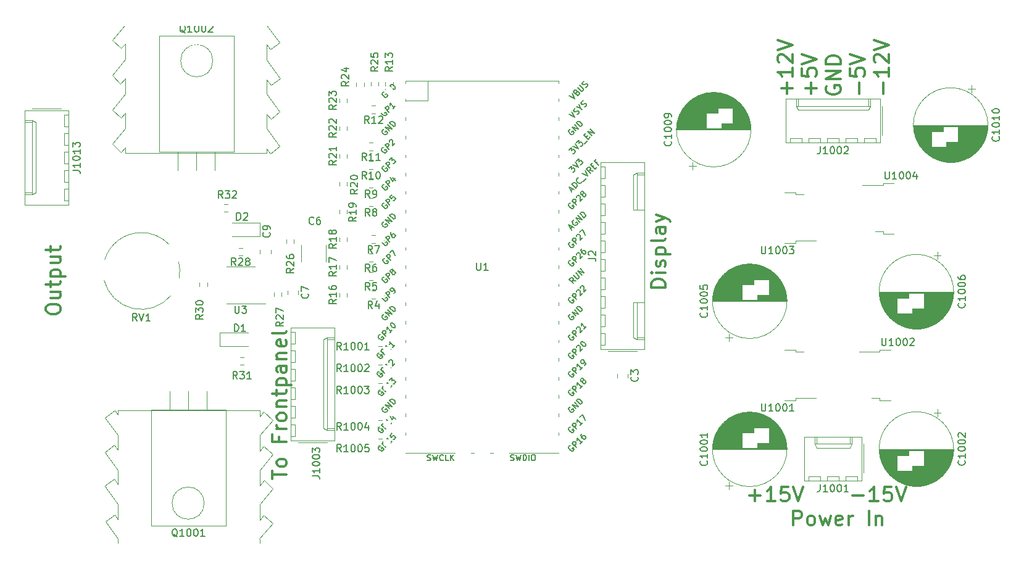
<source format=gto>
G04 #@! TF.GenerationSoftware,KiCad,Pcbnew,(5.1.12)-1*
G04 #@! TF.CreationDate,2021-12-12T15:41:07+01:00*
G04 #@! TF.ProjectId,AWG,4157472e-6b69-4636-9164-5f7063625858,rev?*
G04 #@! TF.SameCoordinates,Original*
G04 #@! TF.FileFunction,Legend,Top*
G04 #@! TF.FilePolarity,Positive*
%FSLAX46Y46*%
G04 Gerber Fmt 4.6, Leading zero omitted, Abs format (unit mm)*
G04 Created by KiCad (PCBNEW (5.1.12)-1) date 2021-12-12 15:41:07*
%MOMM*%
%LPD*%
G01*
G04 APERTURE LIST*
%ADD10C,0.300000*%
%ADD11C,0.120000*%
%ADD12C,0.150000*%
%ADD13C,1.600000*%
%ADD14R,1.600000X1.600000*%
%ADD15O,2.190000X1.740000*%
%ADD16R,4.000000X1.500000*%
%ADD17O,1.740000X2.190000*%
%ADD18O,1.905000X2.000000*%
%ADD19R,1.905000X2.000000*%
%ADD20O,3.500000X3.500000*%
%ADD21C,2.340000*%
%ADD22C,4.000000*%
%ADD23R,6.400000X5.800000*%
%ADD24R,2.200000X1.200000*%
%ADD25O,1.700000X1.700000*%
%ADD26R,1.700000X1.700000*%
%ADD27R,3.500000X1.700000*%
%ADD28O,1.800000X1.800000*%
%ADD29O,1.500000X1.500000*%
%ADD30R,1.700000X3.500000*%
%ADD31C,6.400000*%
%ADD32C,0.800000*%
%ADD33R,2.200000X1.500000*%
%ADD34C,0.254000*%
%ADD35C,0.100000*%
G04 APERTURE END LIST*
D10*
X145904761Y-91047619D02*
X145904761Y-90666666D01*
X146000000Y-90476190D01*
X146190476Y-90285714D01*
X146571428Y-90190476D01*
X147238095Y-90190476D01*
X147619047Y-90285714D01*
X147809523Y-90476190D01*
X147904761Y-90666666D01*
X147904761Y-91047619D01*
X147809523Y-91238095D01*
X147619047Y-91428571D01*
X147238095Y-91523809D01*
X146571428Y-91523809D01*
X146190476Y-91428571D01*
X146000000Y-91238095D01*
X145904761Y-91047619D01*
X146571428Y-88476190D02*
X147904761Y-88476190D01*
X146571428Y-89333333D02*
X147619047Y-89333333D01*
X147809523Y-89238095D01*
X147904761Y-89047619D01*
X147904761Y-88761904D01*
X147809523Y-88571428D01*
X147714285Y-88476190D01*
X146571428Y-87809523D02*
X146571428Y-87047619D01*
X145904761Y-87523809D02*
X147619047Y-87523809D01*
X147809523Y-87428571D01*
X147904761Y-87238095D01*
X147904761Y-87047619D01*
X146571428Y-86380952D02*
X148571428Y-86380952D01*
X146666666Y-86380952D02*
X146571428Y-86190476D01*
X146571428Y-85809523D01*
X146666666Y-85619047D01*
X146761904Y-85523809D01*
X146952380Y-85428571D01*
X147523809Y-85428571D01*
X147714285Y-85523809D01*
X147809523Y-85619047D01*
X147904761Y-85809523D01*
X147904761Y-86190476D01*
X147809523Y-86380952D01*
X146571428Y-83714285D02*
X147904761Y-83714285D01*
X146571428Y-84571428D02*
X147619047Y-84571428D01*
X147809523Y-84476190D01*
X147904761Y-84285714D01*
X147904761Y-84000000D01*
X147809523Y-83809523D01*
X147714285Y-83714285D01*
X146571428Y-83047619D02*
X146571428Y-82285714D01*
X145904761Y-82761904D02*
X147619047Y-82761904D01*
X147809523Y-82666666D01*
X147904761Y-82476190D01*
X147904761Y-82285714D01*
X176904761Y-114190476D02*
X176904761Y-113047619D01*
X178904761Y-113619047D02*
X176904761Y-113619047D01*
X178904761Y-112095238D02*
X178809523Y-112285714D01*
X178714285Y-112380952D01*
X178523809Y-112476190D01*
X177952380Y-112476190D01*
X177761904Y-112380952D01*
X177666666Y-112285714D01*
X177571428Y-112095238D01*
X177571428Y-111809523D01*
X177666666Y-111619047D01*
X177761904Y-111523809D01*
X177952380Y-111428571D01*
X178523809Y-111428571D01*
X178714285Y-111523809D01*
X178809523Y-111619047D01*
X178904761Y-111809523D01*
X178904761Y-112095238D01*
X177857142Y-108380952D02*
X177857142Y-109047619D01*
X178904761Y-109047619D02*
X176904761Y-109047619D01*
X176904761Y-108095238D01*
X178904761Y-107333333D02*
X177571428Y-107333333D01*
X177952380Y-107333333D02*
X177761904Y-107238095D01*
X177666666Y-107142857D01*
X177571428Y-106952380D01*
X177571428Y-106761904D01*
X178904761Y-105809523D02*
X178809523Y-106000000D01*
X178714285Y-106095238D01*
X178523809Y-106190476D01*
X177952380Y-106190476D01*
X177761904Y-106095238D01*
X177666666Y-106000000D01*
X177571428Y-105809523D01*
X177571428Y-105523809D01*
X177666666Y-105333333D01*
X177761904Y-105238095D01*
X177952380Y-105142857D01*
X178523809Y-105142857D01*
X178714285Y-105238095D01*
X178809523Y-105333333D01*
X178904761Y-105523809D01*
X178904761Y-105809523D01*
X177571428Y-104285714D02*
X178904761Y-104285714D01*
X177761904Y-104285714D02*
X177666666Y-104190476D01*
X177571428Y-104000000D01*
X177571428Y-103714285D01*
X177666666Y-103523809D01*
X177857142Y-103428571D01*
X178904761Y-103428571D01*
X177571428Y-102761904D02*
X177571428Y-102000000D01*
X176904761Y-102476190D02*
X178619047Y-102476190D01*
X178809523Y-102380952D01*
X178904761Y-102190476D01*
X178904761Y-102000000D01*
X177571428Y-101333333D02*
X179571428Y-101333333D01*
X177666666Y-101333333D02*
X177571428Y-101142857D01*
X177571428Y-100761904D01*
X177666666Y-100571428D01*
X177761904Y-100476190D01*
X177952380Y-100380952D01*
X178523809Y-100380952D01*
X178714285Y-100476190D01*
X178809523Y-100571428D01*
X178904761Y-100761904D01*
X178904761Y-101142857D01*
X178809523Y-101333333D01*
X178904761Y-98666666D02*
X177857142Y-98666666D01*
X177666666Y-98761904D01*
X177571428Y-98952380D01*
X177571428Y-99333333D01*
X177666666Y-99523809D01*
X178809523Y-98666666D02*
X178904761Y-98857142D01*
X178904761Y-99333333D01*
X178809523Y-99523809D01*
X178619047Y-99619047D01*
X178428571Y-99619047D01*
X178238095Y-99523809D01*
X178142857Y-99333333D01*
X178142857Y-98857142D01*
X178047619Y-98666666D01*
X177571428Y-97714285D02*
X178904761Y-97714285D01*
X177761904Y-97714285D02*
X177666666Y-97619047D01*
X177571428Y-97428571D01*
X177571428Y-97142857D01*
X177666666Y-96952380D01*
X177857142Y-96857142D01*
X178904761Y-96857142D01*
X178809523Y-95142857D02*
X178904761Y-95333333D01*
X178904761Y-95714285D01*
X178809523Y-95904761D01*
X178619047Y-96000000D01*
X177857142Y-96000000D01*
X177666666Y-95904761D01*
X177571428Y-95714285D01*
X177571428Y-95333333D01*
X177666666Y-95142857D01*
X177857142Y-95047619D01*
X178047619Y-95047619D01*
X178238095Y-96000000D01*
X178904761Y-93904761D02*
X178809523Y-94095238D01*
X178619047Y-94190476D01*
X176904761Y-94190476D01*
X247542857Y-61328809D02*
X247542857Y-59805000D01*
X248304761Y-60566904D02*
X246780952Y-60566904D01*
X248304761Y-57805000D02*
X248304761Y-58947857D01*
X248304761Y-58376428D02*
X246304761Y-58376428D01*
X246590476Y-58566904D01*
X246780952Y-58757380D01*
X246876190Y-58947857D01*
X246495238Y-57043095D02*
X246400000Y-56947857D01*
X246304761Y-56757380D01*
X246304761Y-56281190D01*
X246400000Y-56090714D01*
X246495238Y-55995476D01*
X246685714Y-55900238D01*
X246876190Y-55900238D01*
X247161904Y-55995476D01*
X248304761Y-57138333D01*
X248304761Y-55900238D01*
X246304761Y-55328809D02*
X248304761Y-54662142D01*
X246304761Y-53995476D01*
X250842857Y-61328809D02*
X250842857Y-59805000D01*
X251604761Y-60566904D02*
X250080952Y-60566904D01*
X249604761Y-57900238D02*
X249604761Y-58852619D01*
X250557142Y-58947857D01*
X250461904Y-58852619D01*
X250366666Y-58662142D01*
X250366666Y-58185952D01*
X250461904Y-57995476D01*
X250557142Y-57900238D01*
X250747619Y-57805000D01*
X251223809Y-57805000D01*
X251414285Y-57900238D01*
X251509523Y-57995476D01*
X251604761Y-58185952D01*
X251604761Y-58662142D01*
X251509523Y-58852619D01*
X251414285Y-58947857D01*
X249604761Y-57233571D02*
X251604761Y-56566904D01*
X249604761Y-55900238D01*
X253000000Y-60281190D02*
X252904761Y-60471666D01*
X252904761Y-60757380D01*
X253000000Y-61043095D01*
X253190476Y-61233571D01*
X253380952Y-61328809D01*
X253761904Y-61424047D01*
X254047619Y-61424047D01*
X254428571Y-61328809D01*
X254619047Y-61233571D01*
X254809523Y-61043095D01*
X254904761Y-60757380D01*
X254904761Y-60566904D01*
X254809523Y-60281190D01*
X254714285Y-60185952D01*
X254047619Y-60185952D01*
X254047619Y-60566904D01*
X254904761Y-59328809D02*
X252904761Y-59328809D01*
X254904761Y-58185952D01*
X252904761Y-58185952D01*
X254904761Y-57233571D02*
X252904761Y-57233571D01*
X252904761Y-56757380D01*
X253000000Y-56471666D01*
X253190476Y-56281190D01*
X253380952Y-56185952D01*
X253761904Y-56090714D01*
X254047619Y-56090714D01*
X254428571Y-56185952D01*
X254619047Y-56281190D01*
X254809523Y-56471666D01*
X254904761Y-56757380D01*
X254904761Y-57233571D01*
X257442857Y-61328809D02*
X257442857Y-59805000D01*
X256204761Y-57900238D02*
X256204761Y-58852619D01*
X257157142Y-58947857D01*
X257061904Y-58852619D01*
X256966666Y-58662142D01*
X256966666Y-58185952D01*
X257061904Y-57995476D01*
X257157142Y-57900238D01*
X257347619Y-57805000D01*
X257823809Y-57805000D01*
X258014285Y-57900238D01*
X258109523Y-57995476D01*
X258204761Y-58185952D01*
X258204761Y-58662142D01*
X258109523Y-58852619D01*
X258014285Y-58947857D01*
X256204761Y-57233571D02*
X258204761Y-56566904D01*
X256204761Y-55900238D01*
X260742857Y-61328809D02*
X260742857Y-59805000D01*
X261504761Y-57805000D02*
X261504761Y-58947857D01*
X261504761Y-58376428D02*
X259504761Y-58376428D01*
X259790476Y-58566904D01*
X259980952Y-58757380D01*
X260076190Y-58947857D01*
X259695238Y-57043095D02*
X259600000Y-56947857D01*
X259504761Y-56757380D01*
X259504761Y-56281190D01*
X259600000Y-56090714D01*
X259695238Y-55995476D01*
X259885714Y-55900238D01*
X260076190Y-55900238D01*
X260361904Y-55995476D01*
X261504761Y-57138333D01*
X261504761Y-55900238D01*
X259504761Y-55328809D02*
X261504761Y-54662142D01*
X259504761Y-53995476D01*
X242428571Y-116492857D02*
X243952380Y-116492857D01*
X243190476Y-117254761D02*
X243190476Y-115730952D01*
X245952380Y-117254761D02*
X244809523Y-117254761D01*
X245380952Y-117254761D02*
X245380952Y-115254761D01*
X245190476Y-115540476D01*
X245000000Y-115730952D01*
X244809523Y-115826190D01*
X247761904Y-115254761D02*
X246809523Y-115254761D01*
X246714285Y-116207142D01*
X246809523Y-116111904D01*
X247000000Y-116016666D01*
X247476190Y-116016666D01*
X247666666Y-116111904D01*
X247761904Y-116207142D01*
X247857142Y-116397619D01*
X247857142Y-116873809D01*
X247761904Y-117064285D01*
X247666666Y-117159523D01*
X247476190Y-117254761D01*
X247000000Y-117254761D01*
X246809523Y-117159523D01*
X246714285Y-117064285D01*
X248428571Y-115254761D02*
X249095238Y-117254761D01*
X249761904Y-115254761D01*
X256523809Y-116492857D02*
X258047619Y-116492857D01*
X260047619Y-117254761D02*
X258904761Y-117254761D01*
X259476190Y-117254761D02*
X259476190Y-115254761D01*
X259285714Y-115540476D01*
X259095238Y-115730952D01*
X258904761Y-115826190D01*
X261857142Y-115254761D02*
X260904761Y-115254761D01*
X260809523Y-116207142D01*
X260904761Y-116111904D01*
X261095238Y-116016666D01*
X261571428Y-116016666D01*
X261761904Y-116111904D01*
X261857142Y-116207142D01*
X261952380Y-116397619D01*
X261952380Y-116873809D01*
X261857142Y-117064285D01*
X261761904Y-117159523D01*
X261571428Y-117254761D01*
X261095238Y-117254761D01*
X260904761Y-117159523D01*
X260809523Y-117064285D01*
X262523809Y-115254761D02*
X263190476Y-117254761D01*
X263857142Y-115254761D01*
X248428571Y-120554761D02*
X248428571Y-118554761D01*
X249190476Y-118554761D01*
X249380952Y-118650000D01*
X249476190Y-118745238D01*
X249571428Y-118935714D01*
X249571428Y-119221428D01*
X249476190Y-119411904D01*
X249380952Y-119507142D01*
X249190476Y-119602380D01*
X248428571Y-119602380D01*
X250714285Y-120554761D02*
X250523809Y-120459523D01*
X250428571Y-120364285D01*
X250333333Y-120173809D01*
X250333333Y-119602380D01*
X250428571Y-119411904D01*
X250523809Y-119316666D01*
X250714285Y-119221428D01*
X251000000Y-119221428D01*
X251190476Y-119316666D01*
X251285714Y-119411904D01*
X251380952Y-119602380D01*
X251380952Y-120173809D01*
X251285714Y-120364285D01*
X251190476Y-120459523D01*
X251000000Y-120554761D01*
X250714285Y-120554761D01*
X252047619Y-119221428D02*
X252428571Y-120554761D01*
X252809523Y-119602380D01*
X253190476Y-120554761D01*
X253571428Y-119221428D01*
X255095238Y-120459523D02*
X254904761Y-120554761D01*
X254523809Y-120554761D01*
X254333333Y-120459523D01*
X254238095Y-120269047D01*
X254238095Y-119507142D01*
X254333333Y-119316666D01*
X254523809Y-119221428D01*
X254904761Y-119221428D01*
X255095238Y-119316666D01*
X255190476Y-119507142D01*
X255190476Y-119697619D01*
X254238095Y-119888095D01*
X256047619Y-120554761D02*
X256047619Y-119221428D01*
X256047619Y-119602380D02*
X256142857Y-119411904D01*
X256238095Y-119316666D01*
X256428571Y-119221428D01*
X256619047Y-119221428D01*
X258809523Y-120554761D02*
X258809523Y-118554761D01*
X259761904Y-119221428D02*
X259761904Y-120554761D01*
X259761904Y-119411904D02*
X259857142Y-119316666D01*
X260047619Y-119221428D01*
X260333333Y-119221428D01*
X260523809Y-119316666D01*
X260619047Y-119507142D01*
X260619047Y-120554761D01*
X230904761Y-87904761D02*
X228904761Y-87904761D01*
X228904761Y-87428571D01*
X229000000Y-87142857D01*
X229190476Y-86952380D01*
X229380952Y-86857142D01*
X229761904Y-86761904D01*
X230047619Y-86761904D01*
X230428571Y-86857142D01*
X230619047Y-86952380D01*
X230809523Y-87142857D01*
X230904761Y-87428571D01*
X230904761Y-87904761D01*
X230904761Y-85904761D02*
X229571428Y-85904761D01*
X228904761Y-85904761D02*
X229000000Y-86000000D01*
X229095238Y-85904761D01*
X229000000Y-85809523D01*
X228904761Y-85904761D01*
X229095238Y-85904761D01*
X230809523Y-85047619D02*
X230904761Y-84857142D01*
X230904761Y-84476190D01*
X230809523Y-84285714D01*
X230619047Y-84190476D01*
X230523809Y-84190476D01*
X230333333Y-84285714D01*
X230238095Y-84476190D01*
X230238095Y-84761904D01*
X230142857Y-84952380D01*
X229952380Y-85047619D01*
X229857142Y-85047619D01*
X229666666Y-84952380D01*
X229571428Y-84761904D01*
X229571428Y-84476190D01*
X229666666Y-84285714D01*
X229571428Y-83333333D02*
X231571428Y-83333333D01*
X229666666Y-83333333D02*
X229571428Y-83142857D01*
X229571428Y-82761904D01*
X229666666Y-82571428D01*
X229761904Y-82476190D01*
X229952380Y-82380952D01*
X230523809Y-82380952D01*
X230714285Y-82476190D01*
X230809523Y-82571428D01*
X230904761Y-82761904D01*
X230904761Y-83142857D01*
X230809523Y-83333333D01*
X230904761Y-81238095D02*
X230809523Y-81428571D01*
X230619047Y-81523809D01*
X228904761Y-81523809D01*
X230904761Y-79619047D02*
X229857142Y-79619047D01*
X229666666Y-79714285D01*
X229571428Y-79904761D01*
X229571428Y-80285714D01*
X229666666Y-80476190D01*
X230809523Y-79619047D02*
X230904761Y-79809523D01*
X230904761Y-80285714D01*
X230809523Y-80476190D01*
X230619047Y-80571428D01*
X230428571Y-80571428D01*
X230238095Y-80476190D01*
X230142857Y-80285714D01*
X230142857Y-79809523D01*
X230047619Y-79619047D01*
X229571428Y-78857142D02*
X230904761Y-78380952D01*
X229571428Y-77904761D02*
X230904761Y-78380952D01*
X231380952Y-78571428D01*
X231476190Y-78666666D01*
X231571428Y-78857142D01*
D11*
X225735000Y-99738748D02*
X225735000Y-100261252D01*
X224265000Y-99738748D02*
X224265000Y-100261252D01*
X175265000Y-82738748D02*
X175265000Y-83261252D01*
X176735000Y-82738748D02*
X176735000Y-83261252D01*
X247560000Y-110110000D02*
G75*
G03*
X247560000Y-110110000I-5120000J0D01*
G01*
X237360000Y-110110000D02*
X247520000Y-110110000D01*
X237360000Y-110070000D02*
X247520000Y-110070000D01*
X237360000Y-110030000D02*
X247520000Y-110030000D01*
X237361000Y-109990000D02*
X247519000Y-109990000D01*
X237362000Y-109950000D02*
X247518000Y-109950000D01*
X237363000Y-109910000D02*
X247517000Y-109910000D01*
X237365000Y-109870000D02*
X241400000Y-109870000D01*
X243480000Y-109870000D02*
X247515000Y-109870000D01*
X237367000Y-109830000D02*
X241400000Y-109830000D01*
X243480000Y-109830000D02*
X247513000Y-109830000D01*
X237370000Y-109790000D02*
X241400000Y-109790000D01*
X243480000Y-109790000D02*
X247510000Y-109790000D01*
X237372000Y-109750000D02*
X241400000Y-109750000D01*
X243480000Y-109750000D02*
X247508000Y-109750000D01*
X237375000Y-109710000D02*
X241400000Y-109710000D01*
X243480000Y-109710000D02*
X247505000Y-109710000D01*
X237378000Y-109670000D02*
X241400000Y-109670000D01*
X243480000Y-109670000D02*
X247502000Y-109670000D01*
X237382000Y-109630000D02*
X241400000Y-109630000D01*
X243480000Y-109630000D02*
X247498000Y-109630000D01*
X237386000Y-109590000D02*
X241400000Y-109590000D01*
X243480000Y-109590000D02*
X247494000Y-109590000D01*
X237390000Y-109550000D02*
X241400000Y-109550000D01*
X243480000Y-109550000D02*
X247490000Y-109550000D01*
X237395000Y-109510000D02*
X241400000Y-109510000D01*
X243480000Y-109510000D02*
X247485000Y-109510000D01*
X237400000Y-109470000D02*
X241400000Y-109470000D01*
X243480000Y-109470000D02*
X247480000Y-109470000D01*
X237405000Y-109430000D02*
X241400000Y-109430000D01*
X243480000Y-109430000D02*
X247475000Y-109430000D01*
X237410000Y-109389000D02*
X241400000Y-109389000D01*
X243480000Y-109389000D02*
X247470000Y-109389000D01*
X237416000Y-109349000D02*
X241400000Y-109349000D01*
X243480000Y-109349000D02*
X247464000Y-109349000D01*
X237422000Y-109309000D02*
X241400000Y-109309000D01*
X243480000Y-109309000D02*
X247458000Y-109309000D01*
X237429000Y-109269000D02*
X241400000Y-109269000D01*
X243480000Y-109269000D02*
X247451000Y-109269000D01*
X237436000Y-109229000D02*
X241400000Y-109229000D01*
X243480000Y-109229000D02*
X247444000Y-109229000D01*
X237443000Y-109189000D02*
X241400000Y-109189000D01*
X245080000Y-109189000D02*
X247437000Y-109189000D01*
X237450000Y-109149000D02*
X241400000Y-109149000D01*
X245080000Y-109149000D02*
X247430000Y-109149000D01*
X237458000Y-109109000D02*
X241400000Y-109109000D01*
X245080000Y-109109000D02*
X247422000Y-109109000D01*
X237466000Y-109069000D02*
X241400000Y-109069000D01*
X245080000Y-109069000D02*
X247414000Y-109069000D01*
X237475000Y-109029000D02*
X241400000Y-109029000D01*
X245080000Y-109029000D02*
X247405000Y-109029000D01*
X237484000Y-108989000D02*
X241400000Y-108989000D01*
X245080000Y-108989000D02*
X247396000Y-108989000D01*
X237493000Y-108949000D02*
X241400000Y-108949000D01*
X245080000Y-108949000D02*
X247387000Y-108949000D01*
X237502000Y-108909000D02*
X241400000Y-108909000D01*
X245080000Y-108909000D02*
X247378000Y-108909000D01*
X237512000Y-108869000D02*
X241400000Y-108869000D01*
X245080000Y-108869000D02*
X247368000Y-108869000D01*
X237522000Y-108829000D02*
X241400000Y-108829000D01*
X245080000Y-108829000D02*
X247358000Y-108829000D01*
X237533000Y-108789000D02*
X241400000Y-108789000D01*
X245080000Y-108789000D02*
X247347000Y-108789000D01*
X237543000Y-108749000D02*
X241400000Y-108749000D01*
X245080000Y-108749000D02*
X247337000Y-108749000D01*
X237555000Y-108709000D02*
X241400000Y-108709000D01*
X245080000Y-108709000D02*
X247325000Y-108709000D01*
X237566000Y-108669000D02*
X241400000Y-108669000D01*
X245080000Y-108669000D02*
X247314000Y-108669000D01*
X237578000Y-108629000D02*
X241400000Y-108629000D01*
X245080000Y-108629000D02*
X247302000Y-108629000D01*
X237590000Y-108589000D02*
X241400000Y-108589000D01*
X245080000Y-108589000D02*
X247290000Y-108589000D01*
X237603000Y-108549000D02*
X241400000Y-108549000D01*
X245080000Y-108549000D02*
X247277000Y-108549000D01*
X237616000Y-108509000D02*
X241400000Y-108509000D01*
X245080000Y-108509000D02*
X247264000Y-108509000D01*
X237629000Y-108469000D02*
X241400000Y-108469000D01*
X245080000Y-108469000D02*
X247251000Y-108469000D01*
X237643000Y-108429000D02*
X241400000Y-108429000D01*
X245080000Y-108429000D02*
X247237000Y-108429000D01*
X237657000Y-108389000D02*
X241400000Y-108389000D01*
X245080000Y-108389000D02*
X247223000Y-108389000D01*
X237672000Y-108349000D02*
X241400000Y-108349000D01*
X245080000Y-108349000D02*
X247208000Y-108349000D01*
X237686000Y-108309000D02*
X241400000Y-108309000D01*
X245080000Y-108309000D02*
X247194000Y-108309000D01*
X237702000Y-108269000D02*
X241400000Y-108269000D01*
X245080000Y-108269000D02*
X247178000Y-108269000D01*
X237717000Y-108229000D02*
X241400000Y-108229000D01*
X245080000Y-108229000D02*
X247163000Y-108229000D01*
X237733000Y-108189000D02*
X241400000Y-108189000D01*
X245080000Y-108189000D02*
X247147000Y-108189000D01*
X237750000Y-108149000D02*
X241400000Y-108149000D01*
X245080000Y-108149000D02*
X247130000Y-108149000D01*
X237766000Y-108109000D02*
X241400000Y-108109000D01*
X245080000Y-108109000D02*
X247114000Y-108109000D01*
X237783000Y-108069000D02*
X241400000Y-108069000D01*
X245080000Y-108069000D02*
X247097000Y-108069000D01*
X237801000Y-108029000D02*
X241400000Y-108029000D01*
X245080000Y-108029000D02*
X247079000Y-108029000D01*
X237819000Y-107989000D02*
X241400000Y-107989000D01*
X245080000Y-107989000D02*
X247061000Y-107989000D01*
X237837000Y-107949000D02*
X241400000Y-107949000D01*
X245080000Y-107949000D02*
X247043000Y-107949000D01*
X237856000Y-107909000D02*
X241400000Y-107909000D01*
X245080000Y-107909000D02*
X247024000Y-107909000D01*
X237876000Y-107869000D02*
X241400000Y-107869000D01*
X245080000Y-107869000D02*
X247004000Y-107869000D01*
X237895000Y-107829000D02*
X241400000Y-107829000D01*
X245080000Y-107829000D02*
X246985000Y-107829000D01*
X237915000Y-107789000D02*
X243000000Y-107789000D01*
X245080000Y-107789000D02*
X246965000Y-107789000D01*
X237936000Y-107749000D02*
X243000000Y-107749000D01*
X245080000Y-107749000D02*
X246944000Y-107749000D01*
X237957000Y-107709000D02*
X243000000Y-107709000D01*
X245080000Y-107709000D02*
X246923000Y-107709000D01*
X237978000Y-107669000D02*
X243000000Y-107669000D01*
X245080000Y-107669000D02*
X246902000Y-107669000D01*
X238000000Y-107629000D02*
X243000000Y-107629000D01*
X245080000Y-107629000D02*
X246880000Y-107629000D01*
X238023000Y-107589000D02*
X243000000Y-107589000D01*
X245080000Y-107589000D02*
X246857000Y-107589000D01*
X238045000Y-107549000D02*
X243000000Y-107549000D01*
X245080000Y-107549000D02*
X246835000Y-107549000D01*
X238069000Y-107509000D02*
X243000000Y-107509000D01*
X245080000Y-107509000D02*
X246811000Y-107509000D01*
X238093000Y-107469000D02*
X243000000Y-107469000D01*
X245080000Y-107469000D02*
X246787000Y-107469000D01*
X238117000Y-107429000D02*
X243000000Y-107429000D01*
X245080000Y-107429000D02*
X246763000Y-107429000D01*
X238142000Y-107389000D02*
X243000000Y-107389000D01*
X245080000Y-107389000D02*
X246738000Y-107389000D01*
X238167000Y-107349000D02*
X243000000Y-107349000D01*
X245080000Y-107349000D02*
X246713000Y-107349000D01*
X238193000Y-107309000D02*
X243000000Y-107309000D01*
X245080000Y-107309000D02*
X246687000Y-107309000D01*
X238219000Y-107269000D02*
X243000000Y-107269000D01*
X245080000Y-107269000D02*
X246661000Y-107269000D01*
X238246000Y-107229000D02*
X243000000Y-107229000D01*
X245080000Y-107229000D02*
X246634000Y-107229000D01*
X238274000Y-107189000D02*
X243000000Y-107189000D01*
X245080000Y-107189000D02*
X246606000Y-107189000D01*
X238302000Y-107149000D02*
X243000000Y-107149000D01*
X245080000Y-107149000D02*
X246578000Y-107149000D01*
X238330000Y-107109000D02*
X246550000Y-107109000D01*
X238360000Y-107069000D02*
X246520000Y-107069000D01*
X238390000Y-107029000D02*
X246490000Y-107029000D01*
X238420000Y-106989000D02*
X246460000Y-106989000D01*
X238451000Y-106949000D02*
X246429000Y-106949000D01*
X238483000Y-106909000D02*
X246397000Y-106909000D01*
X238515000Y-106869000D02*
X246365000Y-106869000D01*
X238548000Y-106829000D02*
X246332000Y-106829000D01*
X238582000Y-106789000D02*
X246298000Y-106789000D01*
X238616000Y-106749000D02*
X246264000Y-106749000D01*
X238651000Y-106709000D02*
X246229000Y-106709000D01*
X238687000Y-106669000D02*
X246193000Y-106669000D01*
X238724000Y-106629000D02*
X246156000Y-106629000D01*
X238761000Y-106589000D02*
X246119000Y-106589000D01*
X238800000Y-106549000D02*
X246080000Y-106549000D01*
X238839000Y-106509000D02*
X246041000Y-106509000D01*
X238879000Y-106469000D02*
X246001000Y-106469000D01*
X238920000Y-106429000D02*
X245960000Y-106429000D01*
X238962000Y-106389000D02*
X245918000Y-106389000D01*
X239004000Y-106349000D02*
X245876000Y-106349000D01*
X239048000Y-106309000D02*
X245832000Y-106309000D01*
X239093000Y-106269000D02*
X245787000Y-106269000D01*
X239139000Y-106229000D02*
X245741000Y-106229000D01*
X239186000Y-106189000D02*
X245694000Y-106189000D01*
X239234000Y-106149000D02*
X245646000Y-106149000D01*
X239284000Y-106109000D02*
X245596000Y-106109000D01*
X239334000Y-106069000D02*
X245546000Y-106069000D01*
X239386000Y-106029000D02*
X245494000Y-106029000D01*
X239440000Y-105989000D02*
X245440000Y-105989000D01*
X239495000Y-105949000D02*
X245385000Y-105949000D01*
X239551000Y-105909000D02*
X245329000Y-105909000D01*
X239610000Y-105869000D02*
X245270000Y-105869000D01*
X239670000Y-105829000D02*
X245210000Y-105829000D01*
X239731000Y-105789000D02*
X245149000Y-105789000D01*
X239795000Y-105749000D02*
X245085000Y-105749000D01*
X239861000Y-105709000D02*
X245019000Y-105709000D01*
X239930000Y-105669000D02*
X244950000Y-105669000D01*
X240001000Y-105629000D02*
X244879000Y-105629000D01*
X240075000Y-105589000D02*
X244805000Y-105589000D01*
X240151000Y-105549000D02*
X244729000Y-105549000D01*
X240231000Y-105509000D02*
X244649000Y-105509000D01*
X240315000Y-105469000D02*
X244565000Y-105469000D01*
X240403000Y-105429000D02*
X244477000Y-105429000D01*
X240496000Y-105389000D02*
X244384000Y-105389000D01*
X240594000Y-105349000D02*
X244286000Y-105349000D01*
X240698000Y-105309000D02*
X244182000Y-105309000D01*
X240810000Y-105269000D02*
X244070000Y-105269000D01*
X240930000Y-105229000D02*
X243950000Y-105229000D01*
X241062000Y-105189000D02*
X243818000Y-105189000D01*
X241210000Y-105149000D02*
X243670000Y-105149000D01*
X241378000Y-105109000D02*
X243502000Y-105109000D01*
X241578000Y-105069000D02*
X243302000Y-105069000D01*
X241841000Y-105029000D02*
X243039000Y-105029000D01*
X239565000Y-115589646D02*
X239565000Y-114589646D01*
X239065000Y-115089646D02*
X240065000Y-115089646D01*
X270420000Y-110070000D02*
G75*
G03*
X270420000Y-110070000I-5120000J0D01*
G01*
X270380000Y-110070000D02*
X260220000Y-110070000D01*
X270380000Y-110110000D02*
X260220000Y-110110000D01*
X270380000Y-110150000D02*
X260220000Y-110150000D01*
X270379000Y-110190000D02*
X260221000Y-110190000D01*
X270378000Y-110230000D02*
X260222000Y-110230000D01*
X270377000Y-110270000D02*
X260223000Y-110270000D01*
X270375000Y-110310000D02*
X266340000Y-110310000D01*
X264260000Y-110310000D02*
X260225000Y-110310000D01*
X270373000Y-110350000D02*
X266340000Y-110350000D01*
X264260000Y-110350000D02*
X260227000Y-110350000D01*
X270370000Y-110390000D02*
X266340000Y-110390000D01*
X264260000Y-110390000D02*
X260230000Y-110390000D01*
X270368000Y-110430000D02*
X266340000Y-110430000D01*
X264260000Y-110430000D02*
X260232000Y-110430000D01*
X270365000Y-110470000D02*
X266340000Y-110470000D01*
X264260000Y-110470000D02*
X260235000Y-110470000D01*
X270362000Y-110510000D02*
X266340000Y-110510000D01*
X264260000Y-110510000D02*
X260238000Y-110510000D01*
X270358000Y-110550000D02*
X266340000Y-110550000D01*
X264260000Y-110550000D02*
X260242000Y-110550000D01*
X270354000Y-110590000D02*
X266340000Y-110590000D01*
X264260000Y-110590000D02*
X260246000Y-110590000D01*
X270350000Y-110630000D02*
X266340000Y-110630000D01*
X264260000Y-110630000D02*
X260250000Y-110630000D01*
X270345000Y-110670000D02*
X266340000Y-110670000D01*
X264260000Y-110670000D02*
X260255000Y-110670000D01*
X270340000Y-110710000D02*
X266340000Y-110710000D01*
X264260000Y-110710000D02*
X260260000Y-110710000D01*
X270335000Y-110750000D02*
X266340000Y-110750000D01*
X264260000Y-110750000D02*
X260265000Y-110750000D01*
X270330000Y-110791000D02*
X266340000Y-110791000D01*
X264260000Y-110791000D02*
X260270000Y-110791000D01*
X270324000Y-110831000D02*
X266340000Y-110831000D01*
X264260000Y-110831000D02*
X260276000Y-110831000D01*
X270318000Y-110871000D02*
X266340000Y-110871000D01*
X264260000Y-110871000D02*
X260282000Y-110871000D01*
X270311000Y-110911000D02*
X266340000Y-110911000D01*
X264260000Y-110911000D02*
X260289000Y-110911000D01*
X270304000Y-110951000D02*
X266340000Y-110951000D01*
X264260000Y-110951000D02*
X260296000Y-110951000D01*
X270297000Y-110991000D02*
X266340000Y-110991000D01*
X262660000Y-110991000D02*
X260303000Y-110991000D01*
X270290000Y-111031000D02*
X266340000Y-111031000D01*
X262660000Y-111031000D02*
X260310000Y-111031000D01*
X270282000Y-111071000D02*
X266340000Y-111071000D01*
X262660000Y-111071000D02*
X260318000Y-111071000D01*
X270274000Y-111111000D02*
X266340000Y-111111000D01*
X262660000Y-111111000D02*
X260326000Y-111111000D01*
X270265000Y-111151000D02*
X266340000Y-111151000D01*
X262660000Y-111151000D02*
X260335000Y-111151000D01*
X270256000Y-111191000D02*
X266340000Y-111191000D01*
X262660000Y-111191000D02*
X260344000Y-111191000D01*
X270247000Y-111231000D02*
X266340000Y-111231000D01*
X262660000Y-111231000D02*
X260353000Y-111231000D01*
X270238000Y-111271000D02*
X266340000Y-111271000D01*
X262660000Y-111271000D02*
X260362000Y-111271000D01*
X270228000Y-111311000D02*
X266340000Y-111311000D01*
X262660000Y-111311000D02*
X260372000Y-111311000D01*
X270218000Y-111351000D02*
X266340000Y-111351000D01*
X262660000Y-111351000D02*
X260382000Y-111351000D01*
X270207000Y-111391000D02*
X266340000Y-111391000D01*
X262660000Y-111391000D02*
X260393000Y-111391000D01*
X270197000Y-111431000D02*
X266340000Y-111431000D01*
X262660000Y-111431000D02*
X260403000Y-111431000D01*
X270185000Y-111471000D02*
X266340000Y-111471000D01*
X262660000Y-111471000D02*
X260415000Y-111471000D01*
X270174000Y-111511000D02*
X266340000Y-111511000D01*
X262660000Y-111511000D02*
X260426000Y-111511000D01*
X270162000Y-111551000D02*
X266340000Y-111551000D01*
X262660000Y-111551000D02*
X260438000Y-111551000D01*
X270150000Y-111591000D02*
X266340000Y-111591000D01*
X262660000Y-111591000D02*
X260450000Y-111591000D01*
X270137000Y-111631000D02*
X266340000Y-111631000D01*
X262660000Y-111631000D02*
X260463000Y-111631000D01*
X270124000Y-111671000D02*
X266340000Y-111671000D01*
X262660000Y-111671000D02*
X260476000Y-111671000D01*
X270111000Y-111711000D02*
X266340000Y-111711000D01*
X262660000Y-111711000D02*
X260489000Y-111711000D01*
X270097000Y-111751000D02*
X266340000Y-111751000D01*
X262660000Y-111751000D02*
X260503000Y-111751000D01*
X270083000Y-111791000D02*
X266340000Y-111791000D01*
X262660000Y-111791000D02*
X260517000Y-111791000D01*
X270068000Y-111831000D02*
X266340000Y-111831000D01*
X262660000Y-111831000D02*
X260532000Y-111831000D01*
X270054000Y-111871000D02*
X266340000Y-111871000D01*
X262660000Y-111871000D02*
X260546000Y-111871000D01*
X270038000Y-111911000D02*
X266340000Y-111911000D01*
X262660000Y-111911000D02*
X260562000Y-111911000D01*
X270023000Y-111951000D02*
X266340000Y-111951000D01*
X262660000Y-111951000D02*
X260577000Y-111951000D01*
X270007000Y-111991000D02*
X266340000Y-111991000D01*
X262660000Y-111991000D02*
X260593000Y-111991000D01*
X269990000Y-112031000D02*
X266340000Y-112031000D01*
X262660000Y-112031000D02*
X260610000Y-112031000D01*
X269974000Y-112071000D02*
X266340000Y-112071000D01*
X262660000Y-112071000D02*
X260626000Y-112071000D01*
X269957000Y-112111000D02*
X266340000Y-112111000D01*
X262660000Y-112111000D02*
X260643000Y-112111000D01*
X269939000Y-112151000D02*
X266340000Y-112151000D01*
X262660000Y-112151000D02*
X260661000Y-112151000D01*
X269921000Y-112191000D02*
X266340000Y-112191000D01*
X262660000Y-112191000D02*
X260679000Y-112191000D01*
X269903000Y-112231000D02*
X266340000Y-112231000D01*
X262660000Y-112231000D02*
X260697000Y-112231000D01*
X269884000Y-112271000D02*
X266340000Y-112271000D01*
X262660000Y-112271000D02*
X260716000Y-112271000D01*
X269864000Y-112311000D02*
X266340000Y-112311000D01*
X262660000Y-112311000D02*
X260736000Y-112311000D01*
X269845000Y-112351000D02*
X266340000Y-112351000D01*
X262660000Y-112351000D02*
X260755000Y-112351000D01*
X269825000Y-112391000D02*
X264740000Y-112391000D01*
X262660000Y-112391000D02*
X260775000Y-112391000D01*
X269804000Y-112431000D02*
X264740000Y-112431000D01*
X262660000Y-112431000D02*
X260796000Y-112431000D01*
X269783000Y-112471000D02*
X264740000Y-112471000D01*
X262660000Y-112471000D02*
X260817000Y-112471000D01*
X269762000Y-112511000D02*
X264740000Y-112511000D01*
X262660000Y-112511000D02*
X260838000Y-112511000D01*
X269740000Y-112551000D02*
X264740000Y-112551000D01*
X262660000Y-112551000D02*
X260860000Y-112551000D01*
X269717000Y-112591000D02*
X264740000Y-112591000D01*
X262660000Y-112591000D02*
X260883000Y-112591000D01*
X269695000Y-112631000D02*
X264740000Y-112631000D01*
X262660000Y-112631000D02*
X260905000Y-112631000D01*
X269671000Y-112671000D02*
X264740000Y-112671000D01*
X262660000Y-112671000D02*
X260929000Y-112671000D01*
X269647000Y-112711000D02*
X264740000Y-112711000D01*
X262660000Y-112711000D02*
X260953000Y-112711000D01*
X269623000Y-112751000D02*
X264740000Y-112751000D01*
X262660000Y-112751000D02*
X260977000Y-112751000D01*
X269598000Y-112791000D02*
X264740000Y-112791000D01*
X262660000Y-112791000D02*
X261002000Y-112791000D01*
X269573000Y-112831000D02*
X264740000Y-112831000D01*
X262660000Y-112831000D02*
X261027000Y-112831000D01*
X269547000Y-112871000D02*
X264740000Y-112871000D01*
X262660000Y-112871000D02*
X261053000Y-112871000D01*
X269521000Y-112911000D02*
X264740000Y-112911000D01*
X262660000Y-112911000D02*
X261079000Y-112911000D01*
X269494000Y-112951000D02*
X264740000Y-112951000D01*
X262660000Y-112951000D02*
X261106000Y-112951000D01*
X269466000Y-112991000D02*
X264740000Y-112991000D01*
X262660000Y-112991000D02*
X261134000Y-112991000D01*
X269438000Y-113031000D02*
X264740000Y-113031000D01*
X262660000Y-113031000D02*
X261162000Y-113031000D01*
X269410000Y-113071000D02*
X261190000Y-113071000D01*
X269380000Y-113111000D02*
X261220000Y-113111000D01*
X269350000Y-113151000D02*
X261250000Y-113151000D01*
X269320000Y-113191000D02*
X261280000Y-113191000D01*
X269289000Y-113231000D02*
X261311000Y-113231000D01*
X269257000Y-113271000D02*
X261343000Y-113271000D01*
X269225000Y-113311000D02*
X261375000Y-113311000D01*
X269192000Y-113351000D02*
X261408000Y-113351000D01*
X269158000Y-113391000D02*
X261442000Y-113391000D01*
X269124000Y-113431000D02*
X261476000Y-113431000D01*
X269089000Y-113471000D02*
X261511000Y-113471000D01*
X269053000Y-113511000D02*
X261547000Y-113511000D01*
X269016000Y-113551000D02*
X261584000Y-113551000D01*
X268979000Y-113591000D02*
X261621000Y-113591000D01*
X268940000Y-113631000D02*
X261660000Y-113631000D01*
X268901000Y-113671000D02*
X261699000Y-113671000D01*
X268861000Y-113711000D02*
X261739000Y-113711000D01*
X268820000Y-113751000D02*
X261780000Y-113751000D01*
X268778000Y-113791000D02*
X261822000Y-113791000D01*
X268736000Y-113831000D02*
X261864000Y-113831000D01*
X268692000Y-113871000D02*
X261908000Y-113871000D01*
X268647000Y-113911000D02*
X261953000Y-113911000D01*
X268601000Y-113951000D02*
X261999000Y-113951000D01*
X268554000Y-113991000D02*
X262046000Y-113991000D01*
X268506000Y-114031000D02*
X262094000Y-114031000D01*
X268456000Y-114071000D02*
X262144000Y-114071000D01*
X268406000Y-114111000D02*
X262194000Y-114111000D01*
X268354000Y-114151000D02*
X262246000Y-114151000D01*
X268300000Y-114191000D02*
X262300000Y-114191000D01*
X268245000Y-114231000D02*
X262355000Y-114231000D01*
X268189000Y-114271000D02*
X262411000Y-114271000D01*
X268130000Y-114311000D02*
X262470000Y-114311000D01*
X268070000Y-114351000D02*
X262530000Y-114351000D01*
X268009000Y-114391000D02*
X262591000Y-114391000D01*
X267945000Y-114431000D02*
X262655000Y-114431000D01*
X267879000Y-114471000D02*
X262721000Y-114471000D01*
X267810000Y-114511000D02*
X262790000Y-114511000D01*
X267739000Y-114551000D02*
X262861000Y-114551000D01*
X267665000Y-114591000D02*
X262935000Y-114591000D01*
X267589000Y-114631000D02*
X263011000Y-114631000D01*
X267509000Y-114671000D02*
X263091000Y-114671000D01*
X267425000Y-114711000D02*
X263175000Y-114711000D01*
X267337000Y-114751000D02*
X263263000Y-114751000D01*
X267244000Y-114791000D02*
X263356000Y-114791000D01*
X267146000Y-114831000D02*
X263454000Y-114831000D01*
X267042000Y-114871000D02*
X263558000Y-114871000D01*
X266930000Y-114911000D02*
X263670000Y-114911000D01*
X266810000Y-114951000D02*
X263790000Y-114951000D01*
X266678000Y-114991000D02*
X263922000Y-114991000D01*
X266530000Y-115031000D02*
X264070000Y-115031000D01*
X266362000Y-115071000D02*
X264238000Y-115071000D01*
X266162000Y-115111000D02*
X264438000Y-115111000D01*
X265899000Y-115151000D02*
X264701000Y-115151000D01*
X268175000Y-104590354D02*
X268175000Y-105590354D01*
X268675000Y-105090354D02*
X267675000Y-105090354D01*
X239065000Y-94769646D02*
X240065000Y-94769646D01*
X239565000Y-95269646D02*
X239565000Y-94269646D01*
X241841000Y-84709000D02*
X243039000Y-84709000D01*
X241578000Y-84749000D02*
X243302000Y-84749000D01*
X241378000Y-84789000D02*
X243502000Y-84789000D01*
X241210000Y-84829000D02*
X243670000Y-84829000D01*
X241062000Y-84869000D02*
X243818000Y-84869000D01*
X240930000Y-84909000D02*
X243950000Y-84909000D01*
X240810000Y-84949000D02*
X244070000Y-84949000D01*
X240698000Y-84989000D02*
X244182000Y-84989000D01*
X240594000Y-85029000D02*
X244286000Y-85029000D01*
X240496000Y-85069000D02*
X244384000Y-85069000D01*
X240403000Y-85109000D02*
X244477000Y-85109000D01*
X240315000Y-85149000D02*
X244565000Y-85149000D01*
X240231000Y-85189000D02*
X244649000Y-85189000D01*
X240151000Y-85229000D02*
X244729000Y-85229000D01*
X240075000Y-85269000D02*
X244805000Y-85269000D01*
X240001000Y-85309000D02*
X244879000Y-85309000D01*
X239930000Y-85349000D02*
X244950000Y-85349000D01*
X239861000Y-85389000D02*
X245019000Y-85389000D01*
X239795000Y-85429000D02*
X245085000Y-85429000D01*
X239731000Y-85469000D02*
X245149000Y-85469000D01*
X239670000Y-85509000D02*
X245210000Y-85509000D01*
X239610000Y-85549000D02*
X245270000Y-85549000D01*
X239551000Y-85589000D02*
X245329000Y-85589000D01*
X239495000Y-85629000D02*
X245385000Y-85629000D01*
X239440000Y-85669000D02*
X245440000Y-85669000D01*
X239386000Y-85709000D02*
X245494000Y-85709000D01*
X239334000Y-85749000D02*
X245546000Y-85749000D01*
X239284000Y-85789000D02*
X245596000Y-85789000D01*
X239234000Y-85829000D02*
X245646000Y-85829000D01*
X239186000Y-85869000D02*
X245694000Y-85869000D01*
X239139000Y-85909000D02*
X245741000Y-85909000D01*
X239093000Y-85949000D02*
X245787000Y-85949000D01*
X239048000Y-85989000D02*
X245832000Y-85989000D01*
X239004000Y-86029000D02*
X245876000Y-86029000D01*
X238962000Y-86069000D02*
X245918000Y-86069000D01*
X238920000Y-86109000D02*
X245960000Y-86109000D01*
X238879000Y-86149000D02*
X246001000Y-86149000D01*
X238839000Y-86189000D02*
X246041000Y-86189000D01*
X238800000Y-86229000D02*
X246080000Y-86229000D01*
X238761000Y-86269000D02*
X246119000Y-86269000D01*
X238724000Y-86309000D02*
X246156000Y-86309000D01*
X238687000Y-86349000D02*
X246193000Y-86349000D01*
X238651000Y-86389000D02*
X246229000Y-86389000D01*
X238616000Y-86429000D02*
X246264000Y-86429000D01*
X238582000Y-86469000D02*
X246298000Y-86469000D01*
X238548000Y-86509000D02*
X246332000Y-86509000D01*
X238515000Y-86549000D02*
X246365000Y-86549000D01*
X238483000Y-86589000D02*
X246397000Y-86589000D01*
X238451000Y-86629000D02*
X246429000Y-86629000D01*
X238420000Y-86669000D02*
X246460000Y-86669000D01*
X238390000Y-86709000D02*
X246490000Y-86709000D01*
X238360000Y-86749000D02*
X246520000Y-86749000D01*
X238330000Y-86789000D02*
X246550000Y-86789000D01*
X245080000Y-86829000D02*
X246578000Y-86829000D01*
X238302000Y-86829000D02*
X243000000Y-86829000D01*
X245080000Y-86869000D02*
X246606000Y-86869000D01*
X238274000Y-86869000D02*
X243000000Y-86869000D01*
X245080000Y-86909000D02*
X246634000Y-86909000D01*
X238246000Y-86909000D02*
X243000000Y-86909000D01*
X245080000Y-86949000D02*
X246661000Y-86949000D01*
X238219000Y-86949000D02*
X243000000Y-86949000D01*
X245080000Y-86989000D02*
X246687000Y-86989000D01*
X238193000Y-86989000D02*
X243000000Y-86989000D01*
X245080000Y-87029000D02*
X246713000Y-87029000D01*
X238167000Y-87029000D02*
X243000000Y-87029000D01*
X245080000Y-87069000D02*
X246738000Y-87069000D01*
X238142000Y-87069000D02*
X243000000Y-87069000D01*
X245080000Y-87109000D02*
X246763000Y-87109000D01*
X238117000Y-87109000D02*
X243000000Y-87109000D01*
X245080000Y-87149000D02*
X246787000Y-87149000D01*
X238093000Y-87149000D02*
X243000000Y-87149000D01*
X245080000Y-87189000D02*
X246811000Y-87189000D01*
X238069000Y-87189000D02*
X243000000Y-87189000D01*
X245080000Y-87229000D02*
X246835000Y-87229000D01*
X238045000Y-87229000D02*
X243000000Y-87229000D01*
X245080000Y-87269000D02*
X246857000Y-87269000D01*
X238023000Y-87269000D02*
X243000000Y-87269000D01*
X245080000Y-87309000D02*
X246880000Y-87309000D01*
X238000000Y-87309000D02*
X243000000Y-87309000D01*
X245080000Y-87349000D02*
X246902000Y-87349000D01*
X237978000Y-87349000D02*
X243000000Y-87349000D01*
X245080000Y-87389000D02*
X246923000Y-87389000D01*
X237957000Y-87389000D02*
X243000000Y-87389000D01*
X245080000Y-87429000D02*
X246944000Y-87429000D01*
X237936000Y-87429000D02*
X243000000Y-87429000D01*
X245080000Y-87469000D02*
X246965000Y-87469000D01*
X237915000Y-87469000D02*
X243000000Y-87469000D01*
X245080000Y-87509000D02*
X246985000Y-87509000D01*
X237895000Y-87509000D02*
X241400000Y-87509000D01*
X245080000Y-87549000D02*
X247004000Y-87549000D01*
X237876000Y-87549000D02*
X241400000Y-87549000D01*
X245080000Y-87589000D02*
X247024000Y-87589000D01*
X237856000Y-87589000D02*
X241400000Y-87589000D01*
X245080000Y-87629000D02*
X247043000Y-87629000D01*
X237837000Y-87629000D02*
X241400000Y-87629000D01*
X245080000Y-87669000D02*
X247061000Y-87669000D01*
X237819000Y-87669000D02*
X241400000Y-87669000D01*
X245080000Y-87709000D02*
X247079000Y-87709000D01*
X237801000Y-87709000D02*
X241400000Y-87709000D01*
X245080000Y-87749000D02*
X247097000Y-87749000D01*
X237783000Y-87749000D02*
X241400000Y-87749000D01*
X245080000Y-87789000D02*
X247114000Y-87789000D01*
X237766000Y-87789000D02*
X241400000Y-87789000D01*
X245080000Y-87829000D02*
X247130000Y-87829000D01*
X237750000Y-87829000D02*
X241400000Y-87829000D01*
X245080000Y-87869000D02*
X247147000Y-87869000D01*
X237733000Y-87869000D02*
X241400000Y-87869000D01*
X245080000Y-87909000D02*
X247163000Y-87909000D01*
X237717000Y-87909000D02*
X241400000Y-87909000D01*
X245080000Y-87949000D02*
X247178000Y-87949000D01*
X237702000Y-87949000D02*
X241400000Y-87949000D01*
X245080000Y-87989000D02*
X247194000Y-87989000D01*
X237686000Y-87989000D02*
X241400000Y-87989000D01*
X245080000Y-88029000D02*
X247208000Y-88029000D01*
X237672000Y-88029000D02*
X241400000Y-88029000D01*
X245080000Y-88069000D02*
X247223000Y-88069000D01*
X237657000Y-88069000D02*
X241400000Y-88069000D01*
X245080000Y-88109000D02*
X247237000Y-88109000D01*
X237643000Y-88109000D02*
X241400000Y-88109000D01*
X245080000Y-88149000D02*
X247251000Y-88149000D01*
X237629000Y-88149000D02*
X241400000Y-88149000D01*
X245080000Y-88189000D02*
X247264000Y-88189000D01*
X237616000Y-88189000D02*
X241400000Y-88189000D01*
X245080000Y-88229000D02*
X247277000Y-88229000D01*
X237603000Y-88229000D02*
X241400000Y-88229000D01*
X245080000Y-88269000D02*
X247290000Y-88269000D01*
X237590000Y-88269000D02*
X241400000Y-88269000D01*
X245080000Y-88309000D02*
X247302000Y-88309000D01*
X237578000Y-88309000D02*
X241400000Y-88309000D01*
X245080000Y-88349000D02*
X247314000Y-88349000D01*
X237566000Y-88349000D02*
X241400000Y-88349000D01*
X245080000Y-88389000D02*
X247325000Y-88389000D01*
X237555000Y-88389000D02*
X241400000Y-88389000D01*
X245080000Y-88429000D02*
X247337000Y-88429000D01*
X237543000Y-88429000D02*
X241400000Y-88429000D01*
X245080000Y-88469000D02*
X247347000Y-88469000D01*
X237533000Y-88469000D02*
X241400000Y-88469000D01*
X245080000Y-88509000D02*
X247358000Y-88509000D01*
X237522000Y-88509000D02*
X241400000Y-88509000D01*
X245080000Y-88549000D02*
X247368000Y-88549000D01*
X237512000Y-88549000D02*
X241400000Y-88549000D01*
X245080000Y-88589000D02*
X247378000Y-88589000D01*
X237502000Y-88589000D02*
X241400000Y-88589000D01*
X245080000Y-88629000D02*
X247387000Y-88629000D01*
X237493000Y-88629000D02*
X241400000Y-88629000D01*
X245080000Y-88669000D02*
X247396000Y-88669000D01*
X237484000Y-88669000D02*
X241400000Y-88669000D01*
X245080000Y-88709000D02*
X247405000Y-88709000D01*
X237475000Y-88709000D02*
X241400000Y-88709000D01*
X245080000Y-88749000D02*
X247414000Y-88749000D01*
X237466000Y-88749000D02*
X241400000Y-88749000D01*
X245080000Y-88789000D02*
X247422000Y-88789000D01*
X237458000Y-88789000D02*
X241400000Y-88789000D01*
X245080000Y-88829000D02*
X247430000Y-88829000D01*
X237450000Y-88829000D02*
X241400000Y-88829000D01*
X245080000Y-88869000D02*
X247437000Y-88869000D01*
X237443000Y-88869000D02*
X241400000Y-88869000D01*
X243480000Y-88909000D02*
X247444000Y-88909000D01*
X237436000Y-88909000D02*
X241400000Y-88909000D01*
X243480000Y-88949000D02*
X247451000Y-88949000D01*
X237429000Y-88949000D02*
X241400000Y-88949000D01*
X243480000Y-88989000D02*
X247458000Y-88989000D01*
X237422000Y-88989000D02*
X241400000Y-88989000D01*
X243480000Y-89029000D02*
X247464000Y-89029000D01*
X237416000Y-89029000D02*
X241400000Y-89029000D01*
X243480000Y-89069000D02*
X247470000Y-89069000D01*
X237410000Y-89069000D02*
X241400000Y-89069000D01*
X243480000Y-89110000D02*
X247475000Y-89110000D01*
X237405000Y-89110000D02*
X241400000Y-89110000D01*
X243480000Y-89150000D02*
X247480000Y-89150000D01*
X237400000Y-89150000D02*
X241400000Y-89150000D01*
X243480000Y-89190000D02*
X247485000Y-89190000D01*
X237395000Y-89190000D02*
X241400000Y-89190000D01*
X243480000Y-89230000D02*
X247490000Y-89230000D01*
X237390000Y-89230000D02*
X241400000Y-89230000D01*
X243480000Y-89270000D02*
X247494000Y-89270000D01*
X237386000Y-89270000D02*
X241400000Y-89270000D01*
X243480000Y-89310000D02*
X247498000Y-89310000D01*
X237382000Y-89310000D02*
X241400000Y-89310000D01*
X243480000Y-89350000D02*
X247502000Y-89350000D01*
X237378000Y-89350000D02*
X241400000Y-89350000D01*
X243480000Y-89390000D02*
X247505000Y-89390000D01*
X237375000Y-89390000D02*
X241400000Y-89390000D01*
X243480000Y-89430000D02*
X247508000Y-89430000D01*
X237372000Y-89430000D02*
X241400000Y-89430000D01*
X243480000Y-89470000D02*
X247510000Y-89470000D01*
X237370000Y-89470000D02*
X241400000Y-89470000D01*
X243480000Y-89510000D02*
X247513000Y-89510000D01*
X237367000Y-89510000D02*
X241400000Y-89510000D01*
X243480000Y-89550000D02*
X247515000Y-89550000D01*
X237365000Y-89550000D02*
X241400000Y-89550000D01*
X237363000Y-89590000D02*
X247517000Y-89590000D01*
X237362000Y-89630000D02*
X247518000Y-89630000D01*
X237361000Y-89670000D02*
X247519000Y-89670000D01*
X237360000Y-89710000D02*
X247520000Y-89710000D01*
X237360000Y-89750000D02*
X247520000Y-89750000D01*
X237360000Y-89790000D02*
X247520000Y-89790000D01*
X247560000Y-89790000D02*
G75*
G03*
X247560000Y-89790000I-5120000J0D01*
G01*
X268675000Y-83500354D02*
X267675000Y-83500354D01*
X268175000Y-83000354D02*
X268175000Y-84000354D01*
X265899000Y-93561000D02*
X264701000Y-93561000D01*
X266162000Y-93521000D02*
X264438000Y-93521000D01*
X266362000Y-93481000D02*
X264238000Y-93481000D01*
X266530000Y-93441000D02*
X264070000Y-93441000D01*
X266678000Y-93401000D02*
X263922000Y-93401000D01*
X266810000Y-93361000D02*
X263790000Y-93361000D01*
X266930000Y-93321000D02*
X263670000Y-93321000D01*
X267042000Y-93281000D02*
X263558000Y-93281000D01*
X267146000Y-93241000D02*
X263454000Y-93241000D01*
X267244000Y-93201000D02*
X263356000Y-93201000D01*
X267337000Y-93161000D02*
X263263000Y-93161000D01*
X267425000Y-93121000D02*
X263175000Y-93121000D01*
X267509000Y-93081000D02*
X263091000Y-93081000D01*
X267589000Y-93041000D02*
X263011000Y-93041000D01*
X267665000Y-93001000D02*
X262935000Y-93001000D01*
X267739000Y-92961000D02*
X262861000Y-92961000D01*
X267810000Y-92921000D02*
X262790000Y-92921000D01*
X267879000Y-92881000D02*
X262721000Y-92881000D01*
X267945000Y-92841000D02*
X262655000Y-92841000D01*
X268009000Y-92801000D02*
X262591000Y-92801000D01*
X268070000Y-92761000D02*
X262530000Y-92761000D01*
X268130000Y-92721000D02*
X262470000Y-92721000D01*
X268189000Y-92681000D02*
X262411000Y-92681000D01*
X268245000Y-92641000D02*
X262355000Y-92641000D01*
X268300000Y-92601000D02*
X262300000Y-92601000D01*
X268354000Y-92561000D02*
X262246000Y-92561000D01*
X268406000Y-92521000D02*
X262194000Y-92521000D01*
X268456000Y-92481000D02*
X262144000Y-92481000D01*
X268506000Y-92441000D02*
X262094000Y-92441000D01*
X268554000Y-92401000D02*
X262046000Y-92401000D01*
X268601000Y-92361000D02*
X261999000Y-92361000D01*
X268647000Y-92321000D02*
X261953000Y-92321000D01*
X268692000Y-92281000D02*
X261908000Y-92281000D01*
X268736000Y-92241000D02*
X261864000Y-92241000D01*
X268778000Y-92201000D02*
X261822000Y-92201000D01*
X268820000Y-92161000D02*
X261780000Y-92161000D01*
X268861000Y-92121000D02*
X261739000Y-92121000D01*
X268901000Y-92081000D02*
X261699000Y-92081000D01*
X268940000Y-92041000D02*
X261660000Y-92041000D01*
X268979000Y-92001000D02*
X261621000Y-92001000D01*
X269016000Y-91961000D02*
X261584000Y-91961000D01*
X269053000Y-91921000D02*
X261547000Y-91921000D01*
X269089000Y-91881000D02*
X261511000Y-91881000D01*
X269124000Y-91841000D02*
X261476000Y-91841000D01*
X269158000Y-91801000D02*
X261442000Y-91801000D01*
X269192000Y-91761000D02*
X261408000Y-91761000D01*
X269225000Y-91721000D02*
X261375000Y-91721000D01*
X269257000Y-91681000D02*
X261343000Y-91681000D01*
X269289000Y-91641000D02*
X261311000Y-91641000D01*
X269320000Y-91601000D02*
X261280000Y-91601000D01*
X269350000Y-91561000D02*
X261250000Y-91561000D01*
X269380000Y-91521000D02*
X261220000Y-91521000D01*
X269410000Y-91481000D02*
X261190000Y-91481000D01*
X262660000Y-91441000D02*
X261162000Y-91441000D01*
X269438000Y-91441000D02*
X264740000Y-91441000D01*
X262660000Y-91401000D02*
X261134000Y-91401000D01*
X269466000Y-91401000D02*
X264740000Y-91401000D01*
X262660000Y-91361000D02*
X261106000Y-91361000D01*
X269494000Y-91361000D02*
X264740000Y-91361000D01*
X262660000Y-91321000D02*
X261079000Y-91321000D01*
X269521000Y-91321000D02*
X264740000Y-91321000D01*
X262660000Y-91281000D02*
X261053000Y-91281000D01*
X269547000Y-91281000D02*
X264740000Y-91281000D01*
X262660000Y-91241000D02*
X261027000Y-91241000D01*
X269573000Y-91241000D02*
X264740000Y-91241000D01*
X262660000Y-91201000D02*
X261002000Y-91201000D01*
X269598000Y-91201000D02*
X264740000Y-91201000D01*
X262660000Y-91161000D02*
X260977000Y-91161000D01*
X269623000Y-91161000D02*
X264740000Y-91161000D01*
X262660000Y-91121000D02*
X260953000Y-91121000D01*
X269647000Y-91121000D02*
X264740000Y-91121000D01*
X262660000Y-91081000D02*
X260929000Y-91081000D01*
X269671000Y-91081000D02*
X264740000Y-91081000D01*
X262660000Y-91041000D02*
X260905000Y-91041000D01*
X269695000Y-91041000D02*
X264740000Y-91041000D01*
X262660000Y-91001000D02*
X260883000Y-91001000D01*
X269717000Y-91001000D02*
X264740000Y-91001000D01*
X262660000Y-90961000D02*
X260860000Y-90961000D01*
X269740000Y-90961000D02*
X264740000Y-90961000D01*
X262660000Y-90921000D02*
X260838000Y-90921000D01*
X269762000Y-90921000D02*
X264740000Y-90921000D01*
X262660000Y-90881000D02*
X260817000Y-90881000D01*
X269783000Y-90881000D02*
X264740000Y-90881000D01*
X262660000Y-90841000D02*
X260796000Y-90841000D01*
X269804000Y-90841000D02*
X264740000Y-90841000D01*
X262660000Y-90801000D02*
X260775000Y-90801000D01*
X269825000Y-90801000D02*
X264740000Y-90801000D01*
X262660000Y-90761000D02*
X260755000Y-90761000D01*
X269845000Y-90761000D02*
X266340000Y-90761000D01*
X262660000Y-90721000D02*
X260736000Y-90721000D01*
X269864000Y-90721000D02*
X266340000Y-90721000D01*
X262660000Y-90681000D02*
X260716000Y-90681000D01*
X269884000Y-90681000D02*
X266340000Y-90681000D01*
X262660000Y-90641000D02*
X260697000Y-90641000D01*
X269903000Y-90641000D02*
X266340000Y-90641000D01*
X262660000Y-90601000D02*
X260679000Y-90601000D01*
X269921000Y-90601000D02*
X266340000Y-90601000D01*
X262660000Y-90561000D02*
X260661000Y-90561000D01*
X269939000Y-90561000D02*
X266340000Y-90561000D01*
X262660000Y-90521000D02*
X260643000Y-90521000D01*
X269957000Y-90521000D02*
X266340000Y-90521000D01*
X262660000Y-90481000D02*
X260626000Y-90481000D01*
X269974000Y-90481000D02*
X266340000Y-90481000D01*
X262660000Y-90441000D02*
X260610000Y-90441000D01*
X269990000Y-90441000D02*
X266340000Y-90441000D01*
X262660000Y-90401000D02*
X260593000Y-90401000D01*
X270007000Y-90401000D02*
X266340000Y-90401000D01*
X262660000Y-90361000D02*
X260577000Y-90361000D01*
X270023000Y-90361000D02*
X266340000Y-90361000D01*
X262660000Y-90321000D02*
X260562000Y-90321000D01*
X270038000Y-90321000D02*
X266340000Y-90321000D01*
X262660000Y-90281000D02*
X260546000Y-90281000D01*
X270054000Y-90281000D02*
X266340000Y-90281000D01*
X262660000Y-90241000D02*
X260532000Y-90241000D01*
X270068000Y-90241000D02*
X266340000Y-90241000D01*
X262660000Y-90201000D02*
X260517000Y-90201000D01*
X270083000Y-90201000D02*
X266340000Y-90201000D01*
X262660000Y-90161000D02*
X260503000Y-90161000D01*
X270097000Y-90161000D02*
X266340000Y-90161000D01*
X262660000Y-90121000D02*
X260489000Y-90121000D01*
X270111000Y-90121000D02*
X266340000Y-90121000D01*
X262660000Y-90081000D02*
X260476000Y-90081000D01*
X270124000Y-90081000D02*
X266340000Y-90081000D01*
X262660000Y-90041000D02*
X260463000Y-90041000D01*
X270137000Y-90041000D02*
X266340000Y-90041000D01*
X262660000Y-90001000D02*
X260450000Y-90001000D01*
X270150000Y-90001000D02*
X266340000Y-90001000D01*
X262660000Y-89961000D02*
X260438000Y-89961000D01*
X270162000Y-89961000D02*
X266340000Y-89961000D01*
X262660000Y-89921000D02*
X260426000Y-89921000D01*
X270174000Y-89921000D02*
X266340000Y-89921000D01*
X262660000Y-89881000D02*
X260415000Y-89881000D01*
X270185000Y-89881000D02*
X266340000Y-89881000D01*
X262660000Y-89841000D02*
X260403000Y-89841000D01*
X270197000Y-89841000D02*
X266340000Y-89841000D01*
X262660000Y-89801000D02*
X260393000Y-89801000D01*
X270207000Y-89801000D02*
X266340000Y-89801000D01*
X262660000Y-89761000D02*
X260382000Y-89761000D01*
X270218000Y-89761000D02*
X266340000Y-89761000D01*
X262660000Y-89721000D02*
X260372000Y-89721000D01*
X270228000Y-89721000D02*
X266340000Y-89721000D01*
X262660000Y-89681000D02*
X260362000Y-89681000D01*
X270238000Y-89681000D02*
X266340000Y-89681000D01*
X262660000Y-89641000D02*
X260353000Y-89641000D01*
X270247000Y-89641000D02*
X266340000Y-89641000D01*
X262660000Y-89601000D02*
X260344000Y-89601000D01*
X270256000Y-89601000D02*
X266340000Y-89601000D01*
X262660000Y-89561000D02*
X260335000Y-89561000D01*
X270265000Y-89561000D02*
X266340000Y-89561000D01*
X262660000Y-89521000D02*
X260326000Y-89521000D01*
X270274000Y-89521000D02*
X266340000Y-89521000D01*
X262660000Y-89481000D02*
X260318000Y-89481000D01*
X270282000Y-89481000D02*
X266340000Y-89481000D01*
X262660000Y-89441000D02*
X260310000Y-89441000D01*
X270290000Y-89441000D02*
X266340000Y-89441000D01*
X262660000Y-89401000D02*
X260303000Y-89401000D01*
X270297000Y-89401000D02*
X266340000Y-89401000D01*
X264260000Y-89361000D02*
X260296000Y-89361000D01*
X270304000Y-89361000D02*
X266340000Y-89361000D01*
X264260000Y-89321000D02*
X260289000Y-89321000D01*
X270311000Y-89321000D02*
X266340000Y-89321000D01*
X264260000Y-89281000D02*
X260282000Y-89281000D01*
X270318000Y-89281000D02*
X266340000Y-89281000D01*
X264260000Y-89241000D02*
X260276000Y-89241000D01*
X270324000Y-89241000D02*
X266340000Y-89241000D01*
X264260000Y-89201000D02*
X260270000Y-89201000D01*
X270330000Y-89201000D02*
X266340000Y-89201000D01*
X264260000Y-89160000D02*
X260265000Y-89160000D01*
X270335000Y-89160000D02*
X266340000Y-89160000D01*
X264260000Y-89120000D02*
X260260000Y-89120000D01*
X270340000Y-89120000D02*
X266340000Y-89120000D01*
X264260000Y-89080000D02*
X260255000Y-89080000D01*
X270345000Y-89080000D02*
X266340000Y-89080000D01*
X264260000Y-89040000D02*
X260250000Y-89040000D01*
X270350000Y-89040000D02*
X266340000Y-89040000D01*
X264260000Y-89000000D02*
X260246000Y-89000000D01*
X270354000Y-89000000D02*
X266340000Y-89000000D01*
X264260000Y-88960000D02*
X260242000Y-88960000D01*
X270358000Y-88960000D02*
X266340000Y-88960000D01*
X264260000Y-88920000D02*
X260238000Y-88920000D01*
X270362000Y-88920000D02*
X266340000Y-88920000D01*
X264260000Y-88880000D02*
X260235000Y-88880000D01*
X270365000Y-88880000D02*
X266340000Y-88880000D01*
X264260000Y-88840000D02*
X260232000Y-88840000D01*
X270368000Y-88840000D02*
X266340000Y-88840000D01*
X264260000Y-88800000D02*
X260230000Y-88800000D01*
X270370000Y-88800000D02*
X266340000Y-88800000D01*
X264260000Y-88760000D02*
X260227000Y-88760000D01*
X270373000Y-88760000D02*
X266340000Y-88760000D01*
X264260000Y-88720000D02*
X260225000Y-88720000D01*
X270375000Y-88720000D02*
X266340000Y-88720000D01*
X270377000Y-88680000D02*
X260223000Y-88680000D01*
X270378000Y-88640000D02*
X260222000Y-88640000D01*
X270379000Y-88600000D02*
X260221000Y-88600000D01*
X270380000Y-88560000D02*
X260220000Y-88560000D01*
X270380000Y-88520000D02*
X260220000Y-88520000D01*
X270380000Y-88480000D02*
X260220000Y-88480000D01*
X270420000Y-88480000D02*
G75*
G03*
X270420000Y-88480000I-5120000J0D01*
G01*
X242620000Y-66250000D02*
G75*
G03*
X242620000Y-66250000I-5120000J0D01*
G01*
X232420000Y-66250000D02*
X242580000Y-66250000D01*
X232420000Y-66210000D02*
X242580000Y-66210000D01*
X232420000Y-66170000D02*
X242580000Y-66170000D01*
X232421000Y-66130000D02*
X242579000Y-66130000D01*
X232422000Y-66090000D02*
X242578000Y-66090000D01*
X232423000Y-66050000D02*
X242577000Y-66050000D01*
X232425000Y-66010000D02*
X236460000Y-66010000D01*
X238540000Y-66010000D02*
X242575000Y-66010000D01*
X232427000Y-65970000D02*
X236460000Y-65970000D01*
X238540000Y-65970000D02*
X242573000Y-65970000D01*
X232430000Y-65930000D02*
X236460000Y-65930000D01*
X238540000Y-65930000D02*
X242570000Y-65930000D01*
X232432000Y-65890000D02*
X236460000Y-65890000D01*
X238540000Y-65890000D02*
X242568000Y-65890000D01*
X232435000Y-65850000D02*
X236460000Y-65850000D01*
X238540000Y-65850000D02*
X242565000Y-65850000D01*
X232438000Y-65810000D02*
X236460000Y-65810000D01*
X238540000Y-65810000D02*
X242562000Y-65810000D01*
X232442000Y-65770000D02*
X236460000Y-65770000D01*
X238540000Y-65770000D02*
X242558000Y-65770000D01*
X232446000Y-65730000D02*
X236460000Y-65730000D01*
X238540000Y-65730000D02*
X242554000Y-65730000D01*
X232450000Y-65690000D02*
X236460000Y-65690000D01*
X238540000Y-65690000D02*
X242550000Y-65690000D01*
X232455000Y-65650000D02*
X236460000Y-65650000D01*
X238540000Y-65650000D02*
X242545000Y-65650000D01*
X232460000Y-65610000D02*
X236460000Y-65610000D01*
X238540000Y-65610000D02*
X242540000Y-65610000D01*
X232465000Y-65570000D02*
X236460000Y-65570000D01*
X238540000Y-65570000D02*
X242535000Y-65570000D01*
X232470000Y-65529000D02*
X236460000Y-65529000D01*
X238540000Y-65529000D02*
X242530000Y-65529000D01*
X232476000Y-65489000D02*
X236460000Y-65489000D01*
X238540000Y-65489000D02*
X242524000Y-65489000D01*
X232482000Y-65449000D02*
X236460000Y-65449000D01*
X238540000Y-65449000D02*
X242518000Y-65449000D01*
X232489000Y-65409000D02*
X236460000Y-65409000D01*
X238540000Y-65409000D02*
X242511000Y-65409000D01*
X232496000Y-65369000D02*
X236460000Y-65369000D01*
X238540000Y-65369000D02*
X242504000Y-65369000D01*
X232503000Y-65329000D02*
X236460000Y-65329000D01*
X240140000Y-65329000D02*
X242497000Y-65329000D01*
X232510000Y-65289000D02*
X236460000Y-65289000D01*
X240140000Y-65289000D02*
X242490000Y-65289000D01*
X232518000Y-65249000D02*
X236460000Y-65249000D01*
X240140000Y-65249000D02*
X242482000Y-65249000D01*
X232526000Y-65209000D02*
X236460000Y-65209000D01*
X240140000Y-65209000D02*
X242474000Y-65209000D01*
X232535000Y-65169000D02*
X236460000Y-65169000D01*
X240140000Y-65169000D02*
X242465000Y-65169000D01*
X232544000Y-65129000D02*
X236460000Y-65129000D01*
X240140000Y-65129000D02*
X242456000Y-65129000D01*
X232553000Y-65089000D02*
X236460000Y-65089000D01*
X240140000Y-65089000D02*
X242447000Y-65089000D01*
X232562000Y-65049000D02*
X236460000Y-65049000D01*
X240140000Y-65049000D02*
X242438000Y-65049000D01*
X232572000Y-65009000D02*
X236460000Y-65009000D01*
X240140000Y-65009000D02*
X242428000Y-65009000D01*
X232582000Y-64969000D02*
X236460000Y-64969000D01*
X240140000Y-64969000D02*
X242418000Y-64969000D01*
X232593000Y-64929000D02*
X236460000Y-64929000D01*
X240140000Y-64929000D02*
X242407000Y-64929000D01*
X232603000Y-64889000D02*
X236460000Y-64889000D01*
X240140000Y-64889000D02*
X242397000Y-64889000D01*
X232615000Y-64849000D02*
X236460000Y-64849000D01*
X240140000Y-64849000D02*
X242385000Y-64849000D01*
X232626000Y-64809000D02*
X236460000Y-64809000D01*
X240140000Y-64809000D02*
X242374000Y-64809000D01*
X232638000Y-64769000D02*
X236460000Y-64769000D01*
X240140000Y-64769000D02*
X242362000Y-64769000D01*
X232650000Y-64729000D02*
X236460000Y-64729000D01*
X240140000Y-64729000D02*
X242350000Y-64729000D01*
X232663000Y-64689000D02*
X236460000Y-64689000D01*
X240140000Y-64689000D02*
X242337000Y-64689000D01*
X232676000Y-64649000D02*
X236460000Y-64649000D01*
X240140000Y-64649000D02*
X242324000Y-64649000D01*
X232689000Y-64609000D02*
X236460000Y-64609000D01*
X240140000Y-64609000D02*
X242311000Y-64609000D01*
X232703000Y-64569000D02*
X236460000Y-64569000D01*
X240140000Y-64569000D02*
X242297000Y-64569000D01*
X232717000Y-64529000D02*
X236460000Y-64529000D01*
X240140000Y-64529000D02*
X242283000Y-64529000D01*
X232732000Y-64489000D02*
X236460000Y-64489000D01*
X240140000Y-64489000D02*
X242268000Y-64489000D01*
X232746000Y-64449000D02*
X236460000Y-64449000D01*
X240140000Y-64449000D02*
X242254000Y-64449000D01*
X232762000Y-64409000D02*
X236460000Y-64409000D01*
X240140000Y-64409000D02*
X242238000Y-64409000D01*
X232777000Y-64369000D02*
X236460000Y-64369000D01*
X240140000Y-64369000D02*
X242223000Y-64369000D01*
X232793000Y-64329000D02*
X236460000Y-64329000D01*
X240140000Y-64329000D02*
X242207000Y-64329000D01*
X232810000Y-64289000D02*
X236460000Y-64289000D01*
X240140000Y-64289000D02*
X242190000Y-64289000D01*
X232826000Y-64249000D02*
X236460000Y-64249000D01*
X240140000Y-64249000D02*
X242174000Y-64249000D01*
X232843000Y-64209000D02*
X236460000Y-64209000D01*
X240140000Y-64209000D02*
X242157000Y-64209000D01*
X232861000Y-64169000D02*
X236460000Y-64169000D01*
X240140000Y-64169000D02*
X242139000Y-64169000D01*
X232879000Y-64129000D02*
X236460000Y-64129000D01*
X240140000Y-64129000D02*
X242121000Y-64129000D01*
X232897000Y-64089000D02*
X236460000Y-64089000D01*
X240140000Y-64089000D02*
X242103000Y-64089000D01*
X232916000Y-64049000D02*
X236460000Y-64049000D01*
X240140000Y-64049000D02*
X242084000Y-64049000D01*
X232936000Y-64009000D02*
X236460000Y-64009000D01*
X240140000Y-64009000D02*
X242064000Y-64009000D01*
X232955000Y-63969000D02*
X236460000Y-63969000D01*
X240140000Y-63969000D02*
X242045000Y-63969000D01*
X232975000Y-63929000D02*
X238060000Y-63929000D01*
X240140000Y-63929000D02*
X242025000Y-63929000D01*
X232996000Y-63889000D02*
X238060000Y-63889000D01*
X240140000Y-63889000D02*
X242004000Y-63889000D01*
X233017000Y-63849000D02*
X238060000Y-63849000D01*
X240140000Y-63849000D02*
X241983000Y-63849000D01*
X233038000Y-63809000D02*
X238060000Y-63809000D01*
X240140000Y-63809000D02*
X241962000Y-63809000D01*
X233060000Y-63769000D02*
X238060000Y-63769000D01*
X240140000Y-63769000D02*
X241940000Y-63769000D01*
X233083000Y-63729000D02*
X238060000Y-63729000D01*
X240140000Y-63729000D02*
X241917000Y-63729000D01*
X233105000Y-63689000D02*
X238060000Y-63689000D01*
X240140000Y-63689000D02*
X241895000Y-63689000D01*
X233129000Y-63649000D02*
X238060000Y-63649000D01*
X240140000Y-63649000D02*
X241871000Y-63649000D01*
X233153000Y-63609000D02*
X238060000Y-63609000D01*
X240140000Y-63609000D02*
X241847000Y-63609000D01*
X233177000Y-63569000D02*
X238060000Y-63569000D01*
X240140000Y-63569000D02*
X241823000Y-63569000D01*
X233202000Y-63529000D02*
X238060000Y-63529000D01*
X240140000Y-63529000D02*
X241798000Y-63529000D01*
X233227000Y-63489000D02*
X238060000Y-63489000D01*
X240140000Y-63489000D02*
X241773000Y-63489000D01*
X233253000Y-63449000D02*
X238060000Y-63449000D01*
X240140000Y-63449000D02*
X241747000Y-63449000D01*
X233279000Y-63409000D02*
X238060000Y-63409000D01*
X240140000Y-63409000D02*
X241721000Y-63409000D01*
X233306000Y-63369000D02*
X238060000Y-63369000D01*
X240140000Y-63369000D02*
X241694000Y-63369000D01*
X233334000Y-63329000D02*
X238060000Y-63329000D01*
X240140000Y-63329000D02*
X241666000Y-63329000D01*
X233362000Y-63289000D02*
X238060000Y-63289000D01*
X240140000Y-63289000D02*
X241638000Y-63289000D01*
X233390000Y-63249000D02*
X241610000Y-63249000D01*
X233420000Y-63209000D02*
X241580000Y-63209000D01*
X233450000Y-63169000D02*
X241550000Y-63169000D01*
X233480000Y-63129000D02*
X241520000Y-63129000D01*
X233511000Y-63089000D02*
X241489000Y-63089000D01*
X233543000Y-63049000D02*
X241457000Y-63049000D01*
X233575000Y-63009000D02*
X241425000Y-63009000D01*
X233608000Y-62969000D02*
X241392000Y-62969000D01*
X233642000Y-62929000D02*
X241358000Y-62929000D01*
X233676000Y-62889000D02*
X241324000Y-62889000D01*
X233711000Y-62849000D02*
X241289000Y-62849000D01*
X233747000Y-62809000D02*
X241253000Y-62809000D01*
X233784000Y-62769000D02*
X241216000Y-62769000D01*
X233821000Y-62729000D02*
X241179000Y-62729000D01*
X233860000Y-62689000D02*
X241140000Y-62689000D01*
X233899000Y-62649000D02*
X241101000Y-62649000D01*
X233939000Y-62609000D02*
X241061000Y-62609000D01*
X233980000Y-62569000D02*
X241020000Y-62569000D01*
X234022000Y-62529000D02*
X240978000Y-62529000D01*
X234064000Y-62489000D02*
X240936000Y-62489000D01*
X234108000Y-62449000D02*
X240892000Y-62449000D01*
X234153000Y-62409000D02*
X240847000Y-62409000D01*
X234199000Y-62369000D02*
X240801000Y-62369000D01*
X234246000Y-62329000D02*
X240754000Y-62329000D01*
X234294000Y-62289000D02*
X240706000Y-62289000D01*
X234344000Y-62249000D02*
X240656000Y-62249000D01*
X234394000Y-62209000D02*
X240606000Y-62209000D01*
X234446000Y-62169000D02*
X240554000Y-62169000D01*
X234500000Y-62129000D02*
X240500000Y-62129000D01*
X234555000Y-62089000D02*
X240445000Y-62089000D01*
X234611000Y-62049000D02*
X240389000Y-62049000D01*
X234670000Y-62009000D02*
X240330000Y-62009000D01*
X234730000Y-61969000D02*
X240270000Y-61969000D01*
X234791000Y-61929000D02*
X240209000Y-61929000D01*
X234855000Y-61889000D02*
X240145000Y-61889000D01*
X234921000Y-61849000D02*
X240079000Y-61849000D01*
X234990000Y-61809000D02*
X240010000Y-61809000D01*
X235061000Y-61769000D02*
X239939000Y-61769000D01*
X235135000Y-61729000D02*
X239865000Y-61729000D01*
X235211000Y-61689000D02*
X239789000Y-61689000D01*
X235291000Y-61649000D02*
X239709000Y-61649000D01*
X235375000Y-61609000D02*
X239625000Y-61609000D01*
X235463000Y-61569000D02*
X239537000Y-61569000D01*
X235556000Y-61529000D02*
X239444000Y-61529000D01*
X235654000Y-61489000D02*
X239346000Y-61489000D01*
X235758000Y-61449000D02*
X239242000Y-61449000D01*
X235870000Y-61409000D02*
X239130000Y-61409000D01*
X235990000Y-61369000D02*
X239010000Y-61369000D01*
X236122000Y-61329000D02*
X238878000Y-61329000D01*
X236270000Y-61289000D02*
X238730000Y-61289000D01*
X236438000Y-61249000D02*
X238562000Y-61249000D01*
X236638000Y-61209000D02*
X238362000Y-61209000D01*
X236901000Y-61169000D02*
X238099000Y-61169000D01*
X234625000Y-71729646D02*
X234625000Y-70729646D01*
X234125000Y-71229646D02*
X235125000Y-71229646D01*
X273375000Y-60640354D02*
X272375000Y-60640354D01*
X272875000Y-60140354D02*
X272875000Y-61140354D01*
X270599000Y-70701000D02*
X269401000Y-70701000D01*
X270862000Y-70661000D02*
X269138000Y-70661000D01*
X271062000Y-70621000D02*
X268938000Y-70621000D01*
X271230000Y-70581000D02*
X268770000Y-70581000D01*
X271378000Y-70541000D02*
X268622000Y-70541000D01*
X271510000Y-70501000D02*
X268490000Y-70501000D01*
X271630000Y-70461000D02*
X268370000Y-70461000D01*
X271742000Y-70421000D02*
X268258000Y-70421000D01*
X271846000Y-70381000D02*
X268154000Y-70381000D01*
X271944000Y-70341000D02*
X268056000Y-70341000D01*
X272037000Y-70301000D02*
X267963000Y-70301000D01*
X272125000Y-70261000D02*
X267875000Y-70261000D01*
X272209000Y-70221000D02*
X267791000Y-70221000D01*
X272289000Y-70181000D02*
X267711000Y-70181000D01*
X272365000Y-70141000D02*
X267635000Y-70141000D01*
X272439000Y-70101000D02*
X267561000Y-70101000D01*
X272510000Y-70061000D02*
X267490000Y-70061000D01*
X272579000Y-70021000D02*
X267421000Y-70021000D01*
X272645000Y-69981000D02*
X267355000Y-69981000D01*
X272709000Y-69941000D02*
X267291000Y-69941000D01*
X272770000Y-69901000D02*
X267230000Y-69901000D01*
X272830000Y-69861000D02*
X267170000Y-69861000D01*
X272889000Y-69821000D02*
X267111000Y-69821000D01*
X272945000Y-69781000D02*
X267055000Y-69781000D01*
X273000000Y-69741000D02*
X267000000Y-69741000D01*
X273054000Y-69701000D02*
X266946000Y-69701000D01*
X273106000Y-69661000D02*
X266894000Y-69661000D01*
X273156000Y-69621000D02*
X266844000Y-69621000D01*
X273206000Y-69581000D02*
X266794000Y-69581000D01*
X273254000Y-69541000D02*
X266746000Y-69541000D01*
X273301000Y-69501000D02*
X266699000Y-69501000D01*
X273347000Y-69461000D02*
X266653000Y-69461000D01*
X273392000Y-69421000D02*
X266608000Y-69421000D01*
X273436000Y-69381000D02*
X266564000Y-69381000D01*
X273478000Y-69341000D02*
X266522000Y-69341000D01*
X273520000Y-69301000D02*
X266480000Y-69301000D01*
X273561000Y-69261000D02*
X266439000Y-69261000D01*
X273601000Y-69221000D02*
X266399000Y-69221000D01*
X273640000Y-69181000D02*
X266360000Y-69181000D01*
X273679000Y-69141000D02*
X266321000Y-69141000D01*
X273716000Y-69101000D02*
X266284000Y-69101000D01*
X273753000Y-69061000D02*
X266247000Y-69061000D01*
X273789000Y-69021000D02*
X266211000Y-69021000D01*
X273824000Y-68981000D02*
X266176000Y-68981000D01*
X273858000Y-68941000D02*
X266142000Y-68941000D01*
X273892000Y-68901000D02*
X266108000Y-68901000D01*
X273925000Y-68861000D02*
X266075000Y-68861000D01*
X273957000Y-68821000D02*
X266043000Y-68821000D01*
X273989000Y-68781000D02*
X266011000Y-68781000D01*
X274020000Y-68741000D02*
X265980000Y-68741000D01*
X274050000Y-68701000D02*
X265950000Y-68701000D01*
X274080000Y-68661000D02*
X265920000Y-68661000D01*
X274110000Y-68621000D02*
X265890000Y-68621000D01*
X267360000Y-68581000D02*
X265862000Y-68581000D01*
X274138000Y-68581000D02*
X269440000Y-68581000D01*
X267360000Y-68541000D02*
X265834000Y-68541000D01*
X274166000Y-68541000D02*
X269440000Y-68541000D01*
X267360000Y-68501000D02*
X265806000Y-68501000D01*
X274194000Y-68501000D02*
X269440000Y-68501000D01*
X267360000Y-68461000D02*
X265779000Y-68461000D01*
X274221000Y-68461000D02*
X269440000Y-68461000D01*
X267360000Y-68421000D02*
X265753000Y-68421000D01*
X274247000Y-68421000D02*
X269440000Y-68421000D01*
X267360000Y-68381000D02*
X265727000Y-68381000D01*
X274273000Y-68381000D02*
X269440000Y-68381000D01*
X267360000Y-68341000D02*
X265702000Y-68341000D01*
X274298000Y-68341000D02*
X269440000Y-68341000D01*
X267360000Y-68301000D02*
X265677000Y-68301000D01*
X274323000Y-68301000D02*
X269440000Y-68301000D01*
X267360000Y-68261000D02*
X265653000Y-68261000D01*
X274347000Y-68261000D02*
X269440000Y-68261000D01*
X267360000Y-68221000D02*
X265629000Y-68221000D01*
X274371000Y-68221000D02*
X269440000Y-68221000D01*
X267360000Y-68181000D02*
X265605000Y-68181000D01*
X274395000Y-68181000D02*
X269440000Y-68181000D01*
X267360000Y-68141000D02*
X265583000Y-68141000D01*
X274417000Y-68141000D02*
X269440000Y-68141000D01*
X267360000Y-68101000D02*
X265560000Y-68101000D01*
X274440000Y-68101000D02*
X269440000Y-68101000D01*
X267360000Y-68061000D02*
X265538000Y-68061000D01*
X274462000Y-68061000D02*
X269440000Y-68061000D01*
X267360000Y-68021000D02*
X265517000Y-68021000D01*
X274483000Y-68021000D02*
X269440000Y-68021000D01*
X267360000Y-67981000D02*
X265496000Y-67981000D01*
X274504000Y-67981000D02*
X269440000Y-67981000D01*
X267360000Y-67941000D02*
X265475000Y-67941000D01*
X274525000Y-67941000D02*
X269440000Y-67941000D01*
X267360000Y-67901000D02*
X265455000Y-67901000D01*
X274545000Y-67901000D02*
X271040000Y-67901000D01*
X267360000Y-67861000D02*
X265436000Y-67861000D01*
X274564000Y-67861000D02*
X271040000Y-67861000D01*
X267360000Y-67821000D02*
X265416000Y-67821000D01*
X274584000Y-67821000D02*
X271040000Y-67821000D01*
X267360000Y-67781000D02*
X265397000Y-67781000D01*
X274603000Y-67781000D02*
X271040000Y-67781000D01*
X267360000Y-67741000D02*
X265379000Y-67741000D01*
X274621000Y-67741000D02*
X271040000Y-67741000D01*
X267360000Y-67701000D02*
X265361000Y-67701000D01*
X274639000Y-67701000D02*
X271040000Y-67701000D01*
X267360000Y-67661000D02*
X265343000Y-67661000D01*
X274657000Y-67661000D02*
X271040000Y-67661000D01*
X267360000Y-67621000D02*
X265326000Y-67621000D01*
X274674000Y-67621000D02*
X271040000Y-67621000D01*
X267360000Y-67581000D02*
X265310000Y-67581000D01*
X274690000Y-67581000D02*
X271040000Y-67581000D01*
X267360000Y-67541000D02*
X265293000Y-67541000D01*
X274707000Y-67541000D02*
X271040000Y-67541000D01*
X267360000Y-67501000D02*
X265277000Y-67501000D01*
X274723000Y-67501000D02*
X271040000Y-67501000D01*
X267360000Y-67461000D02*
X265262000Y-67461000D01*
X274738000Y-67461000D02*
X271040000Y-67461000D01*
X267360000Y-67421000D02*
X265246000Y-67421000D01*
X274754000Y-67421000D02*
X271040000Y-67421000D01*
X267360000Y-67381000D02*
X265232000Y-67381000D01*
X274768000Y-67381000D02*
X271040000Y-67381000D01*
X267360000Y-67341000D02*
X265217000Y-67341000D01*
X274783000Y-67341000D02*
X271040000Y-67341000D01*
X267360000Y-67301000D02*
X265203000Y-67301000D01*
X274797000Y-67301000D02*
X271040000Y-67301000D01*
X267360000Y-67261000D02*
X265189000Y-67261000D01*
X274811000Y-67261000D02*
X271040000Y-67261000D01*
X267360000Y-67221000D02*
X265176000Y-67221000D01*
X274824000Y-67221000D02*
X271040000Y-67221000D01*
X267360000Y-67181000D02*
X265163000Y-67181000D01*
X274837000Y-67181000D02*
X271040000Y-67181000D01*
X267360000Y-67141000D02*
X265150000Y-67141000D01*
X274850000Y-67141000D02*
X271040000Y-67141000D01*
X267360000Y-67101000D02*
X265138000Y-67101000D01*
X274862000Y-67101000D02*
X271040000Y-67101000D01*
X267360000Y-67061000D02*
X265126000Y-67061000D01*
X274874000Y-67061000D02*
X271040000Y-67061000D01*
X267360000Y-67021000D02*
X265115000Y-67021000D01*
X274885000Y-67021000D02*
X271040000Y-67021000D01*
X267360000Y-66981000D02*
X265103000Y-66981000D01*
X274897000Y-66981000D02*
X271040000Y-66981000D01*
X267360000Y-66941000D02*
X265093000Y-66941000D01*
X274907000Y-66941000D02*
X271040000Y-66941000D01*
X267360000Y-66901000D02*
X265082000Y-66901000D01*
X274918000Y-66901000D02*
X271040000Y-66901000D01*
X267360000Y-66861000D02*
X265072000Y-66861000D01*
X274928000Y-66861000D02*
X271040000Y-66861000D01*
X267360000Y-66821000D02*
X265062000Y-66821000D01*
X274938000Y-66821000D02*
X271040000Y-66821000D01*
X267360000Y-66781000D02*
X265053000Y-66781000D01*
X274947000Y-66781000D02*
X271040000Y-66781000D01*
X267360000Y-66741000D02*
X265044000Y-66741000D01*
X274956000Y-66741000D02*
X271040000Y-66741000D01*
X267360000Y-66701000D02*
X265035000Y-66701000D01*
X274965000Y-66701000D02*
X271040000Y-66701000D01*
X267360000Y-66661000D02*
X265026000Y-66661000D01*
X274974000Y-66661000D02*
X271040000Y-66661000D01*
X267360000Y-66621000D02*
X265018000Y-66621000D01*
X274982000Y-66621000D02*
X271040000Y-66621000D01*
X267360000Y-66581000D02*
X265010000Y-66581000D01*
X274990000Y-66581000D02*
X271040000Y-66581000D01*
X267360000Y-66541000D02*
X265003000Y-66541000D01*
X274997000Y-66541000D02*
X271040000Y-66541000D01*
X268960000Y-66501000D02*
X264996000Y-66501000D01*
X275004000Y-66501000D02*
X271040000Y-66501000D01*
X268960000Y-66461000D02*
X264989000Y-66461000D01*
X275011000Y-66461000D02*
X271040000Y-66461000D01*
X268960000Y-66421000D02*
X264982000Y-66421000D01*
X275018000Y-66421000D02*
X271040000Y-66421000D01*
X268960000Y-66381000D02*
X264976000Y-66381000D01*
X275024000Y-66381000D02*
X271040000Y-66381000D01*
X268960000Y-66341000D02*
X264970000Y-66341000D01*
X275030000Y-66341000D02*
X271040000Y-66341000D01*
X268960000Y-66300000D02*
X264965000Y-66300000D01*
X275035000Y-66300000D02*
X271040000Y-66300000D01*
X268960000Y-66260000D02*
X264960000Y-66260000D01*
X275040000Y-66260000D02*
X271040000Y-66260000D01*
X268960000Y-66220000D02*
X264955000Y-66220000D01*
X275045000Y-66220000D02*
X271040000Y-66220000D01*
X268960000Y-66180000D02*
X264950000Y-66180000D01*
X275050000Y-66180000D02*
X271040000Y-66180000D01*
X268960000Y-66140000D02*
X264946000Y-66140000D01*
X275054000Y-66140000D02*
X271040000Y-66140000D01*
X268960000Y-66100000D02*
X264942000Y-66100000D01*
X275058000Y-66100000D02*
X271040000Y-66100000D01*
X268960000Y-66060000D02*
X264938000Y-66060000D01*
X275062000Y-66060000D02*
X271040000Y-66060000D01*
X268960000Y-66020000D02*
X264935000Y-66020000D01*
X275065000Y-66020000D02*
X271040000Y-66020000D01*
X268960000Y-65980000D02*
X264932000Y-65980000D01*
X275068000Y-65980000D02*
X271040000Y-65980000D01*
X268960000Y-65940000D02*
X264930000Y-65940000D01*
X275070000Y-65940000D02*
X271040000Y-65940000D01*
X268960000Y-65900000D02*
X264927000Y-65900000D01*
X275073000Y-65900000D02*
X271040000Y-65900000D01*
X268960000Y-65860000D02*
X264925000Y-65860000D01*
X275075000Y-65860000D02*
X271040000Y-65860000D01*
X275077000Y-65820000D02*
X264923000Y-65820000D01*
X275078000Y-65780000D02*
X264922000Y-65780000D01*
X275079000Y-65740000D02*
X264921000Y-65740000D01*
X275080000Y-65700000D02*
X264920000Y-65700000D01*
X275080000Y-65660000D02*
X264920000Y-65660000D01*
X275080000Y-65620000D02*
X264920000Y-65620000D01*
X275120000Y-65620000D02*
G75*
G03*
X275120000Y-65620000I-5120000J0D01*
G01*
X222570000Y-71340000D02*
X221970000Y-71340000D01*
X222570000Y-72940000D02*
X222570000Y-71340000D01*
X221970000Y-72940000D02*
X222570000Y-72940000D01*
X222570000Y-73880000D02*
X221970000Y-73880000D01*
X222570000Y-75480000D02*
X222570000Y-73880000D01*
X221970000Y-75480000D02*
X222570000Y-75480000D01*
X222570000Y-76420000D02*
X221970000Y-76420000D01*
X222570000Y-78020000D02*
X222570000Y-76420000D01*
X221970000Y-78020000D02*
X222570000Y-78020000D01*
X222570000Y-78960000D02*
X221970000Y-78960000D01*
X222570000Y-80560000D02*
X222570000Y-78960000D01*
X221970000Y-80560000D02*
X222570000Y-80560000D01*
X222570000Y-81500000D02*
X221970000Y-81500000D01*
X222570000Y-83100000D02*
X222570000Y-81500000D01*
X221970000Y-83100000D02*
X222570000Y-83100000D01*
X222570000Y-84040000D02*
X221970000Y-84040000D01*
X222570000Y-85640000D02*
X222570000Y-84040000D01*
X221970000Y-85640000D02*
X222570000Y-85640000D01*
X222570000Y-86580000D02*
X221970000Y-86580000D01*
X222570000Y-88180000D02*
X222570000Y-86580000D01*
X221970000Y-88180000D02*
X222570000Y-88180000D01*
X222570000Y-89120000D02*
X221970000Y-89120000D01*
X222570000Y-90720000D02*
X222570000Y-89120000D01*
X221970000Y-90720000D02*
X222570000Y-90720000D01*
X222570000Y-91660000D02*
X221970000Y-91660000D01*
X222570000Y-93260000D02*
X222570000Y-91660000D01*
X221970000Y-93260000D02*
X222570000Y-93260000D01*
X222570000Y-94200000D02*
X221970000Y-94200000D01*
X222570000Y-95800000D02*
X222570000Y-94200000D01*
X221970000Y-95800000D02*
X222570000Y-95800000D01*
X227990000Y-72390000D02*
X226990000Y-72390000D01*
X226460000Y-77220000D02*
X226990000Y-77220000D01*
X226460000Y-72390000D02*
X226460000Y-77220000D01*
X226990000Y-72140000D02*
X226460000Y-72390000D01*
X226990000Y-77220000D02*
X227990000Y-77220000D01*
X226990000Y-72140000D02*
X226990000Y-77220000D01*
X227990000Y-72140000D02*
X226990000Y-72140000D01*
X227990000Y-94750000D02*
X226990000Y-94750000D01*
X226460000Y-89920000D02*
X226990000Y-89920000D01*
X226460000Y-94750000D02*
X226460000Y-89920000D01*
X226990000Y-95000000D02*
X226460000Y-94750000D01*
X226990000Y-89920000D02*
X227990000Y-89920000D01*
X226990000Y-95000000D02*
X226990000Y-89920000D01*
X227990000Y-95000000D02*
X226990000Y-95000000D01*
X223000000Y-96670000D02*
X227000000Y-96670000D01*
X221970000Y-70760000D02*
X221970000Y-96380000D01*
X227990000Y-70760000D02*
X221970000Y-70760000D01*
X227990000Y-96380000D02*
X227990000Y-70760000D01*
X221970000Y-96380000D02*
X227990000Y-96380000D01*
X250530000Y-113790000D02*
X250530000Y-114390000D01*
X252130000Y-113790000D02*
X250530000Y-113790000D01*
X252130000Y-114390000D02*
X252130000Y-113790000D01*
X253070000Y-113790000D02*
X253070000Y-114390000D01*
X254670000Y-113790000D02*
X253070000Y-113790000D01*
X254670000Y-114390000D02*
X254670000Y-113790000D01*
X255610000Y-113790000D02*
X255610000Y-114390000D01*
X257210000Y-113790000D02*
X255610000Y-113790000D01*
X257210000Y-114390000D02*
X257210000Y-113790000D01*
X251580000Y-108370000D02*
X251580000Y-109370000D01*
X256160000Y-108370000D02*
X256160000Y-109370000D01*
X251580000Y-109900000D02*
X251330000Y-109370000D01*
X256160000Y-109900000D02*
X251580000Y-109900000D01*
X256410000Y-109370000D02*
X256160000Y-109900000D01*
X251330000Y-109370000D02*
X251330000Y-108370000D01*
X256410000Y-109370000D02*
X251330000Y-109370000D01*
X256410000Y-108370000D02*
X256410000Y-109370000D01*
X258080000Y-113360000D02*
X258080000Y-109360000D01*
X249950000Y-114390000D02*
X257790000Y-114390000D01*
X249950000Y-108370000D02*
X249950000Y-114390000D01*
X257790000Y-108370000D02*
X249950000Y-108370000D01*
X257790000Y-114390000D02*
X257790000Y-108370000D01*
X247990000Y-67430000D02*
X247990000Y-68030000D01*
X249590000Y-67430000D02*
X247990000Y-67430000D01*
X249590000Y-68030000D02*
X249590000Y-67430000D01*
X250530000Y-67430000D02*
X250530000Y-68030000D01*
X252130000Y-67430000D02*
X250530000Y-67430000D01*
X252130000Y-68030000D02*
X252130000Y-67430000D01*
X253070000Y-67430000D02*
X253070000Y-68030000D01*
X254670000Y-67430000D02*
X253070000Y-67430000D01*
X254670000Y-68030000D02*
X254670000Y-67430000D01*
X255610000Y-67430000D02*
X255610000Y-68030000D01*
X257210000Y-67430000D02*
X255610000Y-67430000D01*
X257210000Y-68030000D02*
X257210000Y-67430000D01*
X258150000Y-67430000D02*
X258150000Y-68030000D01*
X259750000Y-67430000D02*
X258150000Y-67430000D01*
X259750000Y-68030000D02*
X259750000Y-67430000D01*
X249040000Y-62010000D02*
X249040000Y-63010000D01*
X258700000Y-62010000D02*
X258700000Y-63010000D01*
X249040000Y-63540000D02*
X248790000Y-63010000D01*
X258700000Y-63540000D02*
X249040000Y-63540000D01*
X258950000Y-63010000D02*
X258700000Y-63540000D01*
X248790000Y-63010000D02*
X248790000Y-62010000D01*
X258950000Y-63010000D02*
X248790000Y-63010000D01*
X258950000Y-62010000D02*
X258950000Y-63010000D01*
X260620000Y-67000000D02*
X260620000Y-63000000D01*
X247410000Y-68030000D02*
X260330000Y-68030000D01*
X247410000Y-62010000D02*
X247410000Y-68030000D01*
X260330000Y-62010000D02*
X247410000Y-62010000D01*
X260330000Y-68030000D02*
X260330000Y-62010000D01*
X179470000Y-108880000D02*
X185490000Y-108880000D01*
X185490000Y-108880000D02*
X185490000Y-93420000D01*
X185490000Y-93420000D02*
X179470000Y-93420000D01*
X179470000Y-93420000D02*
X179470000Y-108880000D01*
X180500000Y-109170000D02*
X184500000Y-109170000D01*
X185490000Y-107500000D02*
X184490000Y-107500000D01*
X184490000Y-107500000D02*
X184490000Y-94800000D01*
X184490000Y-94800000D02*
X185490000Y-94800000D01*
X184490000Y-107500000D02*
X183960000Y-107250000D01*
X183960000Y-107250000D02*
X183960000Y-95050000D01*
X183960000Y-95050000D02*
X184490000Y-94800000D01*
X185490000Y-107250000D02*
X184490000Y-107250000D01*
X185490000Y-95050000D02*
X184490000Y-95050000D01*
X179470000Y-108300000D02*
X180070000Y-108300000D01*
X180070000Y-108300000D02*
X180070000Y-106700000D01*
X180070000Y-106700000D02*
X179470000Y-106700000D01*
X179470000Y-105760000D02*
X180070000Y-105760000D01*
X180070000Y-105760000D02*
X180070000Y-104160000D01*
X180070000Y-104160000D02*
X179470000Y-104160000D01*
X179470000Y-103220000D02*
X180070000Y-103220000D01*
X180070000Y-103220000D02*
X180070000Y-101620000D01*
X180070000Y-101620000D02*
X179470000Y-101620000D01*
X179470000Y-100680000D02*
X180070000Y-100680000D01*
X180070000Y-100680000D02*
X180070000Y-99080000D01*
X180070000Y-99080000D02*
X179470000Y-99080000D01*
X179470000Y-98140000D02*
X180070000Y-98140000D01*
X180070000Y-98140000D02*
X180070000Y-96540000D01*
X180070000Y-96540000D02*
X179470000Y-96540000D01*
X179470000Y-95600000D02*
X180070000Y-95600000D01*
X180070000Y-95600000D02*
X180070000Y-94000000D01*
X180070000Y-94000000D02*
X179470000Y-94000000D01*
X170580000Y-104690000D02*
X160340000Y-104690000D01*
X170580000Y-120580000D02*
X160340000Y-120580000D01*
X170580000Y-120580000D02*
X170580000Y-104690000D01*
X160340000Y-120580000D02*
X160340000Y-104690000D01*
X168000000Y-104690000D02*
X168000000Y-102150000D01*
X165460000Y-104690000D02*
X165460000Y-102150000D01*
X162920000Y-104690000D02*
X162920000Y-102150000D01*
X191112224Y-89422500D02*
X190602776Y-89422500D01*
X191112224Y-88377500D02*
X190602776Y-88377500D01*
X190754724Y-85837500D02*
X190245276Y-85837500D01*
X190754724Y-86882500D02*
X190245276Y-86882500D01*
X190754724Y-84342500D02*
X190245276Y-84342500D01*
X190754724Y-83297500D02*
X190245276Y-83297500D01*
X191112224Y-80757500D02*
X190602776Y-80757500D01*
X191112224Y-81802500D02*
X190602776Y-81802500D01*
X190754724Y-76722500D02*
X190245276Y-76722500D01*
X190754724Y-75677500D02*
X190245276Y-75677500D01*
X190754724Y-73137500D02*
X190245276Y-73137500D01*
X190754724Y-74182500D02*
X190245276Y-74182500D01*
X190754724Y-71642500D02*
X190245276Y-71642500D01*
X190754724Y-70597500D02*
X190245276Y-70597500D01*
X190754724Y-68057500D02*
X190245276Y-68057500D01*
X190754724Y-69102500D02*
X190245276Y-69102500D01*
X191112224Y-64022500D02*
X190602776Y-64022500D01*
X191112224Y-62977500D02*
X190602776Y-62977500D01*
X192477500Y-59745276D02*
X192477500Y-60254724D01*
X193522500Y-59745276D02*
X193522500Y-60254724D01*
X186167500Y-89154724D02*
X186167500Y-88645276D01*
X187212500Y-89154724D02*
X187212500Y-88645276D01*
X186167500Y-85344724D02*
X186167500Y-84835276D01*
X187212500Y-85344724D02*
X187212500Y-84835276D01*
X187212500Y-81534724D02*
X187212500Y-81025276D01*
X186167500Y-81534724D02*
X186167500Y-81025276D01*
X186167500Y-77724724D02*
X186167500Y-77215276D01*
X187212500Y-77724724D02*
X187212500Y-77215276D01*
X187212500Y-73914724D02*
X187212500Y-73405276D01*
X186167500Y-73914724D02*
X186167500Y-73405276D01*
X186167500Y-70104724D02*
X186167500Y-69595276D01*
X187212500Y-70104724D02*
X187212500Y-69595276D01*
X187212500Y-66294724D02*
X187212500Y-65785276D01*
X186167500Y-66294724D02*
X186167500Y-65785276D01*
X186167500Y-62484724D02*
X186167500Y-61975276D01*
X187212500Y-62484724D02*
X187212500Y-61975276D01*
X188477500Y-59832776D02*
X188477500Y-60342224D01*
X189522500Y-59832776D02*
X189522500Y-60342224D01*
X190477500Y-60254724D02*
X190477500Y-59745276D01*
X191522500Y-60254724D02*
X191522500Y-59745276D01*
X179922500Y-81854724D02*
X179922500Y-81345276D01*
X178877500Y-81854724D02*
X178877500Y-81345276D01*
X178202500Y-88605276D02*
X178202500Y-89114724D01*
X177157500Y-88605276D02*
X177157500Y-89114724D01*
X172854724Y-82477500D02*
X172345276Y-82477500D01*
X172854724Y-83522500D02*
X172345276Y-83522500D01*
X168022500Y-87245276D02*
X168022500Y-87754724D01*
X166977500Y-87245276D02*
X166977500Y-87754724D01*
X172545276Y-97477500D02*
X173054724Y-97477500D01*
X172545276Y-98522500D02*
X173054724Y-98522500D01*
X170854724Y-76477500D02*
X170345276Y-76477500D01*
X170854724Y-77522500D02*
X170345276Y-77522500D01*
X192024724Y-95997500D02*
X191515276Y-95997500D01*
X192024724Y-97042500D02*
X191515276Y-97042500D01*
X192024724Y-99582500D02*
X191515276Y-99582500D01*
X192024724Y-98537500D02*
X191515276Y-98537500D01*
X192024724Y-101077500D02*
X191515276Y-101077500D01*
X192024724Y-102122500D02*
X191515276Y-102122500D01*
X192024724Y-107202500D02*
X191515276Y-107202500D01*
X192024724Y-106157500D02*
X191515276Y-106157500D01*
X192024724Y-108697500D02*
X191515276Y-108697500D01*
X192024724Y-109742500D02*
X191515276Y-109742500D01*
X153960274Y-84109201D02*
G75*
G02*
X159000000Y-80380000I5039726J-1540799D01*
G01*
X163036621Y-89038475D02*
G75*
G02*
X153886000Y-86924000I-4036621J3388475D01*
G01*
X164114391Y-84375119D02*
G75*
G02*
X164174000Y-86656000I-5114391J-1274881D01*
G01*
X158907970Y-80380643D02*
G75*
G02*
X162791000Y-81989000I92030J-5269357D01*
G01*
X172600000Y-90150000D02*
X176050000Y-90150000D01*
X172600000Y-90150000D02*
X170650000Y-90150000D01*
X172600000Y-85030000D02*
X174550000Y-85030000D01*
X172600000Y-85030000D02*
X170650000Y-85030000D01*
X247220000Y-103380000D02*
X248720000Y-103380000D01*
X248720000Y-103380000D02*
X248720000Y-103110000D01*
X248720000Y-103110000D02*
X251550000Y-103110000D01*
X247220000Y-96480000D02*
X248720000Y-96480000D01*
X248720000Y-96480000D02*
X248720000Y-96750000D01*
X248720000Y-96750000D02*
X249820000Y-96750000D01*
X248720000Y-75160000D02*
X249820000Y-75160000D01*
X248720000Y-74890000D02*
X248720000Y-75160000D01*
X247220000Y-74890000D02*
X248720000Y-74890000D01*
X248720000Y-81520000D02*
X251550000Y-81520000D01*
X248720000Y-81790000D02*
X248720000Y-81520000D01*
X247220000Y-81790000D02*
X248720000Y-81790000D01*
X206840000Y-110590000D02*
X207240000Y-110590000D01*
X204240000Y-110590000D02*
X204640000Y-110590000D01*
X216240000Y-110590000D02*
X209440000Y-110590000D01*
X216240000Y-100190000D02*
X216240000Y-100590000D01*
X216240000Y-92490000D02*
X216240000Y-92890000D01*
X216240000Y-67090000D02*
X216240000Y-67490000D01*
X216240000Y-59590000D02*
X216240000Y-59890000D01*
X216240000Y-82390000D02*
X216240000Y-82790000D01*
X216240000Y-97590000D02*
X216240000Y-97990000D01*
X216240000Y-77290000D02*
X216240000Y-77690000D01*
X216240000Y-72190000D02*
X216240000Y-72590000D01*
X216240000Y-84890000D02*
X216240000Y-85290000D01*
X216240000Y-89990000D02*
X216240000Y-90390000D01*
X216240000Y-105190000D02*
X216240000Y-105590000D01*
X216240000Y-107790000D02*
X216240000Y-108190000D01*
X216240000Y-102690000D02*
X216240000Y-103090000D01*
X216240000Y-69690000D02*
X216240000Y-70090000D01*
X216240000Y-61990000D02*
X216240000Y-62390000D01*
X216240000Y-64590000D02*
X216240000Y-64990000D01*
X216240000Y-95090000D02*
X216240000Y-95490000D01*
X216240000Y-87390000D02*
X216240000Y-87790000D01*
X216240000Y-79790000D02*
X216240000Y-80190000D01*
X216240000Y-74690000D02*
X216240000Y-75090000D01*
X195240000Y-107790000D02*
X195240000Y-108190000D01*
X195240000Y-105190000D02*
X195240000Y-105590000D01*
X195240000Y-102690000D02*
X195240000Y-103090000D01*
X195240000Y-100190000D02*
X195240000Y-100590000D01*
X195240000Y-97590000D02*
X195240000Y-97990000D01*
X195240000Y-95090000D02*
X195240000Y-95490000D01*
X195240000Y-92490000D02*
X195240000Y-92890000D01*
X195240000Y-89990000D02*
X195240000Y-90390000D01*
X195240000Y-87390000D02*
X195240000Y-87790000D01*
X195240000Y-84890000D02*
X195240000Y-85290000D01*
X195240000Y-82390000D02*
X195240000Y-82790000D01*
X195240000Y-79790000D02*
X195240000Y-80190000D01*
X195240000Y-77290000D02*
X195240000Y-77690000D01*
X195240000Y-74690000D02*
X195240000Y-75090000D01*
X195240000Y-72190000D02*
X195240000Y-72590000D01*
X195240000Y-69690000D02*
X195240000Y-70090000D01*
X195240000Y-67090000D02*
X195240000Y-67490000D01*
X195240000Y-64590000D02*
X195240000Y-64990000D01*
X195240000Y-61990000D02*
X195240000Y-62390000D01*
X195240000Y-59590000D02*
X195240000Y-59890000D01*
X198247000Y-62257000D02*
X198247000Y-59590000D01*
X195240000Y-62257000D02*
X198247000Y-62257000D01*
X202040000Y-110590000D02*
X195240000Y-110590000D01*
X195240000Y-59590000D02*
X216240000Y-59590000D01*
X260290000Y-103110000D02*
X259190000Y-103110000D01*
X260290000Y-103380000D02*
X260290000Y-103110000D01*
X261790000Y-103380000D02*
X260290000Y-103380000D01*
X260290000Y-96750000D02*
X257460000Y-96750000D01*
X260290000Y-96480000D02*
X260290000Y-96750000D01*
X261790000Y-96480000D02*
X260290000Y-96480000D01*
X262230000Y-73620000D02*
X260730000Y-73620000D01*
X260730000Y-73620000D02*
X260730000Y-73890000D01*
X260730000Y-73890000D02*
X257900000Y-73890000D01*
X262230000Y-80520000D02*
X260730000Y-80520000D01*
X260730000Y-80520000D02*
X260730000Y-80250000D01*
X260730000Y-80250000D02*
X259630000Y-80250000D01*
X175190000Y-123950000D02*
X155810000Y-123950000D01*
X155790000Y-123950000D02*
X155790000Y-122400000D01*
X155810000Y-122400000D02*
X154060000Y-120000000D01*
X154060000Y-120000000D02*
X155310000Y-119050000D01*
X155310000Y-119050000D02*
X155810000Y-119750000D01*
X155810000Y-119750000D02*
X155810000Y-117650000D01*
X155810000Y-117650000D02*
X154010000Y-115150000D01*
X153960000Y-115100000D02*
X155260000Y-114150000D01*
X155260000Y-114150000D02*
X155810000Y-114900000D01*
X155810000Y-114900000D02*
X155810000Y-112950000D01*
X155810000Y-112950000D02*
X154010000Y-110500000D01*
X154010000Y-110500000D02*
X155260000Y-109500000D01*
X155260000Y-109500000D02*
X155810000Y-110200000D01*
X155810000Y-110200000D02*
X155810000Y-108200000D01*
X155810000Y-108200000D02*
X154010000Y-105750000D01*
X154010000Y-105750000D02*
X155310000Y-104750000D01*
X155310000Y-104750000D02*
X155790000Y-105400000D01*
X155790000Y-105400000D02*
X155790000Y-104800000D01*
X155790000Y-104800000D02*
X175210000Y-104800000D01*
X175210000Y-104800000D02*
X175210000Y-105600000D01*
X175210000Y-105600000D02*
X175760000Y-104950000D01*
X175760000Y-104950000D02*
X177010000Y-106100000D01*
X177010000Y-106100000D02*
X175210000Y-108180000D01*
X175210000Y-108180000D02*
X175210000Y-110350000D01*
X175210000Y-110360000D02*
X175760000Y-109700000D01*
X175760000Y-109700000D02*
X177010000Y-110800000D01*
X177010000Y-110800000D02*
X175210000Y-112950000D01*
X175210000Y-112960000D02*
X175210000Y-115110000D01*
X175210000Y-115110000D02*
X175860000Y-114350000D01*
X175860000Y-114350000D02*
X177010000Y-115500000D01*
X177010000Y-115500000D02*
X175210000Y-117680000D01*
X175210000Y-117690000D02*
X175210000Y-119850000D01*
X175210000Y-119860000D02*
X175760000Y-119200000D01*
X175760000Y-119200000D02*
X177010000Y-120300000D01*
X177010000Y-120300000D02*
X175200000Y-122410000D01*
X175210000Y-122440000D02*
X175210000Y-123950000D01*
X167612272Y-117500000D02*
G75*
G03*
X167612272Y-117500000I-2202272J0D01*
G01*
X168792272Y-56800000D02*
G75*
G03*
X168792272Y-56800000I-2202272J0D01*
G01*
X156790000Y-51860000D02*
X156790000Y-50350000D01*
X154990000Y-54000000D02*
X156800000Y-51890000D01*
X156240000Y-55100000D02*
X154990000Y-54000000D01*
X156790000Y-54440000D02*
X156240000Y-55100000D01*
X156790000Y-56610000D02*
X156790000Y-54450000D01*
X154990000Y-58800000D02*
X156790000Y-56620000D01*
X156140000Y-59950000D02*
X154990000Y-58800000D01*
X156790000Y-59190000D02*
X156140000Y-59950000D01*
X156790000Y-61340000D02*
X156790000Y-59190000D01*
X154990000Y-63500000D02*
X156790000Y-61350000D01*
X156240000Y-64600000D02*
X154990000Y-63500000D01*
X156790000Y-63940000D02*
X156240000Y-64600000D01*
X156790000Y-66120000D02*
X156790000Y-63950000D01*
X154990000Y-68200000D02*
X156790000Y-66120000D01*
X156240000Y-69350000D02*
X154990000Y-68200000D01*
X156790000Y-68700000D02*
X156240000Y-69350000D01*
X156790000Y-69500000D02*
X156790000Y-68700000D01*
X176210000Y-69500000D02*
X156790000Y-69500000D01*
X176210000Y-68900000D02*
X176210000Y-69500000D01*
X176690000Y-69550000D02*
X176210000Y-68900000D01*
X177990000Y-68550000D02*
X176690000Y-69550000D01*
X176190000Y-66100000D02*
X177990000Y-68550000D01*
X176190000Y-64100000D02*
X176190000Y-66100000D01*
X176740000Y-64800000D02*
X176190000Y-64100000D01*
X177990000Y-63800000D02*
X176740000Y-64800000D01*
X176190000Y-61350000D02*
X177990000Y-63800000D01*
X176190000Y-59400000D02*
X176190000Y-61350000D01*
X176740000Y-60150000D02*
X176190000Y-59400000D01*
X178040000Y-59200000D02*
X176740000Y-60150000D01*
X176190000Y-56650000D02*
X177990000Y-59150000D01*
X176190000Y-54550000D02*
X176190000Y-56650000D01*
X176690000Y-55250000D02*
X176190000Y-54550000D01*
X177940000Y-54300000D02*
X176690000Y-55250000D01*
X176190000Y-51900000D02*
X177940000Y-54300000D01*
X176210000Y-50350000D02*
X176210000Y-51900000D01*
X156810000Y-50350000D02*
X176190000Y-50350000D01*
X169770000Y-95930000D02*
X173600000Y-95930000D01*
X169770000Y-94070000D02*
X169770000Y-95930000D01*
X173600000Y-94070000D02*
X169770000Y-94070000D01*
X171400000Y-80930000D02*
X175230000Y-80930000D01*
X175230000Y-80930000D02*
X175230000Y-79070000D01*
X175230000Y-79070000D02*
X171400000Y-79070000D01*
X148430000Y-75960000D02*
X149030000Y-75960000D01*
X148430000Y-74360000D02*
X148430000Y-75960000D01*
X149030000Y-74360000D02*
X148430000Y-74360000D01*
X148430000Y-73420000D02*
X149030000Y-73420000D01*
X148430000Y-71820000D02*
X148430000Y-73420000D01*
X149030000Y-71820000D02*
X148430000Y-71820000D01*
X148430000Y-70880000D02*
X149030000Y-70880000D01*
X148430000Y-69280000D02*
X148430000Y-70880000D01*
X149030000Y-69280000D02*
X148430000Y-69280000D01*
X148430000Y-68340000D02*
X149030000Y-68340000D01*
X148430000Y-66740000D02*
X148430000Y-68340000D01*
X149030000Y-66740000D02*
X148430000Y-66740000D01*
X148430000Y-65800000D02*
X149030000Y-65800000D01*
X148430000Y-64200000D02*
X148430000Y-65800000D01*
X149030000Y-64200000D02*
X148430000Y-64200000D01*
X143010000Y-74910000D02*
X144010000Y-74910000D01*
X143010000Y-65250000D02*
X144010000Y-65250000D01*
X144540000Y-74910000D02*
X144010000Y-75160000D01*
X144540000Y-65250000D02*
X144540000Y-74910000D01*
X144010000Y-65000000D02*
X144540000Y-65250000D01*
X144010000Y-75160000D02*
X143010000Y-75160000D01*
X144010000Y-65000000D02*
X144010000Y-75160000D01*
X143010000Y-65000000D02*
X144010000Y-65000000D01*
X148000000Y-63330000D02*
X144000000Y-63330000D01*
X149030000Y-76540000D02*
X149030000Y-63620000D01*
X143010000Y-76540000D02*
X149030000Y-76540000D01*
X143010000Y-63620000D02*
X143010000Y-76540000D01*
X149030000Y-63620000D02*
X143010000Y-63620000D01*
X179065000Y-88338748D02*
X179065000Y-88861252D01*
X180535000Y-88338748D02*
X180535000Y-88861252D01*
X184310000Y-82038748D02*
X184310000Y-84361252D01*
X180890000Y-82038748D02*
X180890000Y-84361252D01*
X161420000Y-69310000D02*
X171660000Y-69310000D01*
X161420000Y-53420000D02*
X171660000Y-53420000D01*
X161420000Y-53420000D02*
X161420000Y-69310000D01*
X171660000Y-53420000D02*
X171660000Y-69310000D01*
X164000000Y-69310000D02*
X164000000Y-71850000D01*
X166540000Y-69310000D02*
X166540000Y-71850000D01*
X169080000Y-69310000D02*
X169080000Y-71850000D01*
D12*
X227037142Y-100166666D02*
X227084761Y-100214285D01*
X227132380Y-100357142D01*
X227132380Y-100452380D01*
X227084761Y-100595238D01*
X226989523Y-100690476D01*
X226894285Y-100738095D01*
X226703809Y-100785714D01*
X226560952Y-100785714D01*
X226370476Y-100738095D01*
X226275238Y-100690476D01*
X226180000Y-100595238D01*
X226132380Y-100452380D01*
X226132380Y-100357142D01*
X226180000Y-100214285D01*
X226227619Y-100166666D01*
X226132380Y-99833333D02*
X226132380Y-99214285D01*
X226513333Y-99547619D01*
X226513333Y-99404761D01*
X226560952Y-99309523D01*
X226608571Y-99261904D01*
X226703809Y-99214285D01*
X226941904Y-99214285D01*
X227037142Y-99261904D01*
X227084761Y-99309523D01*
X227132380Y-99404761D01*
X227132380Y-99690476D01*
X227084761Y-99785714D01*
X227037142Y-99833333D01*
X176557142Y-80366666D02*
X176604761Y-80414285D01*
X176652380Y-80557142D01*
X176652380Y-80652380D01*
X176604761Y-80795238D01*
X176509523Y-80890476D01*
X176414285Y-80938095D01*
X176223809Y-80985714D01*
X176080952Y-80985714D01*
X175890476Y-80938095D01*
X175795238Y-80890476D01*
X175700000Y-80795238D01*
X175652380Y-80652380D01*
X175652380Y-80557142D01*
X175700000Y-80414285D01*
X175747619Y-80366666D01*
X176652380Y-79890476D02*
X176652380Y-79700000D01*
X176604761Y-79604761D01*
X176557142Y-79557142D01*
X176414285Y-79461904D01*
X176223809Y-79414285D01*
X175842857Y-79414285D01*
X175747619Y-79461904D01*
X175700000Y-79509523D01*
X175652380Y-79604761D01*
X175652380Y-79795238D01*
X175700000Y-79890476D01*
X175747619Y-79938095D01*
X175842857Y-79985714D01*
X176080952Y-79985714D01*
X176176190Y-79938095D01*
X176223809Y-79890476D01*
X176271428Y-79795238D01*
X176271428Y-79604761D01*
X176223809Y-79509523D01*
X176176190Y-79461904D01*
X176080952Y-79414285D01*
X236547142Y-111705238D02*
X236594761Y-111752857D01*
X236642380Y-111895714D01*
X236642380Y-111990952D01*
X236594761Y-112133809D01*
X236499523Y-112229047D01*
X236404285Y-112276666D01*
X236213809Y-112324285D01*
X236070952Y-112324285D01*
X235880476Y-112276666D01*
X235785238Y-112229047D01*
X235690000Y-112133809D01*
X235642380Y-111990952D01*
X235642380Y-111895714D01*
X235690000Y-111752857D01*
X235737619Y-111705238D01*
X236642380Y-110752857D02*
X236642380Y-111324285D01*
X236642380Y-111038571D02*
X235642380Y-111038571D01*
X235785238Y-111133809D01*
X235880476Y-111229047D01*
X235928095Y-111324285D01*
X235642380Y-110133809D02*
X235642380Y-110038571D01*
X235690000Y-109943333D01*
X235737619Y-109895714D01*
X235832857Y-109848095D01*
X236023333Y-109800476D01*
X236261428Y-109800476D01*
X236451904Y-109848095D01*
X236547142Y-109895714D01*
X236594761Y-109943333D01*
X236642380Y-110038571D01*
X236642380Y-110133809D01*
X236594761Y-110229047D01*
X236547142Y-110276666D01*
X236451904Y-110324285D01*
X236261428Y-110371904D01*
X236023333Y-110371904D01*
X235832857Y-110324285D01*
X235737619Y-110276666D01*
X235690000Y-110229047D01*
X235642380Y-110133809D01*
X235642380Y-109181428D02*
X235642380Y-109086190D01*
X235690000Y-108990952D01*
X235737619Y-108943333D01*
X235832857Y-108895714D01*
X236023333Y-108848095D01*
X236261428Y-108848095D01*
X236451904Y-108895714D01*
X236547142Y-108943333D01*
X236594761Y-108990952D01*
X236642380Y-109086190D01*
X236642380Y-109181428D01*
X236594761Y-109276666D01*
X236547142Y-109324285D01*
X236451904Y-109371904D01*
X236261428Y-109419523D01*
X236023333Y-109419523D01*
X235832857Y-109371904D01*
X235737619Y-109324285D01*
X235690000Y-109276666D01*
X235642380Y-109181428D01*
X236642380Y-107895714D02*
X236642380Y-108467142D01*
X236642380Y-108181428D02*
X235642380Y-108181428D01*
X235785238Y-108276666D01*
X235880476Y-108371904D01*
X235928095Y-108467142D01*
X271907142Y-111665238D02*
X271954761Y-111712857D01*
X272002380Y-111855714D01*
X272002380Y-111950952D01*
X271954761Y-112093809D01*
X271859523Y-112189047D01*
X271764285Y-112236666D01*
X271573809Y-112284285D01*
X271430952Y-112284285D01*
X271240476Y-112236666D01*
X271145238Y-112189047D01*
X271050000Y-112093809D01*
X271002380Y-111950952D01*
X271002380Y-111855714D01*
X271050000Y-111712857D01*
X271097619Y-111665238D01*
X272002380Y-110712857D02*
X272002380Y-111284285D01*
X272002380Y-110998571D02*
X271002380Y-110998571D01*
X271145238Y-111093809D01*
X271240476Y-111189047D01*
X271288095Y-111284285D01*
X271002380Y-110093809D02*
X271002380Y-109998571D01*
X271050000Y-109903333D01*
X271097619Y-109855714D01*
X271192857Y-109808095D01*
X271383333Y-109760476D01*
X271621428Y-109760476D01*
X271811904Y-109808095D01*
X271907142Y-109855714D01*
X271954761Y-109903333D01*
X272002380Y-109998571D01*
X272002380Y-110093809D01*
X271954761Y-110189047D01*
X271907142Y-110236666D01*
X271811904Y-110284285D01*
X271621428Y-110331904D01*
X271383333Y-110331904D01*
X271192857Y-110284285D01*
X271097619Y-110236666D01*
X271050000Y-110189047D01*
X271002380Y-110093809D01*
X271002380Y-109141428D02*
X271002380Y-109046190D01*
X271050000Y-108950952D01*
X271097619Y-108903333D01*
X271192857Y-108855714D01*
X271383333Y-108808095D01*
X271621428Y-108808095D01*
X271811904Y-108855714D01*
X271907142Y-108903333D01*
X271954761Y-108950952D01*
X272002380Y-109046190D01*
X272002380Y-109141428D01*
X271954761Y-109236666D01*
X271907142Y-109284285D01*
X271811904Y-109331904D01*
X271621428Y-109379523D01*
X271383333Y-109379523D01*
X271192857Y-109331904D01*
X271097619Y-109284285D01*
X271050000Y-109236666D01*
X271002380Y-109141428D01*
X271097619Y-108427142D02*
X271050000Y-108379523D01*
X271002380Y-108284285D01*
X271002380Y-108046190D01*
X271050000Y-107950952D01*
X271097619Y-107903333D01*
X271192857Y-107855714D01*
X271288095Y-107855714D01*
X271430952Y-107903333D01*
X272002380Y-108474761D01*
X272002380Y-107855714D01*
X236547142Y-91385238D02*
X236594761Y-91432857D01*
X236642380Y-91575714D01*
X236642380Y-91670952D01*
X236594761Y-91813809D01*
X236499523Y-91909047D01*
X236404285Y-91956666D01*
X236213809Y-92004285D01*
X236070952Y-92004285D01*
X235880476Y-91956666D01*
X235785238Y-91909047D01*
X235690000Y-91813809D01*
X235642380Y-91670952D01*
X235642380Y-91575714D01*
X235690000Y-91432857D01*
X235737619Y-91385238D01*
X236642380Y-90432857D02*
X236642380Y-91004285D01*
X236642380Y-90718571D02*
X235642380Y-90718571D01*
X235785238Y-90813809D01*
X235880476Y-90909047D01*
X235928095Y-91004285D01*
X235642380Y-89813809D02*
X235642380Y-89718571D01*
X235690000Y-89623333D01*
X235737619Y-89575714D01*
X235832857Y-89528095D01*
X236023333Y-89480476D01*
X236261428Y-89480476D01*
X236451904Y-89528095D01*
X236547142Y-89575714D01*
X236594761Y-89623333D01*
X236642380Y-89718571D01*
X236642380Y-89813809D01*
X236594761Y-89909047D01*
X236547142Y-89956666D01*
X236451904Y-90004285D01*
X236261428Y-90051904D01*
X236023333Y-90051904D01*
X235832857Y-90004285D01*
X235737619Y-89956666D01*
X235690000Y-89909047D01*
X235642380Y-89813809D01*
X235642380Y-88861428D02*
X235642380Y-88766190D01*
X235690000Y-88670952D01*
X235737619Y-88623333D01*
X235832857Y-88575714D01*
X236023333Y-88528095D01*
X236261428Y-88528095D01*
X236451904Y-88575714D01*
X236547142Y-88623333D01*
X236594761Y-88670952D01*
X236642380Y-88766190D01*
X236642380Y-88861428D01*
X236594761Y-88956666D01*
X236547142Y-89004285D01*
X236451904Y-89051904D01*
X236261428Y-89099523D01*
X236023333Y-89099523D01*
X235832857Y-89051904D01*
X235737619Y-89004285D01*
X235690000Y-88956666D01*
X235642380Y-88861428D01*
X235642380Y-87623333D02*
X235642380Y-88099523D01*
X236118571Y-88147142D01*
X236070952Y-88099523D01*
X236023333Y-88004285D01*
X236023333Y-87766190D01*
X236070952Y-87670952D01*
X236118571Y-87623333D01*
X236213809Y-87575714D01*
X236451904Y-87575714D01*
X236547142Y-87623333D01*
X236594761Y-87670952D01*
X236642380Y-87766190D01*
X236642380Y-88004285D01*
X236594761Y-88099523D01*
X236547142Y-88147142D01*
X271907142Y-90075238D02*
X271954761Y-90122857D01*
X272002380Y-90265714D01*
X272002380Y-90360952D01*
X271954761Y-90503809D01*
X271859523Y-90599047D01*
X271764285Y-90646666D01*
X271573809Y-90694285D01*
X271430952Y-90694285D01*
X271240476Y-90646666D01*
X271145238Y-90599047D01*
X271050000Y-90503809D01*
X271002380Y-90360952D01*
X271002380Y-90265714D01*
X271050000Y-90122857D01*
X271097619Y-90075238D01*
X272002380Y-89122857D02*
X272002380Y-89694285D01*
X272002380Y-89408571D02*
X271002380Y-89408571D01*
X271145238Y-89503809D01*
X271240476Y-89599047D01*
X271288095Y-89694285D01*
X271002380Y-88503809D02*
X271002380Y-88408571D01*
X271050000Y-88313333D01*
X271097619Y-88265714D01*
X271192857Y-88218095D01*
X271383333Y-88170476D01*
X271621428Y-88170476D01*
X271811904Y-88218095D01*
X271907142Y-88265714D01*
X271954761Y-88313333D01*
X272002380Y-88408571D01*
X272002380Y-88503809D01*
X271954761Y-88599047D01*
X271907142Y-88646666D01*
X271811904Y-88694285D01*
X271621428Y-88741904D01*
X271383333Y-88741904D01*
X271192857Y-88694285D01*
X271097619Y-88646666D01*
X271050000Y-88599047D01*
X271002380Y-88503809D01*
X271002380Y-87551428D02*
X271002380Y-87456190D01*
X271050000Y-87360952D01*
X271097619Y-87313333D01*
X271192857Y-87265714D01*
X271383333Y-87218095D01*
X271621428Y-87218095D01*
X271811904Y-87265714D01*
X271907142Y-87313333D01*
X271954761Y-87360952D01*
X272002380Y-87456190D01*
X272002380Y-87551428D01*
X271954761Y-87646666D01*
X271907142Y-87694285D01*
X271811904Y-87741904D01*
X271621428Y-87789523D01*
X271383333Y-87789523D01*
X271192857Y-87741904D01*
X271097619Y-87694285D01*
X271050000Y-87646666D01*
X271002380Y-87551428D01*
X271002380Y-86360952D02*
X271002380Y-86551428D01*
X271050000Y-86646666D01*
X271097619Y-86694285D01*
X271240476Y-86789523D01*
X271430952Y-86837142D01*
X271811904Y-86837142D01*
X271907142Y-86789523D01*
X271954761Y-86741904D01*
X272002380Y-86646666D01*
X272002380Y-86456190D01*
X271954761Y-86360952D01*
X271907142Y-86313333D01*
X271811904Y-86265714D01*
X271573809Y-86265714D01*
X271478571Y-86313333D01*
X271430952Y-86360952D01*
X271383333Y-86456190D01*
X271383333Y-86646666D01*
X271430952Y-86741904D01*
X271478571Y-86789523D01*
X271573809Y-86837142D01*
X231607142Y-67845238D02*
X231654761Y-67892857D01*
X231702380Y-68035714D01*
X231702380Y-68130952D01*
X231654761Y-68273809D01*
X231559523Y-68369047D01*
X231464285Y-68416666D01*
X231273809Y-68464285D01*
X231130952Y-68464285D01*
X230940476Y-68416666D01*
X230845238Y-68369047D01*
X230750000Y-68273809D01*
X230702380Y-68130952D01*
X230702380Y-68035714D01*
X230750000Y-67892857D01*
X230797619Y-67845238D01*
X231702380Y-66892857D02*
X231702380Y-67464285D01*
X231702380Y-67178571D02*
X230702380Y-67178571D01*
X230845238Y-67273809D01*
X230940476Y-67369047D01*
X230988095Y-67464285D01*
X230702380Y-66273809D02*
X230702380Y-66178571D01*
X230750000Y-66083333D01*
X230797619Y-66035714D01*
X230892857Y-65988095D01*
X231083333Y-65940476D01*
X231321428Y-65940476D01*
X231511904Y-65988095D01*
X231607142Y-66035714D01*
X231654761Y-66083333D01*
X231702380Y-66178571D01*
X231702380Y-66273809D01*
X231654761Y-66369047D01*
X231607142Y-66416666D01*
X231511904Y-66464285D01*
X231321428Y-66511904D01*
X231083333Y-66511904D01*
X230892857Y-66464285D01*
X230797619Y-66416666D01*
X230750000Y-66369047D01*
X230702380Y-66273809D01*
X230702380Y-65321428D02*
X230702380Y-65226190D01*
X230750000Y-65130952D01*
X230797619Y-65083333D01*
X230892857Y-65035714D01*
X231083333Y-64988095D01*
X231321428Y-64988095D01*
X231511904Y-65035714D01*
X231607142Y-65083333D01*
X231654761Y-65130952D01*
X231702380Y-65226190D01*
X231702380Y-65321428D01*
X231654761Y-65416666D01*
X231607142Y-65464285D01*
X231511904Y-65511904D01*
X231321428Y-65559523D01*
X231083333Y-65559523D01*
X230892857Y-65511904D01*
X230797619Y-65464285D01*
X230750000Y-65416666D01*
X230702380Y-65321428D01*
X231702380Y-64511904D02*
X231702380Y-64321428D01*
X231654761Y-64226190D01*
X231607142Y-64178571D01*
X231464285Y-64083333D01*
X231273809Y-64035714D01*
X230892857Y-64035714D01*
X230797619Y-64083333D01*
X230750000Y-64130952D01*
X230702380Y-64226190D01*
X230702380Y-64416666D01*
X230750000Y-64511904D01*
X230797619Y-64559523D01*
X230892857Y-64607142D01*
X231130952Y-64607142D01*
X231226190Y-64559523D01*
X231273809Y-64511904D01*
X231321428Y-64416666D01*
X231321428Y-64226190D01*
X231273809Y-64130952D01*
X231226190Y-64083333D01*
X231130952Y-64035714D01*
X276607142Y-67215238D02*
X276654761Y-67262857D01*
X276702380Y-67405714D01*
X276702380Y-67500952D01*
X276654761Y-67643809D01*
X276559523Y-67739047D01*
X276464285Y-67786666D01*
X276273809Y-67834285D01*
X276130952Y-67834285D01*
X275940476Y-67786666D01*
X275845238Y-67739047D01*
X275750000Y-67643809D01*
X275702380Y-67500952D01*
X275702380Y-67405714D01*
X275750000Y-67262857D01*
X275797619Y-67215238D01*
X276702380Y-66262857D02*
X276702380Y-66834285D01*
X276702380Y-66548571D02*
X275702380Y-66548571D01*
X275845238Y-66643809D01*
X275940476Y-66739047D01*
X275988095Y-66834285D01*
X275702380Y-65643809D02*
X275702380Y-65548571D01*
X275750000Y-65453333D01*
X275797619Y-65405714D01*
X275892857Y-65358095D01*
X276083333Y-65310476D01*
X276321428Y-65310476D01*
X276511904Y-65358095D01*
X276607142Y-65405714D01*
X276654761Y-65453333D01*
X276702380Y-65548571D01*
X276702380Y-65643809D01*
X276654761Y-65739047D01*
X276607142Y-65786666D01*
X276511904Y-65834285D01*
X276321428Y-65881904D01*
X276083333Y-65881904D01*
X275892857Y-65834285D01*
X275797619Y-65786666D01*
X275750000Y-65739047D01*
X275702380Y-65643809D01*
X276702380Y-64358095D02*
X276702380Y-64929523D01*
X276702380Y-64643809D02*
X275702380Y-64643809D01*
X275845238Y-64739047D01*
X275940476Y-64834285D01*
X275988095Y-64929523D01*
X275702380Y-63739047D02*
X275702380Y-63643809D01*
X275750000Y-63548571D01*
X275797619Y-63500952D01*
X275892857Y-63453333D01*
X276083333Y-63405714D01*
X276321428Y-63405714D01*
X276511904Y-63453333D01*
X276607142Y-63500952D01*
X276654761Y-63548571D01*
X276702380Y-63643809D01*
X276702380Y-63739047D01*
X276654761Y-63834285D01*
X276607142Y-63881904D01*
X276511904Y-63929523D01*
X276321428Y-63977142D01*
X276083333Y-63977142D01*
X275892857Y-63929523D01*
X275797619Y-63881904D01*
X275750000Y-63834285D01*
X275702380Y-63739047D01*
X220332380Y-83903333D02*
X221046666Y-83903333D01*
X221189523Y-83950952D01*
X221284761Y-84046190D01*
X221332380Y-84189047D01*
X221332380Y-84284285D01*
X220427619Y-83474761D02*
X220380000Y-83427142D01*
X220332380Y-83331904D01*
X220332380Y-83093809D01*
X220380000Y-82998571D01*
X220427619Y-82950952D01*
X220522857Y-82903333D01*
X220618095Y-82903333D01*
X220760952Y-82950952D01*
X221332380Y-83522380D01*
X221332380Y-82903333D01*
X252108095Y-114932380D02*
X252108095Y-115646666D01*
X252060476Y-115789523D01*
X251965238Y-115884761D01*
X251822380Y-115932380D01*
X251727142Y-115932380D01*
X253108095Y-115932380D02*
X252536666Y-115932380D01*
X252822380Y-115932380D02*
X252822380Y-114932380D01*
X252727142Y-115075238D01*
X252631904Y-115170476D01*
X252536666Y-115218095D01*
X253727142Y-114932380D02*
X253822380Y-114932380D01*
X253917619Y-114980000D01*
X253965238Y-115027619D01*
X254012857Y-115122857D01*
X254060476Y-115313333D01*
X254060476Y-115551428D01*
X254012857Y-115741904D01*
X253965238Y-115837142D01*
X253917619Y-115884761D01*
X253822380Y-115932380D01*
X253727142Y-115932380D01*
X253631904Y-115884761D01*
X253584285Y-115837142D01*
X253536666Y-115741904D01*
X253489047Y-115551428D01*
X253489047Y-115313333D01*
X253536666Y-115122857D01*
X253584285Y-115027619D01*
X253631904Y-114980000D01*
X253727142Y-114932380D01*
X254679523Y-114932380D02*
X254774761Y-114932380D01*
X254870000Y-114980000D01*
X254917619Y-115027619D01*
X254965238Y-115122857D01*
X255012857Y-115313333D01*
X255012857Y-115551428D01*
X254965238Y-115741904D01*
X254917619Y-115837142D01*
X254870000Y-115884761D01*
X254774761Y-115932380D01*
X254679523Y-115932380D01*
X254584285Y-115884761D01*
X254536666Y-115837142D01*
X254489047Y-115741904D01*
X254441428Y-115551428D01*
X254441428Y-115313333D01*
X254489047Y-115122857D01*
X254536666Y-115027619D01*
X254584285Y-114980000D01*
X254679523Y-114932380D01*
X255965238Y-115932380D02*
X255393809Y-115932380D01*
X255679523Y-115932380D02*
X255679523Y-114932380D01*
X255584285Y-115075238D01*
X255489047Y-115170476D01*
X255393809Y-115218095D01*
X252108095Y-68572380D02*
X252108095Y-69286666D01*
X252060476Y-69429523D01*
X251965238Y-69524761D01*
X251822380Y-69572380D01*
X251727142Y-69572380D01*
X253108095Y-69572380D02*
X252536666Y-69572380D01*
X252822380Y-69572380D02*
X252822380Y-68572380D01*
X252727142Y-68715238D01*
X252631904Y-68810476D01*
X252536666Y-68858095D01*
X253727142Y-68572380D02*
X253822380Y-68572380D01*
X253917619Y-68620000D01*
X253965238Y-68667619D01*
X254012857Y-68762857D01*
X254060476Y-68953333D01*
X254060476Y-69191428D01*
X254012857Y-69381904D01*
X253965238Y-69477142D01*
X253917619Y-69524761D01*
X253822380Y-69572380D01*
X253727142Y-69572380D01*
X253631904Y-69524761D01*
X253584285Y-69477142D01*
X253536666Y-69381904D01*
X253489047Y-69191428D01*
X253489047Y-68953333D01*
X253536666Y-68762857D01*
X253584285Y-68667619D01*
X253631904Y-68620000D01*
X253727142Y-68572380D01*
X254679523Y-68572380D02*
X254774761Y-68572380D01*
X254870000Y-68620000D01*
X254917619Y-68667619D01*
X254965238Y-68762857D01*
X255012857Y-68953333D01*
X255012857Y-69191428D01*
X254965238Y-69381904D01*
X254917619Y-69477142D01*
X254870000Y-69524761D01*
X254774761Y-69572380D01*
X254679523Y-69572380D01*
X254584285Y-69524761D01*
X254536666Y-69477142D01*
X254489047Y-69381904D01*
X254441428Y-69191428D01*
X254441428Y-68953333D01*
X254489047Y-68762857D01*
X254536666Y-68667619D01*
X254584285Y-68620000D01*
X254679523Y-68572380D01*
X255393809Y-68667619D02*
X255441428Y-68620000D01*
X255536666Y-68572380D01*
X255774761Y-68572380D01*
X255870000Y-68620000D01*
X255917619Y-68667619D01*
X255965238Y-68762857D01*
X255965238Y-68858095D01*
X255917619Y-69000952D01*
X255346190Y-69572380D01*
X255965238Y-69572380D01*
X182452380Y-113761904D02*
X183166666Y-113761904D01*
X183309523Y-113809523D01*
X183404761Y-113904761D01*
X183452380Y-114047619D01*
X183452380Y-114142857D01*
X183452380Y-112761904D02*
X183452380Y-113333333D01*
X183452380Y-113047619D02*
X182452380Y-113047619D01*
X182595238Y-113142857D01*
X182690476Y-113238095D01*
X182738095Y-113333333D01*
X182452380Y-112142857D02*
X182452380Y-112047619D01*
X182500000Y-111952380D01*
X182547619Y-111904761D01*
X182642857Y-111857142D01*
X182833333Y-111809523D01*
X183071428Y-111809523D01*
X183261904Y-111857142D01*
X183357142Y-111904761D01*
X183404761Y-111952380D01*
X183452380Y-112047619D01*
X183452380Y-112142857D01*
X183404761Y-112238095D01*
X183357142Y-112285714D01*
X183261904Y-112333333D01*
X183071428Y-112380952D01*
X182833333Y-112380952D01*
X182642857Y-112333333D01*
X182547619Y-112285714D01*
X182500000Y-112238095D01*
X182452380Y-112142857D01*
X182452380Y-111190476D02*
X182452380Y-111095238D01*
X182500000Y-111000000D01*
X182547619Y-110952380D01*
X182642857Y-110904761D01*
X182833333Y-110857142D01*
X183071428Y-110857142D01*
X183261904Y-110904761D01*
X183357142Y-110952380D01*
X183404761Y-111000000D01*
X183452380Y-111095238D01*
X183452380Y-111190476D01*
X183404761Y-111285714D01*
X183357142Y-111333333D01*
X183261904Y-111380952D01*
X183071428Y-111428571D01*
X182833333Y-111428571D01*
X182642857Y-111380952D01*
X182547619Y-111333333D01*
X182500000Y-111285714D01*
X182452380Y-111190476D01*
X182452380Y-110523809D02*
X182452380Y-109904761D01*
X182833333Y-110238095D01*
X182833333Y-110095238D01*
X182880952Y-110000000D01*
X182928571Y-109952380D01*
X183023809Y-109904761D01*
X183261904Y-109904761D01*
X183357142Y-109952380D01*
X183404761Y-110000000D01*
X183452380Y-110095238D01*
X183452380Y-110380952D01*
X183404761Y-110476190D01*
X183357142Y-110523809D01*
X163936190Y-122127619D02*
X163840952Y-122080000D01*
X163745714Y-121984761D01*
X163602857Y-121841904D01*
X163507619Y-121794285D01*
X163412380Y-121794285D01*
X163460000Y-122032380D02*
X163364761Y-121984761D01*
X163269523Y-121889523D01*
X163221904Y-121699047D01*
X163221904Y-121365714D01*
X163269523Y-121175238D01*
X163364761Y-121080000D01*
X163460000Y-121032380D01*
X163650476Y-121032380D01*
X163745714Y-121080000D01*
X163840952Y-121175238D01*
X163888571Y-121365714D01*
X163888571Y-121699047D01*
X163840952Y-121889523D01*
X163745714Y-121984761D01*
X163650476Y-122032380D01*
X163460000Y-122032380D01*
X164840952Y-122032380D02*
X164269523Y-122032380D01*
X164555238Y-122032380D02*
X164555238Y-121032380D01*
X164460000Y-121175238D01*
X164364761Y-121270476D01*
X164269523Y-121318095D01*
X165460000Y-121032380D02*
X165555238Y-121032380D01*
X165650476Y-121080000D01*
X165698095Y-121127619D01*
X165745714Y-121222857D01*
X165793333Y-121413333D01*
X165793333Y-121651428D01*
X165745714Y-121841904D01*
X165698095Y-121937142D01*
X165650476Y-121984761D01*
X165555238Y-122032380D01*
X165460000Y-122032380D01*
X165364761Y-121984761D01*
X165317142Y-121937142D01*
X165269523Y-121841904D01*
X165221904Y-121651428D01*
X165221904Y-121413333D01*
X165269523Y-121222857D01*
X165317142Y-121127619D01*
X165364761Y-121080000D01*
X165460000Y-121032380D01*
X166412380Y-121032380D02*
X166507619Y-121032380D01*
X166602857Y-121080000D01*
X166650476Y-121127619D01*
X166698095Y-121222857D01*
X166745714Y-121413333D01*
X166745714Y-121651428D01*
X166698095Y-121841904D01*
X166650476Y-121937142D01*
X166602857Y-121984761D01*
X166507619Y-122032380D01*
X166412380Y-122032380D01*
X166317142Y-121984761D01*
X166269523Y-121937142D01*
X166221904Y-121841904D01*
X166174285Y-121651428D01*
X166174285Y-121413333D01*
X166221904Y-121222857D01*
X166269523Y-121127619D01*
X166317142Y-121080000D01*
X166412380Y-121032380D01*
X167698095Y-122032380D02*
X167126666Y-122032380D01*
X167412380Y-122032380D02*
X167412380Y-121032380D01*
X167317142Y-121175238D01*
X167221904Y-121270476D01*
X167126666Y-121318095D01*
X190690833Y-90782380D02*
X190357500Y-90306190D01*
X190119404Y-90782380D02*
X190119404Y-89782380D01*
X190500357Y-89782380D01*
X190595595Y-89830000D01*
X190643214Y-89877619D01*
X190690833Y-89972857D01*
X190690833Y-90115714D01*
X190643214Y-90210952D01*
X190595595Y-90258571D01*
X190500357Y-90306190D01*
X190119404Y-90306190D01*
X191547976Y-90115714D02*
X191547976Y-90782380D01*
X191309880Y-89734761D02*
X191071785Y-90449047D01*
X191690833Y-90449047D01*
X190333333Y-88242380D02*
X190000000Y-87766190D01*
X189761904Y-88242380D02*
X189761904Y-87242380D01*
X190142857Y-87242380D01*
X190238095Y-87290000D01*
X190285714Y-87337619D01*
X190333333Y-87432857D01*
X190333333Y-87575714D01*
X190285714Y-87670952D01*
X190238095Y-87718571D01*
X190142857Y-87766190D01*
X189761904Y-87766190D01*
X191238095Y-87242380D02*
X190761904Y-87242380D01*
X190714285Y-87718571D01*
X190761904Y-87670952D01*
X190857142Y-87623333D01*
X191095238Y-87623333D01*
X191190476Y-87670952D01*
X191238095Y-87718571D01*
X191285714Y-87813809D01*
X191285714Y-88051904D01*
X191238095Y-88147142D01*
X191190476Y-88194761D01*
X191095238Y-88242380D01*
X190857142Y-88242380D01*
X190761904Y-88194761D01*
X190714285Y-88147142D01*
X190333333Y-85702380D02*
X190000000Y-85226190D01*
X189761904Y-85702380D02*
X189761904Y-84702380D01*
X190142857Y-84702380D01*
X190238095Y-84750000D01*
X190285714Y-84797619D01*
X190333333Y-84892857D01*
X190333333Y-85035714D01*
X190285714Y-85130952D01*
X190238095Y-85178571D01*
X190142857Y-85226190D01*
X189761904Y-85226190D01*
X191190476Y-84702380D02*
X191000000Y-84702380D01*
X190904761Y-84750000D01*
X190857142Y-84797619D01*
X190761904Y-84940476D01*
X190714285Y-85130952D01*
X190714285Y-85511904D01*
X190761904Y-85607142D01*
X190809523Y-85654761D01*
X190904761Y-85702380D01*
X191095238Y-85702380D01*
X191190476Y-85654761D01*
X191238095Y-85607142D01*
X191285714Y-85511904D01*
X191285714Y-85273809D01*
X191238095Y-85178571D01*
X191190476Y-85130952D01*
X191095238Y-85083333D01*
X190904761Y-85083333D01*
X190809523Y-85130952D01*
X190761904Y-85178571D01*
X190714285Y-85273809D01*
X190690833Y-83162380D02*
X190357500Y-82686190D01*
X190119404Y-83162380D02*
X190119404Y-82162380D01*
X190500357Y-82162380D01*
X190595595Y-82210000D01*
X190643214Y-82257619D01*
X190690833Y-82352857D01*
X190690833Y-82495714D01*
X190643214Y-82590952D01*
X190595595Y-82638571D01*
X190500357Y-82686190D01*
X190119404Y-82686190D01*
X191024166Y-82162380D02*
X191690833Y-82162380D01*
X191262261Y-83162380D01*
X190333333Y-78082380D02*
X190000000Y-77606190D01*
X189761904Y-78082380D02*
X189761904Y-77082380D01*
X190142857Y-77082380D01*
X190238095Y-77130000D01*
X190285714Y-77177619D01*
X190333333Y-77272857D01*
X190333333Y-77415714D01*
X190285714Y-77510952D01*
X190238095Y-77558571D01*
X190142857Y-77606190D01*
X189761904Y-77606190D01*
X190904761Y-77510952D02*
X190809523Y-77463333D01*
X190761904Y-77415714D01*
X190714285Y-77320476D01*
X190714285Y-77272857D01*
X190761904Y-77177619D01*
X190809523Y-77130000D01*
X190904761Y-77082380D01*
X191095238Y-77082380D01*
X191190476Y-77130000D01*
X191238095Y-77177619D01*
X191285714Y-77272857D01*
X191285714Y-77320476D01*
X191238095Y-77415714D01*
X191190476Y-77463333D01*
X191095238Y-77510952D01*
X190904761Y-77510952D01*
X190809523Y-77558571D01*
X190761904Y-77606190D01*
X190714285Y-77701428D01*
X190714285Y-77891904D01*
X190761904Y-77987142D01*
X190809523Y-78034761D01*
X190904761Y-78082380D01*
X191095238Y-78082380D01*
X191190476Y-78034761D01*
X191238095Y-77987142D01*
X191285714Y-77891904D01*
X191285714Y-77701428D01*
X191238095Y-77606190D01*
X191190476Y-77558571D01*
X191095238Y-77510952D01*
X190333333Y-75542380D02*
X190000000Y-75066190D01*
X189761904Y-75542380D02*
X189761904Y-74542380D01*
X190142857Y-74542380D01*
X190238095Y-74590000D01*
X190285714Y-74637619D01*
X190333333Y-74732857D01*
X190333333Y-74875714D01*
X190285714Y-74970952D01*
X190238095Y-75018571D01*
X190142857Y-75066190D01*
X189761904Y-75066190D01*
X190809523Y-75542380D02*
X191000000Y-75542380D01*
X191095238Y-75494761D01*
X191142857Y-75447142D01*
X191238095Y-75304285D01*
X191285714Y-75113809D01*
X191285714Y-74732857D01*
X191238095Y-74637619D01*
X191190476Y-74590000D01*
X191095238Y-74542380D01*
X190904761Y-74542380D01*
X190809523Y-74590000D01*
X190761904Y-74637619D01*
X190714285Y-74732857D01*
X190714285Y-74970952D01*
X190761904Y-75066190D01*
X190809523Y-75113809D01*
X190904761Y-75161428D01*
X191095238Y-75161428D01*
X191190476Y-75113809D01*
X191238095Y-75066190D01*
X191285714Y-74970952D01*
X189857142Y-73002380D02*
X189523809Y-72526190D01*
X189285714Y-73002380D02*
X189285714Y-72002380D01*
X189666666Y-72002380D01*
X189761904Y-72050000D01*
X189809523Y-72097619D01*
X189857142Y-72192857D01*
X189857142Y-72335714D01*
X189809523Y-72430952D01*
X189761904Y-72478571D01*
X189666666Y-72526190D01*
X189285714Y-72526190D01*
X190809523Y-73002380D02*
X190238095Y-73002380D01*
X190523809Y-73002380D02*
X190523809Y-72002380D01*
X190428571Y-72145238D01*
X190333333Y-72240476D01*
X190238095Y-72288095D01*
X191428571Y-72002380D02*
X191523809Y-72002380D01*
X191619047Y-72050000D01*
X191666666Y-72097619D01*
X191714285Y-72192857D01*
X191761904Y-72383333D01*
X191761904Y-72621428D01*
X191714285Y-72811904D01*
X191666666Y-72907142D01*
X191619047Y-72954761D01*
X191523809Y-73002380D01*
X191428571Y-73002380D01*
X191333333Y-72954761D01*
X191285714Y-72907142D01*
X191238095Y-72811904D01*
X191190476Y-72621428D01*
X191190476Y-72383333D01*
X191238095Y-72192857D01*
X191285714Y-72097619D01*
X191333333Y-72050000D01*
X191428571Y-72002380D01*
X189857142Y-70462380D02*
X189523809Y-69986190D01*
X189285714Y-70462380D02*
X189285714Y-69462380D01*
X189666666Y-69462380D01*
X189761904Y-69510000D01*
X189809523Y-69557619D01*
X189857142Y-69652857D01*
X189857142Y-69795714D01*
X189809523Y-69890952D01*
X189761904Y-69938571D01*
X189666666Y-69986190D01*
X189285714Y-69986190D01*
X190809523Y-70462380D02*
X190238095Y-70462380D01*
X190523809Y-70462380D02*
X190523809Y-69462380D01*
X190428571Y-69605238D01*
X190333333Y-69700476D01*
X190238095Y-69748095D01*
X191761904Y-70462380D02*
X191190476Y-70462380D01*
X191476190Y-70462380D02*
X191476190Y-69462380D01*
X191380952Y-69605238D01*
X191285714Y-69700476D01*
X191190476Y-69748095D01*
X190214642Y-65382380D02*
X189881309Y-64906190D01*
X189643214Y-65382380D02*
X189643214Y-64382380D01*
X190024166Y-64382380D01*
X190119404Y-64430000D01*
X190167023Y-64477619D01*
X190214642Y-64572857D01*
X190214642Y-64715714D01*
X190167023Y-64810952D01*
X190119404Y-64858571D01*
X190024166Y-64906190D01*
X189643214Y-64906190D01*
X191167023Y-65382380D02*
X190595595Y-65382380D01*
X190881309Y-65382380D02*
X190881309Y-64382380D01*
X190786071Y-64525238D01*
X190690833Y-64620476D01*
X190595595Y-64668095D01*
X191547976Y-64477619D02*
X191595595Y-64430000D01*
X191690833Y-64382380D01*
X191928928Y-64382380D01*
X192024166Y-64430000D01*
X192071785Y-64477619D01*
X192119404Y-64572857D01*
X192119404Y-64668095D01*
X192071785Y-64810952D01*
X191500357Y-65382380D01*
X192119404Y-65382380D01*
X193452380Y-57642857D02*
X192976190Y-57976190D01*
X193452380Y-58214285D02*
X192452380Y-58214285D01*
X192452380Y-57833333D01*
X192500000Y-57738095D01*
X192547619Y-57690476D01*
X192642857Y-57642857D01*
X192785714Y-57642857D01*
X192880952Y-57690476D01*
X192928571Y-57738095D01*
X192976190Y-57833333D01*
X192976190Y-58214285D01*
X193452380Y-56690476D02*
X193452380Y-57261904D01*
X193452380Y-56976190D02*
X192452380Y-56976190D01*
X192595238Y-57071428D01*
X192690476Y-57166666D01*
X192738095Y-57261904D01*
X192452380Y-56357142D02*
X192452380Y-55738095D01*
X192833333Y-56071428D01*
X192833333Y-55928571D01*
X192880952Y-55833333D01*
X192928571Y-55785714D01*
X193023809Y-55738095D01*
X193261904Y-55738095D01*
X193357142Y-55785714D01*
X193404761Y-55833333D01*
X193452380Y-55928571D01*
X193452380Y-56214285D01*
X193404761Y-56309523D01*
X193357142Y-56357142D01*
X185712380Y-89542857D02*
X185236190Y-89876190D01*
X185712380Y-90114285D02*
X184712380Y-90114285D01*
X184712380Y-89733333D01*
X184760000Y-89638095D01*
X184807619Y-89590476D01*
X184902857Y-89542857D01*
X185045714Y-89542857D01*
X185140952Y-89590476D01*
X185188571Y-89638095D01*
X185236190Y-89733333D01*
X185236190Y-90114285D01*
X185712380Y-88590476D02*
X185712380Y-89161904D01*
X185712380Y-88876190D02*
X184712380Y-88876190D01*
X184855238Y-88971428D01*
X184950476Y-89066666D01*
X184998095Y-89161904D01*
X184712380Y-87733333D02*
X184712380Y-87923809D01*
X184760000Y-88019047D01*
X184807619Y-88066666D01*
X184950476Y-88161904D01*
X185140952Y-88209523D01*
X185521904Y-88209523D01*
X185617142Y-88161904D01*
X185664761Y-88114285D01*
X185712380Y-88019047D01*
X185712380Y-87828571D01*
X185664761Y-87733333D01*
X185617142Y-87685714D01*
X185521904Y-87638095D01*
X185283809Y-87638095D01*
X185188571Y-87685714D01*
X185140952Y-87733333D01*
X185093333Y-87828571D01*
X185093333Y-88019047D01*
X185140952Y-88114285D01*
X185188571Y-88161904D01*
X185283809Y-88209523D01*
X185712380Y-85732857D02*
X185236190Y-86066190D01*
X185712380Y-86304285D02*
X184712380Y-86304285D01*
X184712380Y-85923333D01*
X184760000Y-85828095D01*
X184807619Y-85780476D01*
X184902857Y-85732857D01*
X185045714Y-85732857D01*
X185140952Y-85780476D01*
X185188571Y-85828095D01*
X185236190Y-85923333D01*
X185236190Y-86304285D01*
X185712380Y-84780476D02*
X185712380Y-85351904D01*
X185712380Y-85066190D02*
X184712380Y-85066190D01*
X184855238Y-85161428D01*
X184950476Y-85256666D01*
X184998095Y-85351904D01*
X184712380Y-84447142D02*
X184712380Y-83780476D01*
X185712380Y-84209047D01*
X185712380Y-81922857D02*
X185236190Y-82256190D01*
X185712380Y-82494285D02*
X184712380Y-82494285D01*
X184712380Y-82113333D01*
X184760000Y-82018095D01*
X184807619Y-81970476D01*
X184902857Y-81922857D01*
X185045714Y-81922857D01*
X185140952Y-81970476D01*
X185188571Y-82018095D01*
X185236190Y-82113333D01*
X185236190Y-82494285D01*
X185712380Y-80970476D02*
X185712380Y-81541904D01*
X185712380Y-81256190D02*
X184712380Y-81256190D01*
X184855238Y-81351428D01*
X184950476Y-81446666D01*
X184998095Y-81541904D01*
X185140952Y-80399047D02*
X185093333Y-80494285D01*
X185045714Y-80541904D01*
X184950476Y-80589523D01*
X184902857Y-80589523D01*
X184807619Y-80541904D01*
X184760000Y-80494285D01*
X184712380Y-80399047D01*
X184712380Y-80208571D01*
X184760000Y-80113333D01*
X184807619Y-80065714D01*
X184902857Y-80018095D01*
X184950476Y-80018095D01*
X185045714Y-80065714D01*
X185093333Y-80113333D01*
X185140952Y-80208571D01*
X185140952Y-80399047D01*
X185188571Y-80494285D01*
X185236190Y-80541904D01*
X185331428Y-80589523D01*
X185521904Y-80589523D01*
X185617142Y-80541904D01*
X185664761Y-80494285D01*
X185712380Y-80399047D01*
X185712380Y-80208571D01*
X185664761Y-80113333D01*
X185617142Y-80065714D01*
X185521904Y-80018095D01*
X185331428Y-80018095D01*
X185236190Y-80065714D01*
X185188571Y-80113333D01*
X185140952Y-80208571D01*
X188452380Y-78242857D02*
X187976190Y-78576190D01*
X188452380Y-78814285D02*
X187452380Y-78814285D01*
X187452380Y-78433333D01*
X187500000Y-78338095D01*
X187547619Y-78290476D01*
X187642857Y-78242857D01*
X187785714Y-78242857D01*
X187880952Y-78290476D01*
X187928571Y-78338095D01*
X187976190Y-78433333D01*
X187976190Y-78814285D01*
X188452380Y-77290476D02*
X188452380Y-77861904D01*
X188452380Y-77576190D02*
X187452380Y-77576190D01*
X187595238Y-77671428D01*
X187690476Y-77766666D01*
X187738095Y-77861904D01*
X188452380Y-76814285D02*
X188452380Y-76623809D01*
X188404761Y-76528571D01*
X188357142Y-76480952D01*
X188214285Y-76385714D01*
X188023809Y-76338095D01*
X187642857Y-76338095D01*
X187547619Y-76385714D01*
X187500000Y-76433333D01*
X187452380Y-76528571D01*
X187452380Y-76719047D01*
X187500000Y-76814285D01*
X187547619Y-76861904D01*
X187642857Y-76909523D01*
X187880952Y-76909523D01*
X187976190Y-76861904D01*
X188023809Y-76814285D01*
X188071428Y-76719047D01*
X188071428Y-76528571D01*
X188023809Y-76433333D01*
X187976190Y-76385714D01*
X187880952Y-76338095D01*
X188652380Y-74442857D02*
X188176190Y-74776190D01*
X188652380Y-75014285D02*
X187652380Y-75014285D01*
X187652380Y-74633333D01*
X187700000Y-74538095D01*
X187747619Y-74490476D01*
X187842857Y-74442857D01*
X187985714Y-74442857D01*
X188080952Y-74490476D01*
X188128571Y-74538095D01*
X188176190Y-74633333D01*
X188176190Y-75014285D01*
X187747619Y-74061904D02*
X187700000Y-74014285D01*
X187652380Y-73919047D01*
X187652380Y-73680952D01*
X187700000Y-73585714D01*
X187747619Y-73538095D01*
X187842857Y-73490476D01*
X187938095Y-73490476D01*
X188080952Y-73538095D01*
X188652380Y-74109523D01*
X188652380Y-73490476D01*
X187652380Y-72871428D02*
X187652380Y-72776190D01*
X187700000Y-72680952D01*
X187747619Y-72633333D01*
X187842857Y-72585714D01*
X188033333Y-72538095D01*
X188271428Y-72538095D01*
X188461904Y-72585714D01*
X188557142Y-72633333D01*
X188604761Y-72680952D01*
X188652380Y-72776190D01*
X188652380Y-72871428D01*
X188604761Y-72966666D01*
X188557142Y-73014285D01*
X188461904Y-73061904D01*
X188271428Y-73109523D01*
X188033333Y-73109523D01*
X187842857Y-73061904D01*
X187747619Y-73014285D01*
X187700000Y-72966666D01*
X187652380Y-72871428D01*
X185712380Y-70492857D02*
X185236190Y-70826190D01*
X185712380Y-71064285D02*
X184712380Y-71064285D01*
X184712380Y-70683333D01*
X184760000Y-70588095D01*
X184807619Y-70540476D01*
X184902857Y-70492857D01*
X185045714Y-70492857D01*
X185140952Y-70540476D01*
X185188571Y-70588095D01*
X185236190Y-70683333D01*
X185236190Y-71064285D01*
X184807619Y-70111904D02*
X184760000Y-70064285D01*
X184712380Y-69969047D01*
X184712380Y-69730952D01*
X184760000Y-69635714D01*
X184807619Y-69588095D01*
X184902857Y-69540476D01*
X184998095Y-69540476D01*
X185140952Y-69588095D01*
X185712380Y-70159523D01*
X185712380Y-69540476D01*
X185712380Y-68588095D02*
X185712380Y-69159523D01*
X185712380Y-68873809D02*
X184712380Y-68873809D01*
X184855238Y-68969047D01*
X184950476Y-69064285D01*
X184998095Y-69159523D01*
X185712380Y-66682857D02*
X185236190Y-67016190D01*
X185712380Y-67254285D02*
X184712380Y-67254285D01*
X184712380Y-66873333D01*
X184760000Y-66778095D01*
X184807619Y-66730476D01*
X184902857Y-66682857D01*
X185045714Y-66682857D01*
X185140952Y-66730476D01*
X185188571Y-66778095D01*
X185236190Y-66873333D01*
X185236190Y-67254285D01*
X184807619Y-66301904D02*
X184760000Y-66254285D01*
X184712380Y-66159047D01*
X184712380Y-65920952D01*
X184760000Y-65825714D01*
X184807619Y-65778095D01*
X184902857Y-65730476D01*
X184998095Y-65730476D01*
X185140952Y-65778095D01*
X185712380Y-66349523D01*
X185712380Y-65730476D01*
X184807619Y-65349523D02*
X184760000Y-65301904D01*
X184712380Y-65206666D01*
X184712380Y-64968571D01*
X184760000Y-64873333D01*
X184807619Y-64825714D01*
X184902857Y-64778095D01*
X184998095Y-64778095D01*
X185140952Y-64825714D01*
X185712380Y-65397142D01*
X185712380Y-64778095D01*
X185712380Y-62872857D02*
X185236190Y-63206190D01*
X185712380Y-63444285D02*
X184712380Y-63444285D01*
X184712380Y-63063333D01*
X184760000Y-62968095D01*
X184807619Y-62920476D01*
X184902857Y-62872857D01*
X185045714Y-62872857D01*
X185140952Y-62920476D01*
X185188571Y-62968095D01*
X185236190Y-63063333D01*
X185236190Y-63444285D01*
X184807619Y-62491904D02*
X184760000Y-62444285D01*
X184712380Y-62349047D01*
X184712380Y-62110952D01*
X184760000Y-62015714D01*
X184807619Y-61968095D01*
X184902857Y-61920476D01*
X184998095Y-61920476D01*
X185140952Y-61968095D01*
X185712380Y-62539523D01*
X185712380Y-61920476D01*
X184712380Y-61587142D02*
X184712380Y-60968095D01*
X185093333Y-61301428D01*
X185093333Y-61158571D01*
X185140952Y-61063333D01*
X185188571Y-61015714D01*
X185283809Y-60968095D01*
X185521904Y-60968095D01*
X185617142Y-61015714D01*
X185664761Y-61063333D01*
X185712380Y-61158571D01*
X185712380Y-61444285D01*
X185664761Y-61539523D01*
X185617142Y-61587142D01*
X187452380Y-59642857D02*
X186976190Y-59976190D01*
X187452380Y-60214285D02*
X186452380Y-60214285D01*
X186452380Y-59833333D01*
X186500000Y-59738095D01*
X186547619Y-59690476D01*
X186642857Y-59642857D01*
X186785714Y-59642857D01*
X186880952Y-59690476D01*
X186928571Y-59738095D01*
X186976190Y-59833333D01*
X186976190Y-60214285D01*
X186547619Y-59261904D02*
X186500000Y-59214285D01*
X186452380Y-59119047D01*
X186452380Y-58880952D01*
X186500000Y-58785714D01*
X186547619Y-58738095D01*
X186642857Y-58690476D01*
X186738095Y-58690476D01*
X186880952Y-58738095D01*
X187452380Y-59309523D01*
X187452380Y-58690476D01*
X186785714Y-57833333D02*
X187452380Y-57833333D01*
X186404761Y-58071428D02*
X187119047Y-58309523D01*
X187119047Y-57690476D01*
X191452380Y-57642857D02*
X190976190Y-57976190D01*
X191452380Y-58214285D02*
X190452380Y-58214285D01*
X190452380Y-57833333D01*
X190500000Y-57738095D01*
X190547619Y-57690476D01*
X190642857Y-57642857D01*
X190785714Y-57642857D01*
X190880952Y-57690476D01*
X190928571Y-57738095D01*
X190976190Y-57833333D01*
X190976190Y-58214285D01*
X190547619Y-57261904D02*
X190500000Y-57214285D01*
X190452380Y-57119047D01*
X190452380Y-56880952D01*
X190500000Y-56785714D01*
X190547619Y-56738095D01*
X190642857Y-56690476D01*
X190738095Y-56690476D01*
X190880952Y-56738095D01*
X191452380Y-57309523D01*
X191452380Y-56690476D01*
X190452380Y-55785714D02*
X190452380Y-56261904D01*
X190928571Y-56309523D01*
X190880952Y-56261904D01*
X190833333Y-56166666D01*
X190833333Y-55928571D01*
X190880952Y-55833333D01*
X190928571Y-55785714D01*
X191023809Y-55738095D01*
X191261904Y-55738095D01*
X191357142Y-55785714D01*
X191404761Y-55833333D01*
X191452380Y-55928571D01*
X191452380Y-56166666D01*
X191404761Y-56261904D01*
X191357142Y-56309523D01*
X179902380Y-85292857D02*
X179426190Y-85626190D01*
X179902380Y-85864285D02*
X178902380Y-85864285D01*
X178902380Y-85483333D01*
X178950000Y-85388095D01*
X178997619Y-85340476D01*
X179092857Y-85292857D01*
X179235714Y-85292857D01*
X179330952Y-85340476D01*
X179378571Y-85388095D01*
X179426190Y-85483333D01*
X179426190Y-85864285D01*
X178997619Y-84911904D02*
X178950000Y-84864285D01*
X178902380Y-84769047D01*
X178902380Y-84530952D01*
X178950000Y-84435714D01*
X178997619Y-84388095D01*
X179092857Y-84340476D01*
X179188095Y-84340476D01*
X179330952Y-84388095D01*
X179902380Y-84959523D01*
X179902380Y-84340476D01*
X178902380Y-83483333D02*
X178902380Y-83673809D01*
X178950000Y-83769047D01*
X178997619Y-83816666D01*
X179140476Y-83911904D01*
X179330952Y-83959523D01*
X179711904Y-83959523D01*
X179807142Y-83911904D01*
X179854761Y-83864285D01*
X179902380Y-83769047D01*
X179902380Y-83578571D01*
X179854761Y-83483333D01*
X179807142Y-83435714D01*
X179711904Y-83388095D01*
X179473809Y-83388095D01*
X179378571Y-83435714D01*
X179330952Y-83483333D01*
X179283333Y-83578571D01*
X179283333Y-83769047D01*
X179330952Y-83864285D01*
X179378571Y-83911904D01*
X179473809Y-83959523D01*
X178452380Y-92642857D02*
X177976190Y-92976190D01*
X178452380Y-93214285D02*
X177452380Y-93214285D01*
X177452380Y-92833333D01*
X177500000Y-92738095D01*
X177547619Y-92690476D01*
X177642857Y-92642857D01*
X177785714Y-92642857D01*
X177880952Y-92690476D01*
X177928571Y-92738095D01*
X177976190Y-92833333D01*
X177976190Y-93214285D01*
X177547619Y-92261904D02*
X177500000Y-92214285D01*
X177452380Y-92119047D01*
X177452380Y-91880952D01*
X177500000Y-91785714D01*
X177547619Y-91738095D01*
X177642857Y-91690476D01*
X177738095Y-91690476D01*
X177880952Y-91738095D01*
X178452380Y-92309523D01*
X178452380Y-91690476D01*
X177452380Y-91357142D02*
X177452380Y-90690476D01*
X178452380Y-91119047D01*
X171957142Y-84882380D02*
X171623809Y-84406190D01*
X171385714Y-84882380D02*
X171385714Y-83882380D01*
X171766666Y-83882380D01*
X171861904Y-83930000D01*
X171909523Y-83977619D01*
X171957142Y-84072857D01*
X171957142Y-84215714D01*
X171909523Y-84310952D01*
X171861904Y-84358571D01*
X171766666Y-84406190D01*
X171385714Y-84406190D01*
X172338095Y-83977619D02*
X172385714Y-83930000D01*
X172480952Y-83882380D01*
X172719047Y-83882380D01*
X172814285Y-83930000D01*
X172861904Y-83977619D01*
X172909523Y-84072857D01*
X172909523Y-84168095D01*
X172861904Y-84310952D01*
X172290476Y-84882380D01*
X172909523Y-84882380D01*
X173480952Y-84310952D02*
X173385714Y-84263333D01*
X173338095Y-84215714D01*
X173290476Y-84120476D01*
X173290476Y-84072857D01*
X173338095Y-83977619D01*
X173385714Y-83930000D01*
X173480952Y-83882380D01*
X173671428Y-83882380D01*
X173766666Y-83930000D01*
X173814285Y-83977619D01*
X173861904Y-84072857D01*
X173861904Y-84120476D01*
X173814285Y-84215714D01*
X173766666Y-84263333D01*
X173671428Y-84310952D01*
X173480952Y-84310952D01*
X173385714Y-84358571D01*
X173338095Y-84406190D01*
X173290476Y-84501428D01*
X173290476Y-84691904D01*
X173338095Y-84787142D01*
X173385714Y-84834761D01*
X173480952Y-84882380D01*
X173671428Y-84882380D01*
X173766666Y-84834761D01*
X173814285Y-84787142D01*
X173861904Y-84691904D01*
X173861904Y-84501428D01*
X173814285Y-84406190D01*
X173766666Y-84358571D01*
X173671428Y-84310952D01*
X167452380Y-91642857D02*
X166976190Y-91976190D01*
X167452380Y-92214285D02*
X166452380Y-92214285D01*
X166452380Y-91833333D01*
X166500000Y-91738095D01*
X166547619Y-91690476D01*
X166642857Y-91642857D01*
X166785714Y-91642857D01*
X166880952Y-91690476D01*
X166928571Y-91738095D01*
X166976190Y-91833333D01*
X166976190Y-92214285D01*
X166452380Y-91309523D02*
X166452380Y-90690476D01*
X166833333Y-91023809D01*
X166833333Y-90880952D01*
X166880952Y-90785714D01*
X166928571Y-90738095D01*
X167023809Y-90690476D01*
X167261904Y-90690476D01*
X167357142Y-90738095D01*
X167404761Y-90785714D01*
X167452380Y-90880952D01*
X167452380Y-91166666D01*
X167404761Y-91261904D01*
X167357142Y-91309523D01*
X166452380Y-90071428D02*
X166452380Y-89976190D01*
X166500000Y-89880952D01*
X166547619Y-89833333D01*
X166642857Y-89785714D01*
X166833333Y-89738095D01*
X167071428Y-89738095D01*
X167261904Y-89785714D01*
X167357142Y-89833333D01*
X167404761Y-89880952D01*
X167452380Y-89976190D01*
X167452380Y-90071428D01*
X167404761Y-90166666D01*
X167357142Y-90214285D01*
X167261904Y-90261904D01*
X167071428Y-90309523D01*
X166833333Y-90309523D01*
X166642857Y-90261904D01*
X166547619Y-90214285D01*
X166500000Y-90166666D01*
X166452380Y-90071428D01*
X172157142Y-100452380D02*
X171823809Y-99976190D01*
X171585714Y-100452380D02*
X171585714Y-99452380D01*
X171966666Y-99452380D01*
X172061904Y-99500000D01*
X172109523Y-99547619D01*
X172157142Y-99642857D01*
X172157142Y-99785714D01*
X172109523Y-99880952D01*
X172061904Y-99928571D01*
X171966666Y-99976190D01*
X171585714Y-99976190D01*
X172490476Y-99452380D02*
X173109523Y-99452380D01*
X172776190Y-99833333D01*
X172919047Y-99833333D01*
X173014285Y-99880952D01*
X173061904Y-99928571D01*
X173109523Y-100023809D01*
X173109523Y-100261904D01*
X173061904Y-100357142D01*
X173014285Y-100404761D01*
X172919047Y-100452380D01*
X172633333Y-100452380D01*
X172538095Y-100404761D01*
X172490476Y-100357142D01*
X174061904Y-100452380D02*
X173490476Y-100452380D01*
X173776190Y-100452380D02*
X173776190Y-99452380D01*
X173680952Y-99595238D01*
X173585714Y-99690476D01*
X173490476Y-99738095D01*
X170157142Y-75652380D02*
X169823809Y-75176190D01*
X169585714Y-75652380D02*
X169585714Y-74652380D01*
X169966666Y-74652380D01*
X170061904Y-74700000D01*
X170109523Y-74747619D01*
X170157142Y-74842857D01*
X170157142Y-74985714D01*
X170109523Y-75080952D01*
X170061904Y-75128571D01*
X169966666Y-75176190D01*
X169585714Y-75176190D01*
X170490476Y-74652380D02*
X171109523Y-74652380D01*
X170776190Y-75033333D01*
X170919047Y-75033333D01*
X171014285Y-75080952D01*
X171061904Y-75128571D01*
X171109523Y-75223809D01*
X171109523Y-75461904D01*
X171061904Y-75557142D01*
X171014285Y-75604761D01*
X170919047Y-75652380D01*
X170633333Y-75652380D01*
X170538095Y-75604761D01*
X170490476Y-75557142D01*
X171490476Y-74747619D02*
X171538095Y-74700000D01*
X171633333Y-74652380D01*
X171871428Y-74652380D01*
X171966666Y-74700000D01*
X172014285Y-74747619D01*
X172061904Y-74842857D01*
X172061904Y-74938095D01*
X172014285Y-75080952D01*
X171442857Y-75652380D01*
X172061904Y-75652380D01*
X186404761Y-96452380D02*
X186071428Y-95976190D01*
X185833333Y-96452380D02*
X185833333Y-95452380D01*
X186214285Y-95452380D01*
X186309523Y-95500000D01*
X186357142Y-95547619D01*
X186404761Y-95642857D01*
X186404761Y-95785714D01*
X186357142Y-95880952D01*
X186309523Y-95928571D01*
X186214285Y-95976190D01*
X185833333Y-95976190D01*
X187357142Y-96452380D02*
X186785714Y-96452380D01*
X187071428Y-96452380D02*
X187071428Y-95452380D01*
X186976190Y-95595238D01*
X186880952Y-95690476D01*
X186785714Y-95738095D01*
X187976190Y-95452380D02*
X188071428Y-95452380D01*
X188166666Y-95500000D01*
X188214285Y-95547619D01*
X188261904Y-95642857D01*
X188309523Y-95833333D01*
X188309523Y-96071428D01*
X188261904Y-96261904D01*
X188214285Y-96357142D01*
X188166666Y-96404761D01*
X188071428Y-96452380D01*
X187976190Y-96452380D01*
X187880952Y-96404761D01*
X187833333Y-96357142D01*
X187785714Y-96261904D01*
X187738095Y-96071428D01*
X187738095Y-95833333D01*
X187785714Y-95642857D01*
X187833333Y-95547619D01*
X187880952Y-95500000D01*
X187976190Y-95452380D01*
X188928571Y-95452380D02*
X189023809Y-95452380D01*
X189119047Y-95500000D01*
X189166666Y-95547619D01*
X189214285Y-95642857D01*
X189261904Y-95833333D01*
X189261904Y-96071428D01*
X189214285Y-96261904D01*
X189166666Y-96357142D01*
X189119047Y-96404761D01*
X189023809Y-96452380D01*
X188928571Y-96452380D01*
X188833333Y-96404761D01*
X188785714Y-96357142D01*
X188738095Y-96261904D01*
X188690476Y-96071428D01*
X188690476Y-95833333D01*
X188738095Y-95642857D01*
X188785714Y-95547619D01*
X188833333Y-95500000D01*
X188928571Y-95452380D01*
X190214285Y-96452380D02*
X189642857Y-96452380D01*
X189928571Y-96452380D02*
X189928571Y-95452380D01*
X189833333Y-95595238D01*
X189738095Y-95690476D01*
X189642857Y-95738095D01*
X186404761Y-99452380D02*
X186071428Y-98976190D01*
X185833333Y-99452380D02*
X185833333Y-98452380D01*
X186214285Y-98452380D01*
X186309523Y-98500000D01*
X186357142Y-98547619D01*
X186404761Y-98642857D01*
X186404761Y-98785714D01*
X186357142Y-98880952D01*
X186309523Y-98928571D01*
X186214285Y-98976190D01*
X185833333Y-98976190D01*
X187357142Y-99452380D02*
X186785714Y-99452380D01*
X187071428Y-99452380D02*
X187071428Y-98452380D01*
X186976190Y-98595238D01*
X186880952Y-98690476D01*
X186785714Y-98738095D01*
X187976190Y-98452380D02*
X188071428Y-98452380D01*
X188166666Y-98500000D01*
X188214285Y-98547619D01*
X188261904Y-98642857D01*
X188309523Y-98833333D01*
X188309523Y-99071428D01*
X188261904Y-99261904D01*
X188214285Y-99357142D01*
X188166666Y-99404761D01*
X188071428Y-99452380D01*
X187976190Y-99452380D01*
X187880952Y-99404761D01*
X187833333Y-99357142D01*
X187785714Y-99261904D01*
X187738095Y-99071428D01*
X187738095Y-98833333D01*
X187785714Y-98642857D01*
X187833333Y-98547619D01*
X187880952Y-98500000D01*
X187976190Y-98452380D01*
X188928571Y-98452380D02*
X189023809Y-98452380D01*
X189119047Y-98500000D01*
X189166666Y-98547619D01*
X189214285Y-98642857D01*
X189261904Y-98833333D01*
X189261904Y-99071428D01*
X189214285Y-99261904D01*
X189166666Y-99357142D01*
X189119047Y-99404761D01*
X189023809Y-99452380D01*
X188928571Y-99452380D01*
X188833333Y-99404761D01*
X188785714Y-99357142D01*
X188738095Y-99261904D01*
X188690476Y-99071428D01*
X188690476Y-98833333D01*
X188738095Y-98642857D01*
X188785714Y-98547619D01*
X188833333Y-98500000D01*
X188928571Y-98452380D01*
X189642857Y-98547619D02*
X189690476Y-98500000D01*
X189785714Y-98452380D01*
X190023809Y-98452380D01*
X190119047Y-98500000D01*
X190166666Y-98547619D01*
X190214285Y-98642857D01*
X190214285Y-98738095D01*
X190166666Y-98880952D01*
X189595238Y-99452380D01*
X190214285Y-99452380D01*
X186404761Y-102452380D02*
X186071428Y-101976190D01*
X185833333Y-102452380D02*
X185833333Y-101452380D01*
X186214285Y-101452380D01*
X186309523Y-101500000D01*
X186357142Y-101547619D01*
X186404761Y-101642857D01*
X186404761Y-101785714D01*
X186357142Y-101880952D01*
X186309523Y-101928571D01*
X186214285Y-101976190D01*
X185833333Y-101976190D01*
X187357142Y-102452380D02*
X186785714Y-102452380D01*
X187071428Y-102452380D02*
X187071428Y-101452380D01*
X186976190Y-101595238D01*
X186880952Y-101690476D01*
X186785714Y-101738095D01*
X187976190Y-101452380D02*
X188071428Y-101452380D01*
X188166666Y-101500000D01*
X188214285Y-101547619D01*
X188261904Y-101642857D01*
X188309523Y-101833333D01*
X188309523Y-102071428D01*
X188261904Y-102261904D01*
X188214285Y-102357142D01*
X188166666Y-102404761D01*
X188071428Y-102452380D01*
X187976190Y-102452380D01*
X187880952Y-102404761D01*
X187833333Y-102357142D01*
X187785714Y-102261904D01*
X187738095Y-102071428D01*
X187738095Y-101833333D01*
X187785714Y-101642857D01*
X187833333Y-101547619D01*
X187880952Y-101500000D01*
X187976190Y-101452380D01*
X188928571Y-101452380D02*
X189023809Y-101452380D01*
X189119047Y-101500000D01*
X189166666Y-101547619D01*
X189214285Y-101642857D01*
X189261904Y-101833333D01*
X189261904Y-102071428D01*
X189214285Y-102261904D01*
X189166666Y-102357142D01*
X189119047Y-102404761D01*
X189023809Y-102452380D01*
X188928571Y-102452380D01*
X188833333Y-102404761D01*
X188785714Y-102357142D01*
X188738095Y-102261904D01*
X188690476Y-102071428D01*
X188690476Y-101833333D01*
X188738095Y-101642857D01*
X188785714Y-101547619D01*
X188833333Y-101500000D01*
X188928571Y-101452380D01*
X189595238Y-101452380D02*
X190214285Y-101452380D01*
X189880952Y-101833333D01*
X190023809Y-101833333D01*
X190119047Y-101880952D01*
X190166666Y-101928571D01*
X190214285Y-102023809D01*
X190214285Y-102261904D01*
X190166666Y-102357142D01*
X190119047Y-102404761D01*
X190023809Y-102452380D01*
X189738095Y-102452380D01*
X189642857Y-102404761D01*
X189595238Y-102357142D01*
X186404761Y-107452380D02*
X186071428Y-106976190D01*
X185833333Y-107452380D02*
X185833333Y-106452380D01*
X186214285Y-106452380D01*
X186309523Y-106500000D01*
X186357142Y-106547619D01*
X186404761Y-106642857D01*
X186404761Y-106785714D01*
X186357142Y-106880952D01*
X186309523Y-106928571D01*
X186214285Y-106976190D01*
X185833333Y-106976190D01*
X187357142Y-107452380D02*
X186785714Y-107452380D01*
X187071428Y-107452380D02*
X187071428Y-106452380D01*
X186976190Y-106595238D01*
X186880952Y-106690476D01*
X186785714Y-106738095D01*
X187976190Y-106452380D02*
X188071428Y-106452380D01*
X188166666Y-106500000D01*
X188214285Y-106547619D01*
X188261904Y-106642857D01*
X188309523Y-106833333D01*
X188309523Y-107071428D01*
X188261904Y-107261904D01*
X188214285Y-107357142D01*
X188166666Y-107404761D01*
X188071428Y-107452380D01*
X187976190Y-107452380D01*
X187880952Y-107404761D01*
X187833333Y-107357142D01*
X187785714Y-107261904D01*
X187738095Y-107071428D01*
X187738095Y-106833333D01*
X187785714Y-106642857D01*
X187833333Y-106547619D01*
X187880952Y-106500000D01*
X187976190Y-106452380D01*
X188928571Y-106452380D02*
X189023809Y-106452380D01*
X189119047Y-106500000D01*
X189166666Y-106547619D01*
X189214285Y-106642857D01*
X189261904Y-106833333D01*
X189261904Y-107071428D01*
X189214285Y-107261904D01*
X189166666Y-107357142D01*
X189119047Y-107404761D01*
X189023809Y-107452380D01*
X188928571Y-107452380D01*
X188833333Y-107404761D01*
X188785714Y-107357142D01*
X188738095Y-107261904D01*
X188690476Y-107071428D01*
X188690476Y-106833333D01*
X188738095Y-106642857D01*
X188785714Y-106547619D01*
X188833333Y-106500000D01*
X188928571Y-106452380D01*
X190119047Y-106785714D02*
X190119047Y-107452380D01*
X189880952Y-106404761D02*
X189642857Y-107119047D01*
X190261904Y-107119047D01*
X186404761Y-110452380D02*
X186071428Y-109976190D01*
X185833333Y-110452380D02*
X185833333Y-109452380D01*
X186214285Y-109452380D01*
X186309523Y-109500000D01*
X186357142Y-109547619D01*
X186404761Y-109642857D01*
X186404761Y-109785714D01*
X186357142Y-109880952D01*
X186309523Y-109928571D01*
X186214285Y-109976190D01*
X185833333Y-109976190D01*
X187357142Y-110452380D02*
X186785714Y-110452380D01*
X187071428Y-110452380D02*
X187071428Y-109452380D01*
X186976190Y-109595238D01*
X186880952Y-109690476D01*
X186785714Y-109738095D01*
X187976190Y-109452380D02*
X188071428Y-109452380D01*
X188166666Y-109500000D01*
X188214285Y-109547619D01*
X188261904Y-109642857D01*
X188309523Y-109833333D01*
X188309523Y-110071428D01*
X188261904Y-110261904D01*
X188214285Y-110357142D01*
X188166666Y-110404761D01*
X188071428Y-110452380D01*
X187976190Y-110452380D01*
X187880952Y-110404761D01*
X187833333Y-110357142D01*
X187785714Y-110261904D01*
X187738095Y-110071428D01*
X187738095Y-109833333D01*
X187785714Y-109642857D01*
X187833333Y-109547619D01*
X187880952Y-109500000D01*
X187976190Y-109452380D01*
X188928571Y-109452380D02*
X189023809Y-109452380D01*
X189119047Y-109500000D01*
X189166666Y-109547619D01*
X189214285Y-109642857D01*
X189261904Y-109833333D01*
X189261904Y-110071428D01*
X189214285Y-110261904D01*
X189166666Y-110357142D01*
X189119047Y-110404761D01*
X189023809Y-110452380D01*
X188928571Y-110452380D01*
X188833333Y-110404761D01*
X188785714Y-110357142D01*
X188738095Y-110261904D01*
X188690476Y-110071428D01*
X188690476Y-109833333D01*
X188738095Y-109642857D01*
X188785714Y-109547619D01*
X188833333Y-109500000D01*
X188928571Y-109452380D01*
X190166666Y-109452380D02*
X189690476Y-109452380D01*
X189642857Y-109928571D01*
X189690476Y-109880952D01*
X189785714Y-109833333D01*
X190023809Y-109833333D01*
X190119047Y-109880952D01*
X190166666Y-109928571D01*
X190214285Y-110023809D01*
X190214285Y-110261904D01*
X190166666Y-110357142D01*
X190119047Y-110404761D01*
X190023809Y-110452380D01*
X189785714Y-110452380D01*
X189690476Y-110404761D01*
X189642857Y-110357142D01*
X158404761Y-92502380D02*
X158071428Y-92026190D01*
X157833333Y-92502380D02*
X157833333Y-91502380D01*
X158214285Y-91502380D01*
X158309523Y-91550000D01*
X158357142Y-91597619D01*
X158404761Y-91692857D01*
X158404761Y-91835714D01*
X158357142Y-91930952D01*
X158309523Y-91978571D01*
X158214285Y-92026190D01*
X157833333Y-92026190D01*
X158690476Y-91502380D02*
X159023809Y-92502380D01*
X159357142Y-91502380D01*
X160214285Y-92502380D02*
X159642857Y-92502380D01*
X159928571Y-92502380D02*
X159928571Y-91502380D01*
X159833333Y-91645238D01*
X159738095Y-91740476D01*
X159642857Y-91788095D01*
X171838095Y-90442380D02*
X171838095Y-91251904D01*
X171885714Y-91347142D01*
X171933333Y-91394761D01*
X172028571Y-91442380D01*
X172219047Y-91442380D01*
X172314285Y-91394761D01*
X172361904Y-91347142D01*
X172409523Y-91251904D01*
X172409523Y-90442380D01*
X172790476Y-90442380D02*
X173409523Y-90442380D01*
X173076190Y-90823333D01*
X173219047Y-90823333D01*
X173314285Y-90870952D01*
X173361904Y-90918571D01*
X173409523Y-91013809D01*
X173409523Y-91251904D01*
X173361904Y-91347142D01*
X173314285Y-91394761D01*
X173219047Y-91442380D01*
X172933333Y-91442380D01*
X172838095Y-91394761D01*
X172790476Y-91347142D01*
X244059523Y-103882380D02*
X244059523Y-104691904D01*
X244107142Y-104787142D01*
X244154761Y-104834761D01*
X244250000Y-104882380D01*
X244440476Y-104882380D01*
X244535714Y-104834761D01*
X244583333Y-104787142D01*
X244630952Y-104691904D01*
X244630952Y-103882380D01*
X245630952Y-104882380D02*
X245059523Y-104882380D01*
X245345238Y-104882380D02*
X245345238Y-103882380D01*
X245250000Y-104025238D01*
X245154761Y-104120476D01*
X245059523Y-104168095D01*
X246250000Y-103882380D02*
X246345238Y-103882380D01*
X246440476Y-103930000D01*
X246488095Y-103977619D01*
X246535714Y-104072857D01*
X246583333Y-104263333D01*
X246583333Y-104501428D01*
X246535714Y-104691904D01*
X246488095Y-104787142D01*
X246440476Y-104834761D01*
X246345238Y-104882380D01*
X246250000Y-104882380D01*
X246154761Y-104834761D01*
X246107142Y-104787142D01*
X246059523Y-104691904D01*
X246011904Y-104501428D01*
X246011904Y-104263333D01*
X246059523Y-104072857D01*
X246107142Y-103977619D01*
X246154761Y-103930000D01*
X246250000Y-103882380D01*
X247202380Y-103882380D02*
X247297619Y-103882380D01*
X247392857Y-103930000D01*
X247440476Y-103977619D01*
X247488095Y-104072857D01*
X247535714Y-104263333D01*
X247535714Y-104501428D01*
X247488095Y-104691904D01*
X247440476Y-104787142D01*
X247392857Y-104834761D01*
X247297619Y-104882380D01*
X247202380Y-104882380D01*
X247107142Y-104834761D01*
X247059523Y-104787142D01*
X247011904Y-104691904D01*
X246964285Y-104501428D01*
X246964285Y-104263333D01*
X247011904Y-104072857D01*
X247059523Y-103977619D01*
X247107142Y-103930000D01*
X247202380Y-103882380D01*
X248488095Y-104882380D02*
X247916666Y-104882380D01*
X248202380Y-104882380D02*
X248202380Y-103882380D01*
X248107142Y-104025238D01*
X248011904Y-104120476D01*
X247916666Y-104168095D01*
X244059523Y-82292380D02*
X244059523Y-83101904D01*
X244107142Y-83197142D01*
X244154761Y-83244761D01*
X244250000Y-83292380D01*
X244440476Y-83292380D01*
X244535714Y-83244761D01*
X244583333Y-83197142D01*
X244630952Y-83101904D01*
X244630952Y-82292380D01*
X245630952Y-83292380D02*
X245059523Y-83292380D01*
X245345238Y-83292380D02*
X245345238Y-82292380D01*
X245250000Y-82435238D01*
X245154761Y-82530476D01*
X245059523Y-82578095D01*
X246250000Y-82292380D02*
X246345238Y-82292380D01*
X246440476Y-82340000D01*
X246488095Y-82387619D01*
X246535714Y-82482857D01*
X246583333Y-82673333D01*
X246583333Y-82911428D01*
X246535714Y-83101904D01*
X246488095Y-83197142D01*
X246440476Y-83244761D01*
X246345238Y-83292380D01*
X246250000Y-83292380D01*
X246154761Y-83244761D01*
X246107142Y-83197142D01*
X246059523Y-83101904D01*
X246011904Y-82911428D01*
X246011904Y-82673333D01*
X246059523Y-82482857D01*
X246107142Y-82387619D01*
X246154761Y-82340000D01*
X246250000Y-82292380D01*
X247202380Y-82292380D02*
X247297619Y-82292380D01*
X247392857Y-82340000D01*
X247440476Y-82387619D01*
X247488095Y-82482857D01*
X247535714Y-82673333D01*
X247535714Y-82911428D01*
X247488095Y-83101904D01*
X247440476Y-83197142D01*
X247392857Y-83244761D01*
X247297619Y-83292380D01*
X247202380Y-83292380D01*
X247107142Y-83244761D01*
X247059523Y-83197142D01*
X247011904Y-83101904D01*
X246964285Y-82911428D01*
X246964285Y-82673333D01*
X247011904Y-82482857D01*
X247059523Y-82387619D01*
X247107142Y-82340000D01*
X247202380Y-82292380D01*
X247869047Y-82292380D02*
X248488095Y-82292380D01*
X248154761Y-82673333D01*
X248297619Y-82673333D01*
X248392857Y-82720952D01*
X248440476Y-82768571D01*
X248488095Y-82863809D01*
X248488095Y-83101904D01*
X248440476Y-83197142D01*
X248392857Y-83244761D01*
X248297619Y-83292380D01*
X248011904Y-83292380D01*
X247916666Y-83244761D01*
X247869047Y-83197142D01*
X204978095Y-84542380D02*
X204978095Y-85351904D01*
X205025714Y-85447142D01*
X205073333Y-85494761D01*
X205168571Y-85542380D01*
X205359047Y-85542380D01*
X205454285Y-85494761D01*
X205501904Y-85447142D01*
X205549523Y-85351904D01*
X205549523Y-84542380D01*
X206549523Y-85542380D02*
X205978095Y-85542380D01*
X206263809Y-85542380D02*
X206263809Y-84542380D01*
X206168571Y-84685238D01*
X206073333Y-84780476D01*
X205978095Y-84828095D01*
X192153096Y-63611218D02*
X192072284Y-63638155D01*
X191991471Y-63718967D01*
X191937597Y-63826717D01*
X191937597Y-63934467D01*
X191964534Y-64015279D01*
X192045346Y-64149966D01*
X192126158Y-64230778D01*
X192260845Y-64311590D01*
X192341658Y-64338528D01*
X192449407Y-64338528D01*
X192557157Y-64284653D01*
X192611032Y-64230778D01*
X192664906Y-64123028D01*
X192664906Y-64069154D01*
X192476345Y-63880592D01*
X192368595Y-63988341D01*
X192961218Y-63880592D02*
X192395532Y-63314906D01*
X192611032Y-63099407D01*
X192691844Y-63072470D01*
X192745719Y-63072470D01*
X192826531Y-63099407D01*
X192907343Y-63180219D01*
X192934280Y-63261032D01*
X192934280Y-63314906D01*
X192907343Y-63395719D01*
X192691844Y-63611218D01*
X193823215Y-63018595D02*
X193499966Y-63341844D01*
X193661590Y-63180219D02*
X193095905Y-62614534D01*
X193122842Y-62749221D01*
X193122842Y-62856971D01*
X193095905Y-62937783D01*
X192153096Y-68701218D02*
X192072284Y-68728155D01*
X191991471Y-68808967D01*
X191937597Y-68916717D01*
X191937597Y-69024467D01*
X191964534Y-69105279D01*
X192045346Y-69239966D01*
X192126158Y-69320778D01*
X192260845Y-69401590D01*
X192341658Y-69428528D01*
X192449407Y-69428528D01*
X192557157Y-69374653D01*
X192611032Y-69320778D01*
X192664906Y-69213028D01*
X192664906Y-69159154D01*
X192476345Y-68970592D01*
X192368595Y-69078341D01*
X192961218Y-68970592D02*
X192395532Y-68404906D01*
X192611032Y-68189407D01*
X192691844Y-68162470D01*
X192745719Y-68162470D01*
X192826531Y-68189407D01*
X192907343Y-68270219D01*
X192934280Y-68351032D01*
X192934280Y-68404906D01*
X192907343Y-68485719D01*
X192691844Y-68701218D01*
X192988155Y-67920033D02*
X192988155Y-67866158D01*
X193015093Y-67785346D01*
X193149780Y-67650659D01*
X193230592Y-67623722D01*
X193284467Y-67623722D01*
X193365279Y-67650659D01*
X193419154Y-67704534D01*
X193473028Y-67812284D01*
X193473028Y-68458781D01*
X193823215Y-68108595D01*
X192253096Y-61081218D02*
X192172284Y-61108155D01*
X192091471Y-61188967D01*
X192037597Y-61296717D01*
X192037597Y-61404467D01*
X192064534Y-61485279D01*
X192145346Y-61619966D01*
X192226158Y-61700778D01*
X192360845Y-61781590D01*
X192441658Y-61808528D01*
X192549407Y-61808528D01*
X192657157Y-61754653D01*
X192711032Y-61700778D01*
X192764906Y-61593028D01*
X192764906Y-61539154D01*
X192576345Y-61350592D01*
X192468595Y-61458341D01*
X193061218Y-61350592D02*
X192495532Y-60784906D01*
X192711032Y-60569407D01*
X192791844Y-60542470D01*
X192845719Y-60542470D01*
X192926531Y-60569407D01*
X193007343Y-60650219D01*
X193034280Y-60731032D01*
X193034280Y-60784906D01*
X193007343Y-60865719D01*
X192791844Y-61081218D01*
X193168967Y-60111471D02*
X193222842Y-60057597D01*
X193303654Y-60030659D01*
X193357529Y-60030659D01*
X193438341Y-60057597D01*
X193573028Y-60138409D01*
X193707715Y-60273096D01*
X193788528Y-60407783D01*
X193815465Y-60488595D01*
X193815465Y-60542470D01*
X193788528Y-60623282D01*
X193734653Y-60677157D01*
X193653841Y-60704094D01*
X193599966Y-60704094D01*
X193519154Y-60677157D01*
X193384467Y-60596345D01*
X193249780Y-60461658D01*
X193168967Y-60326971D01*
X193142030Y-60246158D01*
X193142030Y-60192284D01*
X193168967Y-60111471D01*
X192253096Y-71241218D02*
X192172284Y-71268155D01*
X192091471Y-71348967D01*
X192037597Y-71456717D01*
X192037597Y-71564467D01*
X192064534Y-71645279D01*
X192145346Y-71779966D01*
X192226158Y-71860778D01*
X192360845Y-71941590D01*
X192441658Y-71968528D01*
X192549407Y-71968528D01*
X192657157Y-71914653D01*
X192711032Y-71860778D01*
X192764906Y-71753028D01*
X192764906Y-71699154D01*
X192576345Y-71510592D01*
X192468595Y-71618341D01*
X193061218Y-71510592D02*
X192495532Y-70944906D01*
X192711032Y-70729407D01*
X192791844Y-70702470D01*
X192845719Y-70702470D01*
X192926531Y-70729407D01*
X193007343Y-70810219D01*
X193034280Y-70891032D01*
X193034280Y-70944906D01*
X193007343Y-71025719D01*
X192791844Y-71241218D01*
X193007343Y-70433096D02*
X193357529Y-70082910D01*
X193384467Y-70486971D01*
X193465279Y-70406158D01*
X193546091Y-70379221D01*
X193599966Y-70379221D01*
X193680778Y-70406158D01*
X193815465Y-70540845D01*
X193842402Y-70621658D01*
X193842402Y-70675532D01*
X193815465Y-70756345D01*
X193653841Y-70917969D01*
X193573028Y-70944906D01*
X193519154Y-70944906D01*
X192253096Y-73781218D02*
X192172284Y-73808155D01*
X192091471Y-73888967D01*
X192037597Y-73996717D01*
X192037597Y-74104467D01*
X192064534Y-74185279D01*
X192145346Y-74319966D01*
X192226158Y-74400778D01*
X192360845Y-74481590D01*
X192441658Y-74508528D01*
X192549407Y-74508528D01*
X192657157Y-74454653D01*
X192711032Y-74400778D01*
X192764906Y-74293028D01*
X192764906Y-74239154D01*
X192576345Y-74050592D01*
X192468595Y-74158341D01*
X193061218Y-74050592D02*
X192495532Y-73484906D01*
X192711032Y-73269407D01*
X192791844Y-73242470D01*
X192845719Y-73242470D01*
X192926531Y-73269407D01*
X193007343Y-73350219D01*
X193034280Y-73431032D01*
X193034280Y-73484906D01*
X193007343Y-73565719D01*
X192791844Y-73781218D01*
X193492216Y-72865346D02*
X193869340Y-73242470D01*
X193142030Y-72784534D02*
X193411404Y-73323282D01*
X193761590Y-72973096D01*
X192253096Y-76321218D02*
X192172284Y-76348155D01*
X192091471Y-76428967D01*
X192037597Y-76536717D01*
X192037597Y-76644467D01*
X192064534Y-76725279D01*
X192145346Y-76859966D01*
X192226158Y-76940778D01*
X192360845Y-77021590D01*
X192441658Y-77048528D01*
X192549407Y-77048528D01*
X192657157Y-76994653D01*
X192711032Y-76940778D01*
X192764906Y-76833028D01*
X192764906Y-76779154D01*
X192576345Y-76590592D01*
X192468595Y-76698341D01*
X193061218Y-76590592D02*
X192495532Y-76024906D01*
X192711032Y-75809407D01*
X192791844Y-75782470D01*
X192845719Y-75782470D01*
X192926531Y-75809407D01*
X193007343Y-75890219D01*
X193034280Y-75971032D01*
X193034280Y-76024906D01*
X193007343Y-76105719D01*
X192791844Y-76321218D01*
X193330592Y-75189847D02*
X193061218Y-75459221D01*
X193303654Y-75755532D01*
X193303654Y-75701658D01*
X193330592Y-75620845D01*
X193465279Y-75486158D01*
X193546091Y-75459221D01*
X193599966Y-75459221D01*
X193680778Y-75486158D01*
X193815465Y-75620845D01*
X193842402Y-75701658D01*
X193842402Y-75755532D01*
X193815465Y-75836345D01*
X193680778Y-75971032D01*
X193599966Y-75997969D01*
X193546091Y-75997969D01*
X192253096Y-81401218D02*
X192172284Y-81428155D01*
X192091471Y-81508967D01*
X192037597Y-81616717D01*
X192037597Y-81724467D01*
X192064534Y-81805279D01*
X192145346Y-81939966D01*
X192226158Y-82020778D01*
X192360845Y-82101590D01*
X192441658Y-82128528D01*
X192549407Y-82128528D01*
X192657157Y-82074653D01*
X192711032Y-82020778D01*
X192764906Y-81913028D01*
X192764906Y-81859154D01*
X192576345Y-81670592D01*
X192468595Y-81778341D01*
X193061218Y-81670592D02*
X192495532Y-81104906D01*
X192711032Y-80889407D01*
X192791844Y-80862470D01*
X192845719Y-80862470D01*
X192926531Y-80889407D01*
X193007343Y-80970219D01*
X193034280Y-81051032D01*
X193034280Y-81104906D01*
X193007343Y-81185719D01*
X192791844Y-81401218D01*
X193303654Y-80296784D02*
X193195905Y-80404534D01*
X193168967Y-80485346D01*
X193168967Y-80539221D01*
X193195905Y-80673908D01*
X193276717Y-80808595D01*
X193492216Y-81024094D01*
X193573028Y-81051032D01*
X193626903Y-81051032D01*
X193707715Y-81024094D01*
X193815465Y-80916345D01*
X193842402Y-80835532D01*
X193842402Y-80781658D01*
X193815465Y-80700845D01*
X193680778Y-80566158D01*
X193599966Y-80539221D01*
X193546091Y-80539221D01*
X193465279Y-80566158D01*
X193357529Y-80673908D01*
X193330592Y-80754720D01*
X193330592Y-80808595D01*
X193357529Y-80889407D01*
X192353096Y-83911218D02*
X192272284Y-83938155D01*
X192191471Y-84018967D01*
X192137597Y-84126717D01*
X192137597Y-84234467D01*
X192164534Y-84315279D01*
X192245346Y-84449966D01*
X192326158Y-84530778D01*
X192460845Y-84611590D01*
X192541658Y-84638528D01*
X192649407Y-84638528D01*
X192757157Y-84584653D01*
X192811032Y-84530778D01*
X192864906Y-84423028D01*
X192864906Y-84369154D01*
X192676345Y-84180592D01*
X192568595Y-84288341D01*
X193161218Y-84180592D02*
X192595532Y-83614906D01*
X192811032Y-83399407D01*
X192891844Y-83372470D01*
X192945719Y-83372470D01*
X193026531Y-83399407D01*
X193107343Y-83480219D01*
X193134280Y-83561032D01*
X193134280Y-83614906D01*
X193107343Y-83695719D01*
X192891844Y-83911218D01*
X193107343Y-83103096D02*
X193484467Y-82725972D01*
X193807715Y-83534094D01*
X192253096Y-86481218D02*
X192172284Y-86508155D01*
X192091471Y-86588967D01*
X192037597Y-86696717D01*
X192037597Y-86804467D01*
X192064534Y-86885279D01*
X192145346Y-87019966D01*
X192226158Y-87100778D01*
X192360845Y-87181590D01*
X192441658Y-87208528D01*
X192549407Y-87208528D01*
X192657157Y-87154653D01*
X192711032Y-87100778D01*
X192764906Y-86993028D01*
X192764906Y-86939154D01*
X192576345Y-86750592D01*
X192468595Y-86858341D01*
X193061218Y-86750592D02*
X192495532Y-86184906D01*
X192711032Y-85969407D01*
X192791844Y-85942470D01*
X192845719Y-85942470D01*
X192926531Y-85969407D01*
X193007343Y-86050219D01*
X193034280Y-86131032D01*
X193034280Y-86184906D01*
X193007343Y-86265719D01*
X192791844Y-86481218D01*
X193384467Y-85780845D02*
X193303654Y-85807783D01*
X193249780Y-85807783D01*
X193168967Y-85780845D01*
X193142030Y-85753908D01*
X193115093Y-85673096D01*
X193115093Y-85619221D01*
X193142030Y-85538409D01*
X193249780Y-85430659D01*
X193330592Y-85403722D01*
X193384467Y-85403722D01*
X193465279Y-85430659D01*
X193492216Y-85457597D01*
X193519154Y-85538409D01*
X193519154Y-85592284D01*
X193492216Y-85673096D01*
X193384467Y-85780845D01*
X193357529Y-85861658D01*
X193357529Y-85915532D01*
X193384467Y-85996345D01*
X193492216Y-86104094D01*
X193573028Y-86131032D01*
X193626903Y-86131032D01*
X193707715Y-86104094D01*
X193815465Y-85996345D01*
X193842402Y-85915532D01*
X193842402Y-85861658D01*
X193815465Y-85780845D01*
X193707715Y-85673096D01*
X193626903Y-85646158D01*
X193573028Y-85646158D01*
X193492216Y-85673096D01*
X192253096Y-89021218D02*
X192172284Y-89048155D01*
X192091471Y-89128967D01*
X192037597Y-89236717D01*
X192037597Y-89344467D01*
X192064534Y-89425279D01*
X192145346Y-89559966D01*
X192226158Y-89640778D01*
X192360845Y-89721590D01*
X192441658Y-89748528D01*
X192549407Y-89748528D01*
X192657157Y-89694653D01*
X192711032Y-89640778D01*
X192764906Y-89533028D01*
X192764906Y-89479154D01*
X192576345Y-89290592D01*
X192468595Y-89398341D01*
X193061218Y-89290592D02*
X192495532Y-88724906D01*
X192711032Y-88509407D01*
X192791844Y-88482470D01*
X192845719Y-88482470D01*
X192926531Y-88509407D01*
X193007343Y-88590219D01*
X193034280Y-88671032D01*
X193034280Y-88724906D01*
X193007343Y-88805719D01*
X192791844Y-89021218D01*
X193653841Y-88697969D02*
X193761590Y-88590219D01*
X193788528Y-88509407D01*
X193788528Y-88455532D01*
X193761590Y-88320845D01*
X193680778Y-88186158D01*
X193465279Y-87970659D01*
X193384467Y-87943722D01*
X193330592Y-87943722D01*
X193249780Y-87970659D01*
X193142030Y-88078409D01*
X193115093Y-88159221D01*
X193115093Y-88213096D01*
X193142030Y-88293908D01*
X193276717Y-88428595D01*
X193357529Y-88455532D01*
X193411404Y-88455532D01*
X193492216Y-88428595D01*
X193599966Y-88320845D01*
X193626903Y-88240033D01*
X193626903Y-88186158D01*
X193599966Y-88105346D01*
X191729722Y-94370592D02*
X191648910Y-94397529D01*
X191568097Y-94478341D01*
X191514223Y-94586091D01*
X191514223Y-94693841D01*
X191541160Y-94774653D01*
X191621972Y-94909340D01*
X191702784Y-94990152D01*
X191837471Y-95070964D01*
X191918284Y-95097902D01*
X192026033Y-95097902D01*
X192133783Y-95044027D01*
X192187658Y-94990152D01*
X192241532Y-94882402D01*
X192241532Y-94828528D01*
X192052971Y-94639966D01*
X191945221Y-94747715D01*
X192537844Y-94639966D02*
X191972158Y-94074280D01*
X192187658Y-93858781D01*
X192268470Y-93831844D01*
X192322345Y-93831844D01*
X192403157Y-93858781D01*
X192483969Y-93939593D01*
X192510906Y-94020406D01*
X192510906Y-94074280D01*
X192483969Y-94155093D01*
X192268470Y-94370592D01*
X193399841Y-93777969D02*
X193076592Y-94101218D01*
X193238216Y-93939593D02*
X192672531Y-93373908D01*
X192699468Y-93508595D01*
X192699468Y-93616345D01*
X192672531Y-93697157D01*
X193184341Y-92862097D02*
X193238216Y-92808223D01*
X193319028Y-92781285D01*
X193372903Y-92781285D01*
X193453715Y-92808223D01*
X193588402Y-92889035D01*
X193723089Y-93023722D01*
X193803902Y-93158409D01*
X193830839Y-93239221D01*
X193830839Y-93293096D01*
X193803902Y-93373908D01*
X193750027Y-93427783D01*
X193669215Y-93454720D01*
X193615340Y-93454720D01*
X193534528Y-93427783D01*
X193399841Y-93346971D01*
X193265154Y-93212284D01*
X193184341Y-93077597D01*
X193157404Y-92996784D01*
X193157404Y-92942910D01*
X193184341Y-92862097D01*
X191583722Y-96910592D02*
X191502910Y-96937529D01*
X191422097Y-97018341D01*
X191368223Y-97126091D01*
X191368223Y-97233841D01*
X191395160Y-97314653D01*
X191475972Y-97449340D01*
X191556784Y-97530152D01*
X191691471Y-97610964D01*
X191772284Y-97637902D01*
X191880033Y-97637902D01*
X191987783Y-97584027D01*
X192041658Y-97530152D01*
X192095532Y-97422402D01*
X192095532Y-97368528D01*
X191906971Y-97179966D01*
X191799221Y-97287715D01*
X192391844Y-97179966D02*
X191826158Y-96614280D01*
X192041658Y-96398781D01*
X192122470Y-96371844D01*
X192176345Y-96371844D01*
X192257157Y-96398781D01*
X192337969Y-96479593D01*
X192364906Y-96560406D01*
X192364906Y-96614280D01*
X192337969Y-96695093D01*
X192122470Y-96910592D01*
X193253841Y-96317969D02*
X192930592Y-96641218D01*
X193092216Y-96479593D02*
X192526531Y-95913908D01*
X192553468Y-96048595D01*
X192553468Y-96156345D01*
X192526531Y-96237157D01*
X193792589Y-95779221D02*
X193469340Y-96102470D01*
X193630964Y-95940845D02*
X193065279Y-95375160D01*
X193092216Y-95509847D01*
X193092216Y-95617597D01*
X193065279Y-95698409D01*
X191583722Y-99450592D02*
X191502910Y-99477529D01*
X191422097Y-99558341D01*
X191368223Y-99666091D01*
X191368223Y-99773841D01*
X191395160Y-99854653D01*
X191475972Y-99989340D01*
X191556784Y-100070152D01*
X191691471Y-100150964D01*
X191772284Y-100177902D01*
X191880033Y-100177902D01*
X191987783Y-100124027D01*
X192041658Y-100070152D01*
X192095532Y-99962402D01*
X192095532Y-99908528D01*
X191906971Y-99719966D01*
X191799221Y-99827715D01*
X192391844Y-99719966D02*
X191826158Y-99154280D01*
X192041658Y-98938781D01*
X192122470Y-98911844D01*
X192176345Y-98911844D01*
X192257157Y-98938781D01*
X192337969Y-99019593D01*
X192364906Y-99100406D01*
X192364906Y-99154280D01*
X192337969Y-99235093D01*
X192122470Y-99450592D01*
X193253841Y-98857969D02*
X192930592Y-99181218D01*
X193092216Y-99019593D02*
X192526531Y-98453908D01*
X192553468Y-98588595D01*
X192553468Y-98696345D01*
X192526531Y-98777157D01*
X192957529Y-98130659D02*
X192957529Y-98076784D01*
X192984467Y-97995972D01*
X193119154Y-97861285D01*
X193199966Y-97834348D01*
X193253841Y-97834348D01*
X193334653Y-97861285D01*
X193388528Y-97915160D01*
X193442402Y-98022910D01*
X193442402Y-98669407D01*
X193792589Y-98319221D01*
X191729722Y-101990592D02*
X191648910Y-102017529D01*
X191568097Y-102098341D01*
X191514223Y-102206091D01*
X191514223Y-102313841D01*
X191541160Y-102394653D01*
X191621972Y-102529340D01*
X191702784Y-102610152D01*
X191837471Y-102690964D01*
X191918284Y-102717902D01*
X192026033Y-102717902D01*
X192133783Y-102664027D01*
X192187658Y-102610152D01*
X192241532Y-102502402D01*
X192241532Y-102448528D01*
X192052971Y-102259966D01*
X191945221Y-102367715D01*
X192537844Y-102259966D02*
X191972158Y-101694280D01*
X192187658Y-101478781D01*
X192268470Y-101451844D01*
X192322345Y-101451844D01*
X192403157Y-101478781D01*
X192483969Y-101559593D01*
X192510906Y-101640406D01*
X192510906Y-101694280D01*
X192483969Y-101775093D01*
X192268470Y-101990592D01*
X193399841Y-101397969D02*
X193076592Y-101721218D01*
X193238216Y-101559593D02*
X192672531Y-100993908D01*
X192699468Y-101128595D01*
X192699468Y-101236345D01*
X192672531Y-101317157D01*
X193022717Y-100643722D02*
X193372903Y-100293536D01*
X193399841Y-100697597D01*
X193480653Y-100616784D01*
X193561465Y-100589847D01*
X193615340Y-100589847D01*
X193696152Y-100616784D01*
X193830839Y-100751471D01*
X193857776Y-100832284D01*
X193857776Y-100886158D01*
X193830839Y-100966971D01*
X193669215Y-101128595D01*
X193588402Y-101155532D01*
X193534528Y-101155532D01*
X191683722Y-107070592D02*
X191602910Y-107097529D01*
X191522097Y-107178341D01*
X191468223Y-107286091D01*
X191468223Y-107393841D01*
X191495160Y-107474653D01*
X191575972Y-107609340D01*
X191656784Y-107690152D01*
X191791471Y-107770964D01*
X191872284Y-107797902D01*
X191980033Y-107797902D01*
X192087783Y-107744027D01*
X192141658Y-107690152D01*
X192195532Y-107582402D01*
X192195532Y-107528528D01*
X192006971Y-107339966D01*
X191899221Y-107447715D01*
X192491844Y-107339966D02*
X191926158Y-106774280D01*
X192141658Y-106558781D01*
X192222470Y-106531844D01*
X192276345Y-106531844D01*
X192357157Y-106558781D01*
X192437969Y-106639593D01*
X192464906Y-106720406D01*
X192464906Y-106774280D01*
X192437969Y-106855093D01*
X192222470Y-107070592D01*
X193353841Y-106477969D02*
X193030592Y-106801218D01*
X193192216Y-106639593D02*
X192626531Y-106073908D01*
X192653468Y-106208595D01*
X192653468Y-106316345D01*
X192626531Y-106397157D01*
X193461590Y-105615972D02*
X193838714Y-105993096D01*
X193111404Y-105535160D02*
X193380778Y-106073908D01*
X193730964Y-105723722D01*
X191729722Y-109610592D02*
X191648910Y-109637529D01*
X191568097Y-109718341D01*
X191514223Y-109826091D01*
X191514223Y-109933841D01*
X191541160Y-110014653D01*
X191621972Y-110149340D01*
X191702784Y-110230152D01*
X191837471Y-110310964D01*
X191918284Y-110337902D01*
X192026033Y-110337902D01*
X192133783Y-110284027D01*
X192187658Y-110230152D01*
X192241532Y-110122402D01*
X192241532Y-110068528D01*
X192052971Y-109879966D01*
X191945221Y-109987715D01*
X192537844Y-109879966D02*
X191972158Y-109314280D01*
X192187658Y-109098781D01*
X192268470Y-109071844D01*
X192322345Y-109071844D01*
X192403157Y-109098781D01*
X192483969Y-109179593D01*
X192510906Y-109260406D01*
X192510906Y-109314280D01*
X192483969Y-109395093D01*
X192268470Y-109610592D01*
X193399841Y-109017969D02*
X193076592Y-109341218D01*
X193238216Y-109179593D02*
X192672531Y-108613908D01*
X192699468Y-108748595D01*
X192699468Y-108856345D01*
X192672531Y-108937157D01*
X193345966Y-107940473D02*
X193076592Y-108209847D01*
X193319028Y-108506158D01*
X193319028Y-108452284D01*
X193345966Y-108371471D01*
X193480653Y-108236784D01*
X193561465Y-108209847D01*
X193615340Y-108209847D01*
X193696152Y-108236784D01*
X193830839Y-108371471D01*
X193857776Y-108452284D01*
X193857776Y-108506158D01*
X193830839Y-108586971D01*
X193696152Y-108721658D01*
X193615340Y-108748595D01*
X193561465Y-108748595D01*
X217837722Y-109610592D02*
X217756910Y-109637529D01*
X217676097Y-109718341D01*
X217622223Y-109826091D01*
X217622223Y-109933841D01*
X217649160Y-110014653D01*
X217729972Y-110149340D01*
X217810784Y-110230152D01*
X217945471Y-110310964D01*
X218026284Y-110337902D01*
X218134033Y-110337902D01*
X218241783Y-110284027D01*
X218295658Y-110230152D01*
X218349532Y-110122402D01*
X218349532Y-110068528D01*
X218160971Y-109879966D01*
X218053221Y-109987715D01*
X218645844Y-109879966D02*
X218080158Y-109314280D01*
X218295658Y-109098781D01*
X218376470Y-109071844D01*
X218430345Y-109071844D01*
X218511157Y-109098781D01*
X218591969Y-109179593D01*
X218618906Y-109260406D01*
X218618906Y-109314280D01*
X218591969Y-109395093D01*
X218376470Y-109610592D01*
X219507841Y-109017969D02*
X219184592Y-109341218D01*
X219346216Y-109179593D02*
X218780531Y-108613908D01*
X218807468Y-108748595D01*
X218807468Y-108856345D01*
X218780531Y-108937157D01*
X219427028Y-107967410D02*
X219319279Y-108075160D01*
X219292341Y-108155972D01*
X219292341Y-108209847D01*
X219319279Y-108344534D01*
X219400091Y-108479221D01*
X219615590Y-108694720D01*
X219696402Y-108721658D01*
X219750277Y-108721658D01*
X219831089Y-108694720D01*
X219938839Y-108586971D01*
X219965776Y-108506158D01*
X219965776Y-108452284D01*
X219938839Y-108371471D01*
X219804152Y-108236784D01*
X219723340Y-108209847D01*
X219669465Y-108209847D01*
X219588653Y-108236784D01*
X219480903Y-108344534D01*
X219453966Y-108425346D01*
X219453966Y-108479221D01*
X219480903Y-108560033D01*
X217837722Y-107070592D02*
X217756910Y-107097529D01*
X217676097Y-107178341D01*
X217622223Y-107286091D01*
X217622223Y-107393841D01*
X217649160Y-107474653D01*
X217729972Y-107609340D01*
X217810784Y-107690152D01*
X217945471Y-107770964D01*
X218026284Y-107797902D01*
X218134033Y-107797902D01*
X218241783Y-107744027D01*
X218295658Y-107690152D01*
X218349532Y-107582402D01*
X218349532Y-107528528D01*
X218160971Y-107339966D01*
X218053221Y-107447715D01*
X218645844Y-107339966D02*
X218080158Y-106774280D01*
X218295658Y-106558781D01*
X218376470Y-106531844D01*
X218430345Y-106531844D01*
X218511157Y-106558781D01*
X218591969Y-106639593D01*
X218618906Y-106720406D01*
X218618906Y-106774280D01*
X218591969Y-106855093D01*
X218376470Y-107070592D01*
X219507841Y-106477969D02*
X219184592Y-106801218D01*
X219346216Y-106639593D02*
X218780531Y-106073908D01*
X218807468Y-106208595D01*
X218807468Y-106316345D01*
X218780531Y-106397157D01*
X219130717Y-105723722D02*
X219507841Y-105346598D01*
X219831089Y-106154720D01*
X217837722Y-101990592D02*
X217756910Y-102017529D01*
X217676097Y-102098341D01*
X217622223Y-102206091D01*
X217622223Y-102313841D01*
X217649160Y-102394653D01*
X217729972Y-102529340D01*
X217810784Y-102610152D01*
X217945471Y-102690964D01*
X218026284Y-102717902D01*
X218134033Y-102717902D01*
X218241783Y-102664027D01*
X218295658Y-102610152D01*
X218349532Y-102502402D01*
X218349532Y-102448528D01*
X218160971Y-102259966D01*
X218053221Y-102367715D01*
X218645844Y-102259966D02*
X218080158Y-101694280D01*
X218295658Y-101478781D01*
X218376470Y-101451844D01*
X218430345Y-101451844D01*
X218511157Y-101478781D01*
X218591969Y-101559593D01*
X218618906Y-101640406D01*
X218618906Y-101694280D01*
X218591969Y-101775093D01*
X218376470Y-101990592D01*
X219507841Y-101397969D02*
X219184592Y-101721218D01*
X219346216Y-101559593D02*
X218780531Y-100993908D01*
X218807468Y-101128595D01*
X218807468Y-101236345D01*
X218780531Y-101317157D01*
X219507841Y-100751471D02*
X219427028Y-100778409D01*
X219373154Y-100778409D01*
X219292341Y-100751471D01*
X219265404Y-100724534D01*
X219238467Y-100643722D01*
X219238467Y-100589847D01*
X219265404Y-100509035D01*
X219373154Y-100401285D01*
X219453966Y-100374348D01*
X219507841Y-100374348D01*
X219588653Y-100401285D01*
X219615590Y-100428223D01*
X219642528Y-100509035D01*
X219642528Y-100562910D01*
X219615590Y-100643722D01*
X219507841Y-100751471D01*
X219480903Y-100832284D01*
X219480903Y-100886158D01*
X219507841Y-100966971D01*
X219615590Y-101074720D01*
X219696402Y-101101658D01*
X219750277Y-101101658D01*
X219831089Y-101074720D01*
X219938839Y-100966971D01*
X219965776Y-100886158D01*
X219965776Y-100832284D01*
X219938839Y-100751471D01*
X219831089Y-100643722D01*
X219750277Y-100616784D01*
X219696402Y-100616784D01*
X219615590Y-100643722D01*
X217837722Y-99450592D02*
X217756910Y-99477529D01*
X217676097Y-99558341D01*
X217622223Y-99666091D01*
X217622223Y-99773841D01*
X217649160Y-99854653D01*
X217729972Y-99989340D01*
X217810784Y-100070152D01*
X217945471Y-100150964D01*
X218026284Y-100177902D01*
X218134033Y-100177902D01*
X218241783Y-100124027D01*
X218295658Y-100070152D01*
X218349532Y-99962402D01*
X218349532Y-99908528D01*
X218160971Y-99719966D01*
X218053221Y-99827715D01*
X218645844Y-99719966D02*
X218080158Y-99154280D01*
X218295658Y-98938781D01*
X218376470Y-98911844D01*
X218430345Y-98911844D01*
X218511157Y-98938781D01*
X218591969Y-99019593D01*
X218618906Y-99100406D01*
X218618906Y-99154280D01*
X218591969Y-99235093D01*
X218376470Y-99450592D01*
X219507841Y-98857969D02*
X219184592Y-99181218D01*
X219346216Y-99019593D02*
X218780531Y-98453908D01*
X218807468Y-98588595D01*
X218807468Y-98696345D01*
X218780531Y-98777157D01*
X219777215Y-98588595D02*
X219884964Y-98480845D01*
X219911902Y-98400033D01*
X219911902Y-98346158D01*
X219884964Y-98211471D01*
X219804152Y-98076784D01*
X219588653Y-97861285D01*
X219507841Y-97834348D01*
X219453966Y-97834348D01*
X219373154Y-97861285D01*
X219265404Y-97969035D01*
X219238467Y-98049847D01*
X219238467Y-98103722D01*
X219265404Y-98184534D01*
X219400091Y-98319221D01*
X219480903Y-98346158D01*
X219534778Y-98346158D01*
X219615590Y-98319221D01*
X219723340Y-98211471D01*
X219750277Y-98130659D01*
X219750277Y-98076784D01*
X219723340Y-97995972D01*
X217837722Y-96910592D02*
X217756910Y-96937529D01*
X217676097Y-97018341D01*
X217622223Y-97126091D01*
X217622223Y-97233841D01*
X217649160Y-97314653D01*
X217729972Y-97449340D01*
X217810784Y-97530152D01*
X217945471Y-97610964D01*
X218026284Y-97637902D01*
X218134033Y-97637902D01*
X218241783Y-97584027D01*
X218295658Y-97530152D01*
X218349532Y-97422402D01*
X218349532Y-97368528D01*
X218160971Y-97179966D01*
X218053221Y-97287715D01*
X218645844Y-97179966D02*
X218080158Y-96614280D01*
X218295658Y-96398781D01*
X218376470Y-96371844D01*
X218430345Y-96371844D01*
X218511157Y-96398781D01*
X218591969Y-96479593D01*
X218618906Y-96560406D01*
X218618906Y-96614280D01*
X218591969Y-96695093D01*
X218376470Y-96910592D01*
X218672781Y-96129407D02*
X218672781Y-96075532D01*
X218699719Y-95994720D01*
X218834406Y-95860033D01*
X218915218Y-95833096D01*
X218969093Y-95833096D01*
X219049905Y-95860033D01*
X219103780Y-95913908D01*
X219157654Y-96021658D01*
X219157654Y-96668155D01*
X219507841Y-96317969D01*
X219292341Y-95402097D02*
X219346216Y-95348223D01*
X219427028Y-95321285D01*
X219480903Y-95321285D01*
X219561715Y-95348223D01*
X219696402Y-95429035D01*
X219831089Y-95563722D01*
X219911902Y-95698409D01*
X219938839Y-95779221D01*
X219938839Y-95833096D01*
X219911902Y-95913908D01*
X219858027Y-95967783D01*
X219777215Y-95994720D01*
X219723340Y-95994720D01*
X219642528Y-95967783D01*
X219507841Y-95886971D01*
X219373154Y-95752284D01*
X219292341Y-95617597D01*
X219265404Y-95536784D01*
X219265404Y-95482910D01*
X219292341Y-95402097D01*
X217837722Y-94380592D02*
X217756910Y-94407529D01*
X217676097Y-94488341D01*
X217622223Y-94596091D01*
X217622223Y-94703841D01*
X217649160Y-94784653D01*
X217729972Y-94919340D01*
X217810784Y-95000152D01*
X217945471Y-95080964D01*
X218026284Y-95107902D01*
X218134033Y-95107902D01*
X218241783Y-95054027D01*
X218295658Y-95000152D01*
X218349532Y-94892402D01*
X218349532Y-94838528D01*
X218160971Y-94649966D01*
X218053221Y-94757715D01*
X218645844Y-94649966D02*
X218080158Y-94084280D01*
X218295658Y-93868781D01*
X218376470Y-93841844D01*
X218430345Y-93841844D01*
X218511157Y-93868781D01*
X218591969Y-93949593D01*
X218618906Y-94030406D01*
X218618906Y-94084280D01*
X218591969Y-94165093D01*
X218376470Y-94380592D01*
X218672781Y-93599407D02*
X218672781Y-93545532D01*
X218699719Y-93464720D01*
X218834406Y-93330033D01*
X218915218Y-93303096D01*
X218969093Y-93303096D01*
X219049905Y-93330033D01*
X219103780Y-93383908D01*
X219157654Y-93491658D01*
X219157654Y-94138155D01*
X219507841Y-93787969D01*
X220046589Y-93249221D02*
X219723340Y-93572470D01*
X219884964Y-93410845D02*
X219319279Y-92845160D01*
X219346216Y-92979847D01*
X219346216Y-93087597D01*
X219319279Y-93168409D01*
X217837722Y-89290592D02*
X217756910Y-89317529D01*
X217676097Y-89398341D01*
X217622223Y-89506091D01*
X217622223Y-89613841D01*
X217649160Y-89694653D01*
X217729972Y-89829340D01*
X217810784Y-89910152D01*
X217945471Y-89990964D01*
X218026284Y-90017902D01*
X218134033Y-90017902D01*
X218241783Y-89964027D01*
X218295658Y-89910152D01*
X218349532Y-89802402D01*
X218349532Y-89748528D01*
X218160971Y-89559966D01*
X218053221Y-89667715D01*
X218645844Y-89559966D02*
X218080158Y-88994280D01*
X218295658Y-88778781D01*
X218376470Y-88751844D01*
X218430345Y-88751844D01*
X218511157Y-88778781D01*
X218591969Y-88859593D01*
X218618906Y-88940406D01*
X218618906Y-88994280D01*
X218591969Y-89075093D01*
X218376470Y-89290592D01*
X218672781Y-88509407D02*
X218672781Y-88455532D01*
X218699719Y-88374720D01*
X218834406Y-88240033D01*
X218915218Y-88213096D01*
X218969093Y-88213096D01*
X219049905Y-88240033D01*
X219103780Y-88293908D01*
X219157654Y-88401658D01*
X219157654Y-89048155D01*
X219507841Y-88697969D01*
X219211529Y-87970659D02*
X219211529Y-87916784D01*
X219238467Y-87835972D01*
X219373154Y-87701285D01*
X219453966Y-87674348D01*
X219507841Y-87674348D01*
X219588653Y-87701285D01*
X219642528Y-87755160D01*
X219696402Y-87862910D01*
X219696402Y-88509407D01*
X220046589Y-88159221D01*
X218578375Y-87033435D02*
X218120439Y-86952622D01*
X218255126Y-87356683D02*
X217689441Y-86790998D01*
X217904940Y-86575499D01*
X217985752Y-86548561D01*
X218039627Y-86548561D01*
X218120439Y-86575499D01*
X218201251Y-86656311D01*
X218228189Y-86737123D01*
X218228189Y-86790998D01*
X218201251Y-86871810D01*
X217985752Y-87087309D01*
X218255126Y-86225312D02*
X218713062Y-86683248D01*
X218793874Y-86710186D01*
X218847749Y-86710186D01*
X218928561Y-86683248D01*
X219036311Y-86575499D01*
X219063248Y-86494687D01*
X219063248Y-86440812D01*
X219036311Y-86359999D01*
X218578375Y-85902064D01*
X219413435Y-86198375D02*
X218847749Y-85632690D01*
X219736683Y-85875126D01*
X219170998Y-85309441D01*
X217837722Y-84210592D02*
X217756910Y-84237529D01*
X217676097Y-84318341D01*
X217622223Y-84426091D01*
X217622223Y-84533841D01*
X217649160Y-84614653D01*
X217729972Y-84749340D01*
X217810784Y-84830152D01*
X217945471Y-84910964D01*
X218026284Y-84937902D01*
X218134033Y-84937902D01*
X218241783Y-84884027D01*
X218295658Y-84830152D01*
X218349532Y-84722402D01*
X218349532Y-84668528D01*
X218160971Y-84479966D01*
X218053221Y-84587715D01*
X218645844Y-84479966D02*
X218080158Y-83914280D01*
X218295658Y-83698781D01*
X218376470Y-83671844D01*
X218430345Y-83671844D01*
X218511157Y-83698781D01*
X218591969Y-83779593D01*
X218618906Y-83860406D01*
X218618906Y-83914280D01*
X218591969Y-83995093D01*
X218376470Y-84210592D01*
X218672781Y-83429407D02*
X218672781Y-83375532D01*
X218699719Y-83294720D01*
X218834406Y-83160033D01*
X218915218Y-83133096D01*
X218969093Y-83133096D01*
X219049905Y-83160033D01*
X219103780Y-83213908D01*
X219157654Y-83321658D01*
X219157654Y-83968155D01*
X219507841Y-83617969D01*
X219427028Y-82567410D02*
X219319279Y-82675160D01*
X219292341Y-82755972D01*
X219292341Y-82809847D01*
X219319279Y-82944534D01*
X219400091Y-83079221D01*
X219615590Y-83294720D01*
X219696402Y-83321658D01*
X219750277Y-83321658D01*
X219831089Y-83294720D01*
X219938839Y-83186971D01*
X219965776Y-83106158D01*
X219965776Y-83052284D01*
X219938839Y-82971471D01*
X219804152Y-82836784D01*
X219723340Y-82809847D01*
X219669465Y-82809847D01*
X219588653Y-82836784D01*
X219480903Y-82944534D01*
X219453966Y-83025346D01*
X219453966Y-83079221D01*
X219480903Y-83160033D01*
X217837722Y-81680592D02*
X217756910Y-81707529D01*
X217676097Y-81788341D01*
X217622223Y-81896091D01*
X217622223Y-82003841D01*
X217649160Y-82084653D01*
X217729972Y-82219340D01*
X217810784Y-82300152D01*
X217945471Y-82380964D01*
X218026284Y-82407902D01*
X218134033Y-82407902D01*
X218241783Y-82354027D01*
X218295658Y-82300152D01*
X218349532Y-82192402D01*
X218349532Y-82138528D01*
X218160971Y-81949966D01*
X218053221Y-82057715D01*
X218645844Y-81949966D02*
X218080158Y-81384280D01*
X218295658Y-81168781D01*
X218376470Y-81141844D01*
X218430345Y-81141844D01*
X218511157Y-81168781D01*
X218591969Y-81249593D01*
X218618906Y-81330406D01*
X218618906Y-81384280D01*
X218591969Y-81465093D01*
X218376470Y-81680592D01*
X218672781Y-80899407D02*
X218672781Y-80845532D01*
X218699719Y-80764720D01*
X218834406Y-80630033D01*
X218915218Y-80603096D01*
X218969093Y-80603096D01*
X219049905Y-80630033D01*
X219103780Y-80683908D01*
X219157654Y-80791658D01*
X219157654Y-81438155D01*
X219507841Y-81087969D01*
X219130717Y-80333722D02*
X219507841Y-79956598D01*
X219831089Y-80764720D01*
X217837722Y-76336592D02*
X217756910Y-76363529D01*
X217676097Y-76444341D01*
X217622223Y-76552091D01*
X217622223Y-76659841D01*
X217649160Y-76740653D01*
X217729972Y-76875340D01*
X217810784Y-76956152D01*
X217945471Y-77036964D01*
X218026284Y-77063902D01*
X218134033Y-77063902D01*
X218241783Y-77010027D01*
X218295658Y-76956152D01*
X218349532Y-76848402D01*
X218349532Y-76794528D01*
X218160971Y-76605966D01*
X218053221Y-76713715D01*
X218645844Y-76605966D02*
X218080158Y-76040280D01*
X218295658Y-75824781D01*
X218376470Y-75797844D01*
X218430345Y-75797844D01*
X218511157Y-75824781D01*
X218591969Y-75905593D01*
X218618906Y-75986406D01*
X218618906Y-76040280D01*
X218591969Y-76121093D01*
X218376470Y-76336592D01*
X218672781Y-75555407D02*
X218672781Y-75501532D01*
X218699719Y-75420720D01*
X218834406Y-75286033D01*
X218915218Y-75259096D01*
X218969093Y-75259096D01*
X219049905Y-75286033D01*
X219103780Y-75339908D01*
X219157654Y-75447658D01*
X219157654Y-76094155D01*
X219507841Y-75743969D01*
X219507841Y-75097471D02*
X219427028Y-75124409D01*
X219373154Y-75124409D01*
X219292341Y-75097471D01*
X219265404Y-75070534D01*
X219238467Y-74989722D01*
X219238467Y-74935847D01*
X219265404Y-74855035D01*
X219373154Y-74747285D01*
X219453966Y-74720348D01*
X219507841Y-74720348D01*
X219588653Y-74747285D01*
X219615590Y-74774223D01*
X219642528Y-74855035D01*
X219642528Y-74908910D01*
X219615590Y-74989722D01*
X219507841Y-75097471D01*
X219480903Y-75178284D01*
X219480903Y-75232158D01*
X219507841Y-75312971D01*
X219615590Y-75420720D01*
X219696402Y-75447658D01*
X219750277Y-75447658D01*
X219831089Y-75420720D01*
X219938839Y-75312971D01*
X219965776Y-75232158D01*
X219965776Y-75178284D01*
X219938839Y-75097471D01*
X219831089Y-74989722D01*
X219750277Y-74962784D01*
X219696402Y-74962784D01*
X219615590Y-74989722D01*
X217894788Y-74623773D02*
X218164162Y-74354399D01*
X218002537Y-74839272D02*
X217625414Y-74085025D01*
X218379661Y-74462149D01*
X218568223Y-74273587D02*
X218002537Y-73707902D01*
X218137224Y-73573215D01*
X218244974Y-73519340D01*
X218352723Y-73519340D01*
X218433536Y-73546277D01*
X218568223Y-73627089D01*
X218649035Y-73707902D01*
X218729847Y-73842589D01*
X218756784Y-73923401D01*
X218756784Y-74031150D01*
X218702910Y-74138900D01*
X218568223Y-74273587D01*
X219403282Y-73330778D02*
X219403282Y-73384653D01*
X219349407Y-73492402D01*
X219295532Y-73546277D01*
X219187783Y-73600152D01*
X219080033Y-73600152D01*
X218999221Y-73573215D01*
X218864534Y-73492402D01*
X218783722Y-73411590D01*
X218702910Y-73276903D01*
X218675972Y-73196091D01*
X218675972Y-73088341D01*
X218729847Y-72980592D01*
X218783722Y-72926717D01*
X218891471Y-72872842D01*
X218945346Y-72872842D01*
X219618781Y-73330778D02*
X220049780Y-72899780D01*
X219484094Y-72226345D02*
X220238341Y-72603468D01*
X219861218Y-71849221D01*
X220938714Y-71903096D02*
X220480778Y-71822284D01*
X220615465Y-72226345D02*
X220049780Y-71660659D01*
X220265279Y-71445160D01*
X220346091Y-71418223D01*
X220399966Y-71418223D01*
X220480778Y-71445160D01*
X220561590Y-71525972D01*
X220588528Y-71606784D01*
X220588528Y-71660659D01*
X220561590Y-71741471D01*
X220346091Y-71956971D01*
X220884839Y-71364348D02*
X221073401Y-71175786D01*
X221450524Y-71391285D02*
X221181150Y-71660659D01*
X220615465Y-71094974D01*
X220884839Y-70825600D01*
X221585211Y-70663975D02*
X221396650Y-70852537D01*
X221692961Y-71148849D02*
X221127276Y-70583163D01*
X221396650Y-70313789D01*
X217629847Y-71580592D02*
X217980033Y-71230406D01*
X218006971Y-71634467D01*
X218087783Y-71553654D01*
X218168595Y-71526717D01*
X218222470Y-71526717D01*
X218303282Y-71553654D01*
X218437969Y-71688341D01*
X218464906Y-71769154D01*
X218464906Y-71823028D01*
X218437969Y-71903841D01*
X218276345Y-72065465D01*
X218195532Y-72092402D01*
X218141658Y-72092402D01*
X218141658Y-71068781D02*
X218895905Y-71445905D01*
X218518781Y-70691658D01*
X218653468Y-70556971D02*
X219003654Y-70206784D01*
X219030592Y-70610845D01*
X219111404Y-70530033D01*
X219192216Y-70503096D01*
X219246091Y-70503096D01*
X219326903Y-70530033D01*
X219461590Y-70664720D01*
X219488528Y-70745532D01*
X219488528Y-70799407D01*
X219461590Y-70880219D01*
X219299966Y-71041844D01*
X219219154Y-71068781D01*
X219165279Y-71068781D01*
X217662131Y-69048308D02*
X218012317Y-68698122D01*
X218039255Y-69102183D01*
X218120067Y-69021370D01*
X218200879Y-68994433D01*
X218254754Y-68994433D01*
X218335566Y-69021370D01*
X218470253Y-69156057D01*
X218497190Y-69236870D01*
X218497190Y-69290744D01*
X218470253Y-69371557D01*
X218308629Y-69533181D01*
X218227816Y-69560118D01*
X218173942Y-69560118D01*
X218173942Y-68536497D02*
X218928189Y-68913621D01*
X218551065Y-68159374D01*
X218685752Y-68024687D02*
X219035938Y-67674500D01*
X219062876Y-68078561D01*
X219143688Y-67997749D01*
X219224500Y-67970812D01*
X219278375Y-67970812D01*
X219359187Y-67997749D01*
X219493874Y-68132436D01*
X219520812Y-68213248D01*
X219520812Y-68267123D01*
X219493874Y-68347935D01*
X219332250Y-68509560D01*
X219251438Y-68536497D01*
X219197563Y-68536497D01*
X219763248Y-68186311D02*
X220194247Y-67755312D01*
X219978748Y-67270439D02*
X220167309Y-67081877D01*
X220544433Y-67297377D02*
X220275059Y-67566751D01*
X219709374Y-67001065D01*
X219978748Y-66731691D01*
X220786870Y-67054940D02*
X220221184Y-66489255D01*
X221110118Y-66731691D01*
X220544433Y-66166006D01*
X217660473Y-64159966D02*
X218414720Y-64537089D01*
X218037597Y-63782842D01*
X218737969Y-64159966D02*
X218845719Y-64106091D01*
X218980406Y-63971404D01*
X219007343Y-63890592D01*
X219007343Y-63836717D01*
X218980406Y-63755905D01*
X218926531Y-63702030D01*
X218845719Y-63675093D01*
X218791844Y-63675093D01*
X218711032Y-63702030D01*
X218576345Y-63782842D01*
X218495532Y-63809780D01*
X218441658Y-63809780D01*
X218360845Y-63782842D01*
X218306971Y-63728967D01*
X218280033Y-63648155D01*
X218280033Y-63594280D01*
X218306971Y-63513468D01*
X218441658Y-63378781D01*
X218549407Y-63324906D01*
X219168967Y-63244094D02*
X219438341Y-63513468D01*
X218684094Y-63136345D02*
X219168967Y-63244094D01*
X219061218Y-62759221D01*
X219761590Y-63136345D02*
X219869340Y-63082470D01*
X220004027Y-62947783D01*
X220030964Y-62866971D01*
X220030964Y-62813096D01*
X220004027Y-62732284D01*
X219950152Y-62678409D01*
X219869340Y-62651471D01*
X219815465Y-62651471D01*
X219734653Y-62678409D01*
X219599966Y-62759221D01*
X219519154Y-62786158D01*
X219465279Y-62786158D01*
X219384467Y-62759221D01*
X219330592Y-62705346D01*
X219303654Y-62624534D01*
X219303654Y-62570659D01*
X219330592Y-62489847D01*
X219465279Y-62355160D01*
X219573028Y-62301285D01*
X217693129Y-61617309D02*
X218447377Y-61994433D01*
X218070253Y-61240186D01*
X218716751Y-61132436D02*
X218824500Y-61078561D01*
X218878375Y-61078561D01*
X218959187Y-61105499D01*
X219040000Y-61186311D01*
X219066937Y-61267123D01*
X219066937Y-61320998D01*
X219040000Y-61401810D01*
X218824500Y-61617309D01*
X218258815Y-61051624D01*
X218447377Y-60863062D01*
X218528189Y-60836125D01*
X218582064Y-60836125D01*
X218662876Y-60863062D01*
X218716751Y-60916937D01*
X218743688Y-60997749D01*
X218743688Y-61051624D01*
X218716751Y-61132436D01*
X218528189Y-61320998D01*
X218824500Y-60485938D02*
X219282436Y-60943874D01*
X219363248Y-60970812D01*
X219417123Y-60970812D01*
X219497935Y-60943874D01*
X219605685Y-60836125D01*
X219632622Y-60755312D01*
X219632622Y-60701438D01*
X219605685Y-60620625D01*
X219147749Y-60162690D01*
X219928934Y-60459001D02*
X220036683Y-60405126D01*
X220171370Y-60270439D01*
X220198308Y-60189627D01*
X220198308Y-60135752D01*
X220171370Y-60054940D01*
X220117496Y-60001065D01*
X220036683Y-59974128D01*
X219982809Y-59974128D01*
X219901996Y-60001065D01*
X219767309Y-60081877D01*
X219686497Y-60108815D01*
X219632622Y-60108815D01*
X219551810Y-60081877D01*
X219497935Y-60028003D01*
X219470998Y-59947190D01*
X219470998Y-59893316D01*
X219497935Y-59812503D01*
X219632622Y-59677816D01*
X219740372Y-59623942D01*
X192226158Y-66188155D02*
X192145346Y-66215093D01*
X192064534Y-66295905D01*
X192010659Y-66403654D01*
X192010659Y-66511404D01*
X192037597Y-66592216D01*
X192118409Y-66726903D01*
X192199221Y-66807715D01*
X192333908Y-66888528D01*
X192414720Y-66915465D01*
X192522470Y-66915465D01*
X192630219Y-66861590D01*
X192684094Y-66807715D01*
X192737969Y-66699966D01*
X192737969Y-66646091D01*
X192549407Y-66457529D01*
X192441658Y-66565279D01*
X193034280Y-66457529D02*
X192468595Y-65891844D01*
X193357529Y-66134280D01*
X192791844Y-65568595D01*
X193626903Y-65864906D02*
X193061218Y-65299221D01*
X193195905Y-65164534D01*
X193303654Y-65110659D01*
X193411404Y-65110659D01*
X193492216Y-65137597D01*
X193626903Y-65218409D01*
X193707715Y-65299221D01*
X193788528Y-65433908D01*
X193815465Y-65514720D01*
X193815465Y-65622470D01*
X193761590Y-65730219D01*
X193626903Y-65864906D01*
X192226158Y-78888155D02*
X192145346Y-78915093D01*
X192064534Y-78995905D01*
X192010659Y-79103654D01*
X192010659Y-79211404D01*
X192037597Y-79292216D01*
X192118409Y-79426903D01*
X192199221Y-79507715D01*
X192333908Y-79588528D01*
X192414720Y-79615465D01*
X192522470Y-79615465D01*
X192630219Y-79561590D01*
X192684094Y-79507715D01*
X192737969Y-79399966D01*
X192737969Y-79346091D01*
X192549407Y-79157529D01*
X192441658Y-79265279D01*
X193034280Y-79157529D02*
X192468595Y-78591844D01*
X193357529Y-78834280D01*
X192791844Y-78268595D01*
X193626903Y-78564906D02*
X193061218Y-77999221D01*
X193195905Y-77864534D01*
X193303654Y-77810659D01*
X193411404Y-77810659D01*
X193492216Y-77837597D01*
X193626903Y-77918409D01*
X193707715Y-77999221D01*
X193788528Y-78133908D01*
X193815465Y-78214720D01*
X193815465Y-78322470D01*
X193761590Y-78430219D01*
X193626903Y-78564906D01*
X192226158Y-91588155D02*
X192145346Y-91615093D01*
X192064534Y-91695905D01*
X192010659Y-91803654D01*
X192010659Y-91911404D01*
X192037597Y-91992216D01*
X192118409Y-92126903D01*
X192199221Y-92207715D01*
X192333908Y-92288528D01*
X192414720Y-92315465D01*
X192522470Y-92315465D01*
X192630219Y-92261590D01*
X192684094Y-92207715D01*
X192737969Y-92099966D01*
X192737969Y-92046091D01*
X192549407Y-91857529D01*
X192441658Y-91965279D01*
X193034280Y-91857529D02*
X192468595Y-91291844D01*
X193357529Y-91534280D01*
X192791844Y-90968595D01*
X193626903Y-91264906D02*
X193061218Y-90699221D01*
X193195905Y-90564534D01*
X193303654Y-90510659D01*
X193411404Y-90510659D01*
X193492216Y-90537597D01*
X193626903Y-90618409D01*
X193707715Y-90699221D01*
X193788528Y-90833908D01*
X193815465Y-90914720D01*
X193815465Y-91022470D01*
X193761590Y-91130219D01*
X193626903Y-91264906D01*
X192226158Y-104288155D02*
X192145346Y-104315093D01*
X192064534Y-104395905D01*
X192010659Y-104503654D01*
X192010659Y-104611404D01*
X192037597Y-104692216D01*
X192118409Y-104826903D01*
X192199221Y-104907715D01*
X192333908Y-104988528D01*
X192414720Y-105015465D01*
X192522470Y-105015465D01*
X192630219Y-104961590D01*
X192684094Y-104907715D01*
X192737969Y-104799966D01*
X192737969Y-104746091D01*
X192549407Y-104557529D01*
X192441658Y-104665279D01*
X193034280Y-104557529D02*
X192468595Y-103991844D01*
X193357529Y-104234280D01*
X192791844Y-103668595D01*
X193626903Y-103964906D02*
X193061218Y-103399221D01*
X193195905Y-103264534D01*
X193303654Y-103210659D01*
X193411404Y-103210659D01*
X193492216Y-103237597D01*
X193626903Y-103318409D01*
X193707715Y-103399221D01*
X193788528Y-103533908D01*
X193815465Y-103614720D01*
X193815465Y-103722470D01*
X193761590Y-103830219D01*
X193626903Y-103964906D01*
X217826158Y-104288155D02*
X217745346Y-104315093D01*
X217664534Y-104395905D01*
X217610659Y-104503654D01*
X217610659Y-104611404D01*
X217637597Y-104692216D01*
X217718409Y-104826903D01*
X217799221Y-104907715D01*
X217933908Y-104988528D01*
X218014720Y-105015465D01*
X218122470Y-105015465D01*
X218230219Y-104961590D01*
X218284094Y-104907715D01*
X218337969Y-104799966D01*
X218337969Y-104746091D01*
X218149407Y-104557529D01*
X218041658Y-104665279D01*
X218634280Y-104557529D02*
X218068595Y-103991844D01*
X218957529Y-104234280D01*
X218391844Y-103668595D01*
X219226903Y-103964906D02*
X218661218Y-103399221D01*
X218795905Y-103264534D01*
X218903654Y-103210659D01*
X219011404Y-103210659D01*
X219092216Y-103237597D01*
X219226903Y-103318409D01*
X219307715Y-103399221D01*
X219388528Y-103533908D01*
X219415465Y-103614720D01*
X219415465Y-103722470D01*
X219361590Y-103830219D01*
X219226903Y-103964906D01*
X217826158Y-91588155D02*
X217745346Y-91615093D01*
X217664534Y-91695905D01*
X217610659Y-91803654D01*
X217610659Y-91911404D01*
X217637597Y-91992216D01*
X217718409Y-92126903D01*
X217799221Y-92207715D01*
X217933908Y-92288528D01*
X218014720Y-92315465D01*
X218122470Y-92315465D01*
X218230219Y-92261590D01*
X218284094Y-92207715D01*
X218337969Y-92099966D01*
X218337969Y-92046091D01*
X218149407Y-91857529D01*
X218041658Y-91965279D01*
X218634280Y-91857529D02*
X218068595Y-91291844D01*
X218957529Y-91534280D01*
X218391844Y-90968595D01*
X219226903Y-91264906D02*
X218661218Y-90699221D01*
X218795905Y-90564534D01*
X218903654Y-90510659D01*
X219011404Y-90510659D01*
X219092216Y-90537597D01*
X219226903Y-90618409D01*
X219307715Y-90699221D01*
X219388528Y-90833908D01*
X219415465Y-90914720D01*
X219415465Y-91022470D01*
X219361590Y-91130219D01*
X219226903Y-91264906D01*
X217826158Y-66188155D02*
X217745346Y-66215093D01*
X217664534Y-66295905D01*
X217610659Y-66403654D01*
X217610659Y-66511404D01*
X217637597Y-66592216D01*
X217718409Y-66726903D01*
X217799221Y-66807715D01*
X217933908Y-66888528D01*
X218014720Y-66915465D01*
X218122470Y-66915465D01*
X218230219Y-66861590D01*
X218284094Y-66807715D01*
X218337969Y-66699966D01*
X218337969Y-66646091D01*
X218149407Y-66457529D01*
X218041658Y-66565279D01*
X218634280Y-66457529D02*
X218068595Y-65891844D01*
X218957529Y-66134280D01*
X218391844Y-65568595D01*
X219226903Y-65864906D02*
X218661218Y-65299221D01*
X218795905Y-65164534D01*
X218903654Y-65110659D01*
X219011404Y-65110659D01*
X219092216Y-65137597D01*
X219226903Y-65218409D01*
X219307715Y-65299221D01*
X219388528Y-65433908D01*
X219415465Y-65514720D01*
X219415465Y-65622470D01*
X219361590Y-65730219D01*
X219226903Y-65864906D01*
X217891597Y-79830964D02*
X218160971Y-79561590D01*
X217999346Y-80046463D02*
X217622223Y-79292216D01*
X218376470Y-79669340D01*
X218322595Y-78645719D02*
X218241783Y-78672656D01*
X218160971Y-78753468D01*
X218107096Y-78861218D01*
X218107096Y-78968967D01*
X218134033Y-79049780D01*
X218214845Y-79184467D01*
X218295658Y-79265279D01*
X218430345Y-79346091D01*
X218511157Y-79373028D01*
X218618906Y-79373028D01*
X218726656Y-79319154D01*
X218780531Y-79265279D01*
X218834406Y-79157529D01*
X218834406Y-79103654D01*
X218645844Y-78915093D01*
X218538094Y-79022842D01*
X219130717Y-78915093D02*
X218565032Y-78349407D01*
X219453966Y-78591844D01*
X218888280Y-78026158D01*
X219723340Y-78322470D02*
X219157654Y-77756784D01*
X219292341Y-77622097D01*
X219400091Y-77568223D01*
... [48808 chars truncated]
</source>
